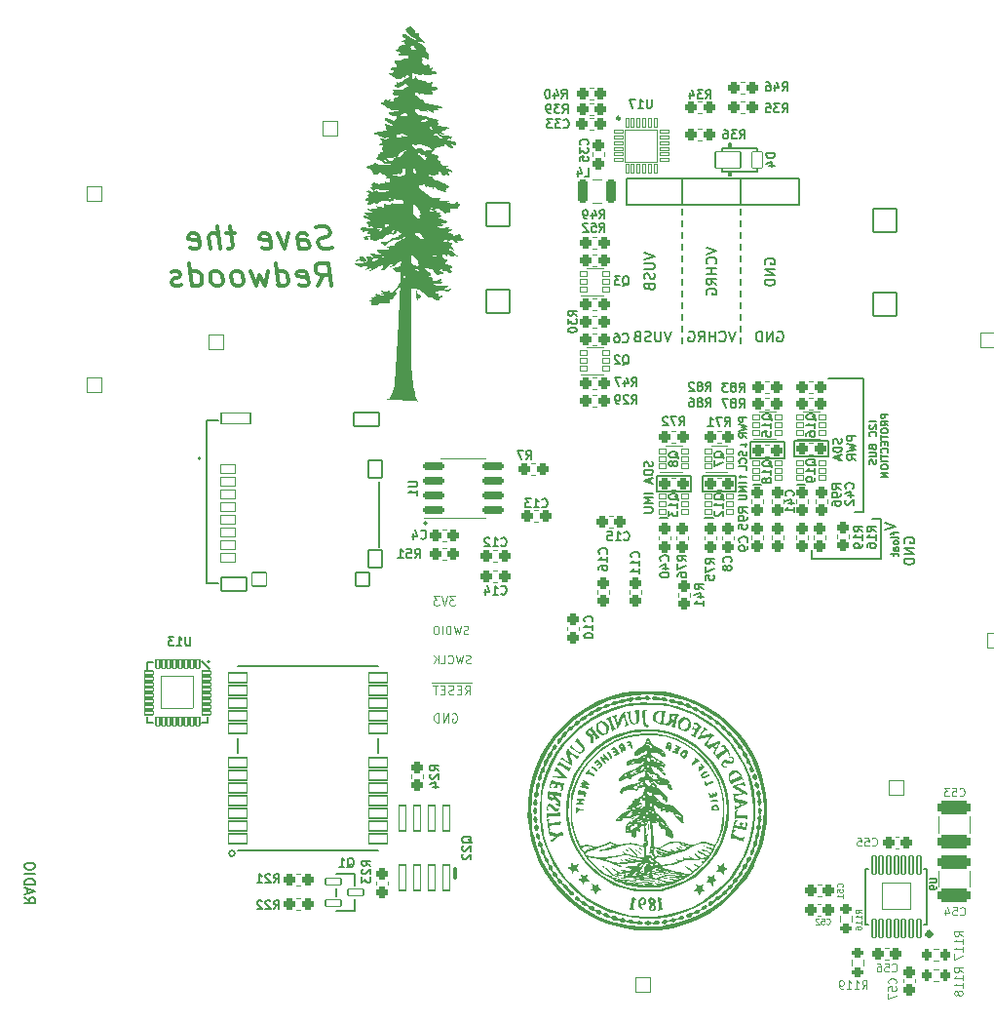
<source format=gbo>
%TF.GenerationSoftware,KiCad,Pcbnew,(6.0.5)*%
%TF.CreationDate,2022-08-04T22:39:57-07:00*%
%TF.ProjectId,mainboard,6d61696e-626f-4617-9264-2e6b69636164,rev?*%
%TF.SameCoordinates,Original*%
%TF.FileFunction,Legend,Bot*%
%TF.FilePolarity,Positive*%
%FSLAX46Y46*%
G04 Gerber Fmt 4.6, Leading zero omitted, Abs format (unit mm)*
G04 Created by KiCad (PCBNEW (6.0.5)) date 2022-08-04 22:39:57*
%MOMM*%
%LPD*%
G01*
G04 APERTURE LIST*
G04 Aperture macros list*
%AMRoundRect*
0 Rectangle with rounded corners*
0 $1 Rounding radius*
0 $2 $3 $4 $5 $6 $7 $8 $9 X,Y pos of 4 corners*
0 Add a 4 corners polygon primitive as box body*
4,1,4,$2,$3,$4,$5,$6,$7,$8,$9,$2,$3,0*
0 Add four circle primitives for the rounded corners*
1,1,$1+$1,$2,$3*
1,1,$1+$1,$4,$5*
1,1,$1+$1,$6,$7*
1,1,$1+$1,$8,$9*
0 Add four rect primitives between the rounded corners*
20,1,$1+$1,$2,$3,$4,$5,0*
20,1,$1+$1,$4,$5,$6,$7,0*
20,1,$1+$1,$6,$7,$8,$9,0*
20,1,$1+$1,$8,$9,$2,$3,0*%
G04 Aperture macros list end*
%ADD10C,0.127000*%
%ADD11C,0.152400*%
%ADD12C,0.200000*%
%ADD13C,0.121920*%
%ADD14C,0.203200*%
%ADD15C,0.300000*%
%ADD16C,0.100000*%
%ADD17C,0.150000*%
%ADD18C,0.120000*%
%ADD19C,0.250000*%
%ADD20C,0.381000*%
%ADD21C,0.190500*%
%ADD22O,1.801600X1.801600*%
%ADD23C,5.701600*%
%ADD24C,2.133600*%
%ADD25C,2.151600*%
%ADD26C,2.351600*%
%ADD27RoundRect,0.063500X-1.016000X1.016000X-1.016000X-1.016000X1.016000X-1.016000X1.016000X1.016000X0*%
%ADD28C,2.159000*%
%ADD29C,0.751600*%
%ADD30O,1.101600X2.201600*%
%ADD31O,1.101600X1.701600*%
%ADD32RoundRect,0.050800X-0.654000X0.654000X-0.654000X-0.654000X0.654000X-0.654000X0.654000X0.654000X0*%
%ADD33C,1.409600*%
%ADD34RoundRect,0.050800X0.654000X0.654000X-0.654000X0.654000X-0.654000X-0.654000X0.654000X-0.654000X0*%
%ADD35RoundRect,0.050800X0.654000X-0.654000X0.654000X0.654000X-0.654000X0.654000X-0.654000X-0.654000X0*%
%ADD36RoundRect,0.050800X-0.654000X-0.654000X0.654000X-0.654000X0.654000X0.654000X-0.654000X0.654000X0*%
%ADD37RoundRect,0.063500X0.812800X-0.406400X0.812800X0.406400X-0.812800X0.406400X-0.812800X-0.406400X0*%
%ADD38RoundRect,0.063500X0.381000X0.152400X-0.381000X0.152400X-0.381000X-0.152400X0.381000X-0.152400X0*%
%ADD39RoundRect,0.063500X0.152400X-0.381000X0.152400X0.381000X-0.152400X0.381000X-0.152400X-0.381000X0*%
%ADD40RoundRect,0.063500X-0.381000X-0.152400X0.381000X-0.152400X0.381000X0.152400X-0.381000X0.152400X0*%
%ADD41RoundRect,0.063500X-0.152400X0.381000X-0.152400X-0.381000X0.152400X-0.381000X0.152400X0.381000X0*%
%ADD42RoundRect,0.063500X1.397000X1.397000X-1.397000X1.397000X-1.397000X-1.397000X1.397000X-1.397000X0*%
%ADD43RoundRect,0.269550X-0.218750X-0.256250X0.218750X-0.256250X0.218750X0.256250X-0.218750X0.256250X0*%
%ADD44RoundRect,0.269550X0.256250X-0.218750X0.256250X0.218750X-0.256250X0.218750X-0.256250X-0.218750X0*%
%ADD45RoundRect,0.269550X-0.256250X0.218750X-0.256250X-0.218750X0.256250X-0.218750X0.256250X0.218750X0*%
%ADD46RoundRect,0.050800X0.304800X1.104900X-0.304800X1.104900X-0.304800X-1.104900X0.304800X-1.104900X0*%
%ADD47RoundRect,0.063500X0.660400X-0.279400X0.660400X0.279400X-0.660400X0.279400X-0.660400X-0.279400X0*%
%ADD48RoundRect,0.063500X-0.620000X0.400000X-0.620000X-0.400000X0.620000X-0.400000X0.620000X0.400000X0*%
%ADD49RoundRect,0.063500X-0.600000X0.580000X-0.600000X-0.580000X0.600000X-0.580000X0.600000X0.580000X0*%
%ADD50RoundRect,0.063500X-1.250000X0.475000X-1.250000X-0.475000X1.250000X-0.475000X1.250000X0.475000X0*%
%ADD51RoundRect,0.063500X-1.100000X0.575000X-1.100000X-0.575000X1.100000X-0.575000X1.100000X0.575000X0*%
%ADD52RoundRect,0.063500X-0.575000X0.750000X-0.575000X-0.750000X0.575000X-0.750000X0.575000X0.750000X0*%
%ADD53RoundRect,0.063500X-0.625000X0.580000X-0.625000X-0.580000X0.625000X-0.580000X0.625000X0.580000X0*%
%ADD54RoundRect,0.269550X0.218750X0.256250X-0.218750X0.256250X-0.218750X-0.256250X0.218750X-0.256250X0*%
%ADD55RoundRect,0.200800X-0.725000X-0.150000X0.725000X-0.150000X0.725000X0.150000X-0.725000X0.150000X0*%
%ADD56C,2.000000*%
%ADD57RoundRect,0.050800X0.150000X0.400000X-0.150000X0.400000X-0.150000X-0.400000X0.150000X-0.400000X0*%
%ADD58RoundRect,0.050800X-0.400000X0.150000X-0.400000X-0.150000X0.400000X-0.150000X0.400000X0.150000X0*%
%ADD59RoundRect,0.050800X-1.400000X1.400000X-1.400000X-1.400000X1.400000X-1.400000X1.400000X1.400000X0*%
%ADD60RoundRect,0.228400X-0.222400X-0.822400X0.222400X-0.822400X0.222400X0.822400X-0.222400X0.822400X0*%
%ADD61RoundRect,0.050800X-0.300000X0.200000X-0.300000X-0.200000X0.300000X-0.200000X0.300000X0.200000X0*%
%ADD62RoundRect,0.050800X-0.325000X-0.200000X0.325000X-0.200000X0.325000X0.200000X-0.325000X0.200000X0*%
%ADD63RoundRect,0.063500X-0.450000X-0.700000X0.450000X-0.700000X0.450000X0.700000X-0.450000X0.700000X0*%
%ADD64RoundRect,0.063500X-1.100000X-0.700000X1.100000X-0.700000X1.100000X0.700000X-1.100000X0.700000X0*%
%ADD65C,1.501600*%
%ADD66RoundRect,0.275800X0.225000X0.250000X-0.225000X0.250000X-0.225000X-0.250000X0.225000X-0.250000X0*%
%ADD67RoundRect,0.300800X1.100000X-0.325000X1.100000X0.325000X-1.100000X0.325000X-1.100000X-0.325000X0*%
%ADD68RoundRect,0.300800X-1.100000X0.325000X-1.100000X-0.325000X1.100000X-0.325000X1.100000X0.325000X0*%
%ADD69RoundRect,0.275800X-0.225000X-0.250000X0.225000X-0.250000X0.225000X0.250000X-0.225000X0.250000X0*%
%ADD70RoundRect,0.275800X-0.250000X0.225000X-0.250000X-0.225000X0.250000X-0.225000X0.250000X0.225000X0*%
%ADD71RoundRect,0.250800X-0.275000X0.200000X-0.275000X-0.200000X0.275000X-0.200000X0.275000X0.200000X0*%
%ADD72RoundRect,0.250800X-0.200000X-0.275000X0.200000X-0.275000X0.200000X0.275000X-0.200000X0.275000X0*%
%ADD73RoundRect,0.250800X0.200000X0.275000X-0.200000X0.275000X-0.200000X-0.275000X0.200000X-0.275000X0*%
%ADD74RoundRect,0.063500X0.152400X-0.800100X0.152400X0.800100X-0.152400X0.800100X-0.152400X-0.800100X0*%
%ADD75RoundRect,0.063500X1.230000X-1.155000X1.230000X1.155000X-1.230000X1.155000X-1.230000X-1.155000X0*%
G04 APERTURE END LIST*
D10*
X151130000Y-69088000D02*
X151130000Y-71374000D01*
X151130000Y-71374000D02*
X166116000Y-71374000D01*
X166116000Y-71374000D02*
X166116000Y-69088000D01*
X166116000Y-69088000D02*
X151130000Y-69088000D01*
X155956000Y-79883000D02*
X155956000Y-80391000D01*
X155956000Y-79375000D02*
X155956000Y-78867000D01*
X155956000Y-77851000D02*
X155956000Y-78359000D01*
X155956000Y-76835000D02*
X155956000Y-77343000D01*
X155956000Y-74803000D02*
X155956000Y-75311000D01*
X155956000Y-76327000D02*
X155956000Y-75819000D01*
X155956000Y-73787000D02*
X155956000Y-74295000D01*
X155956000Y-71755000D02*
X155956000Y-72263000D01*
X155956000Y-73279000D02*
X155956000Y-72771000D01*
X155956000Y-81407000D02*
X155956000Y-80899000D01*
X155956000Y-82423000D02*
X155956000Y-81915000D01*
X155956000Y-83439000D02*
X155956000Y-82931000D01*
X165671500Y-91859100D02*
X165671500Y-93256100D01*
X168592500Y-91859100D02*
X165671500Y-91859100D01*
X168592500Y-91859100D02*
X168592500Y-93256100D01*
X168592500Y-93256100D02*
X165671500Y-93256100D01*
X164782500Y-92011500D02*
X164782500Y-93408500D01*
X164782500Y-93408500D02*
X161861500Y-93408500D01*
X164782500Y-92011500D02*
X161861500Y-92011500D01*
X161861500Y-92011500D02*
X161861500Y-93408500D01*
X160591500Y-96329500D02*
X157670500Y-96329500D01*
X160591500Y-94932500D02*
X157670500Y-94932500D01*
X160591500Y-94932500D02*
X160591500Y-96329500D01*
X157670500Y-94932500D02*
X157670500Y-96329500D01*
X153733500Y-94932500D02*
X153733500Y-96329500D01*
X156654500Y-94932500D02*
X156654500Y-96329500D01*
X156654500Y-94932500D02*
X153733500Y-94932500D01*
X156654500Y-96329500D02*
X153733500Y-96329500D01*
D11*
X161544000Y-92265500D02*
X161417000Y-92138500D01*
X161544000Y-92265500D02*
X160972500Y-92265500D01*
X161544000Y-92265500D02*
X161417000Y-92392500D01*
X160909000Y-94996000D02*
X161036000Y-95123000D01*
X160909000Y-94996000D02*
X161480500Y-94996000D01*
X160909000Y-94996000D02*
X161036000Y-94869000D01*
D10*
X172466000Y-98679000D02*
X173164500Y-98679000D01*
X173164500Y-98679000D02*
X173164500Y-102108000D01*
X170942000Y-98107500D02*
X171640500Y-98107500D01*
X171640500Y-98107500D02*
X171640500Y-86487000D01*
X168656000Y-86487000D02*
X171640500Y-86487000D01*
X161036000Y-71374000D02*
X161036000Y-69088000D01*
X161036000Y-77851000D02*
X161036000Y-78359000D01*
X161036000Y-79375000D02*
X161036000Y-78867000D01*
X161036000Y-79883000D02*
X161036000Y-80391000D01*
X161036000Y-83439000D02*
X161036000Y-82931000D01*
X161036000Y-82423000D02*
X161036000Y-81915000D01*
X161036000Y-71755000D02*
X161036000Y-72263000D01*
X161036000Y-74803000D02*
X161036000Y-75311000D01*
X161036000Y-76835000D02*
X161036000Y-77343000D01*
X161036000Y-73279000D02*
X161036000Y-72771000D01*
X161036000Y-76327000D02*
X161036000Y-75819000D01*
X161036000Y-81407000D02*
X161036000Y-80899000D01*
X161036000Y-73787000D02*
X161036000Y-74295000D01*
X167195500Y-102108000D02*
X167195500Y-101409500D01*
D12*
X133731000Y-99060000D02*
G75*
G03*
X133731000Y-99060000I-127000J0D01*
G01*
D10*
X155956000Y-69088000D02*
X155956000Y-71374000D01*
X173164500Y-102108000D02*
X167195500Y-102108000D01*
X98784833Y-131527550D02*
X99208166Y-131823883D01*
X98784833Y-132035550D02*
X99673833Y-132035550D01*
X99673833Y-131696883D01*
X99631500Y-131612216D01*
X99589166Y-131569883D01*
X99504500Y-131527550D01*
X99377500Y-131527550D01*
X99292833Y-131569883D01*
X99250500Y-131612216D01*
X99208166Y-131696883D01*
X99208166Y-132035550D01*
X99038833Y-131188883D02*
X99038833Y-130765550D01*
X98784833Y-131273550D02*
X99673833Y-130977216D01*
X98784833Y-130680883D01*
X98784833Y-130384550D02*
X99673833Y-130384550D01*
X99673833Y-130172883D01*
X99631500Y-130045883D01*
X99546833Y-129961216D01*
X99462166Y-129918883D01*
X99292833Y-129876550D01*
X99165833Y-129876550D01*
X98996500Y-129918883D01*
X98911833Y-129961216D01*
X98827166Y-130045883D01*
X98784833Y-130172883D01*
X98784833Y-130384550D01*
X98784833Y-129495550D02*
X99673833Y-129495550D01*
X99673833Y-128902883D02*
X99673833Y-128733550D01*
X99631500Y-128648883D01*
X99546833Y-128564216D01*
X99377500Y-128521883D01*
X99081166Y-128521883D01*
X98911833Y-128564216D01*
X98827166Y-128648883D01*
X98784833Y-128733550D01*
X98784833Y-128902883D01*
X98827166Y-128987550D01*
X98911833Y-129072216D01*
X99081166Y-129114550D01*
X99377500Y-129114550D01*
X99546833Y-129072216D01*
X99631500Y-128987550D01*
X99673833Y-128902883D01*
D13*
X137684352Y-112921288D02*
X136912192Y-112921288D01*
X137059270Y-113911491D02*
X137316657Y-113543796D01*
X137500505Y-113911491D02*
X137500505Y-113139331D01*
X137206348Y-113139331D01*
X137132809Y-113176101D01*
X137096040Y-113212870D01*
X137059270Y-113286409D01*
X137059270Y-113396718D01*
X137096040Y-113470257D01*
X137132809Y-113507026D01*
X137206348Y-113543796D01*
X137500505Y-113543796D01*
X136912192Y-112921288D02*
X136213571Y-112921288D01*
X136728345Y-113507026D02*
X136470958Y-113507026D01*
X136360649Y-113911491D02*
X136728345Y-113911491D01*
X136728345Y-113139331D01*
X136360649Y-113139331D01*
X136213571Y-112921288D02*
X135478181Y-112921288D01*
X136066493Y-113874721D02*
X135956185Y-113911491D01*
X135772337Y-113911491D01*
X135698798Y-113874721D01*
X135662028Y-113837952D01*
X135625259Y-113764413D01*
X135625259Y-113690874D01*
X135662028Y-113617335D01*
X135698798Y-113580565D01*
X135772337Y-113543796D01*
X135919415Y-113507026D01*
X135992954Y-113470257D01*
X136029724Y-113433487D01*
X136066493Y-113359948D01*
X136066493Y-113286409D01*
X136029724Y-113212870D01*
X135992954Y-113176101D01*
X135919415Y-113139331D01*
X135735568Y-113139331D01*
X135625259Y-113176101D01*
X135478181Y-112921288D02*
X134779560Y-112921288D01*
X135294333Y-113507026D02*
X135036947Y-113507026D01*
X134926638Y-113911491D02*
X135294333Y-113911491D01*
X135294333Y-113139331D01*
X134926638Y-113139331D01*
X134779560Y-112921288D02*
X134191248Y-112921288D01*
X134706021Y-113139331D02*
X134264787Y-113139331D01*
X134485404Y-113911491D02*
X134485404Y-113139331D01*
X137544048Y-111193410D02*
X137442448Y-111227277D01*
X137273114Y-111227277D01*
X137205381Y-111193410D01*
X137171514Y-111159544D01*
X137137648Y-111091810D01*
X137137648Y-111024077D01*
X137171514Y-110956344D01*
X137205381Y-110922477D01*
X137273114Y-110888610D01*
X137408581Y-110854744D01*
X137476314Y-110820877D01*
X137510181Y-110787010D01*
X137544048Y-110719277D01*
X137544048Y-110651544D01*
X137510181Y-110583810D01*
X137476314Y-110549944D01*
X137408581Y-110516077D01*
X137239248Y-110516077D01*
X137137648Y-110549944D01*
X136900581Y-110516077D02*
X136731248Y-111227277D01*
X136595781Y-110719277D01*
X136460314Y-111227277D01*
X136290981Y-110516077D01*
X135613648Y-111159544D02*
X135647514Y-111193410D01*
X135749114Y-111227277D01*
X135816848Y-111227277D01*
X135918448Y-111193410D01*
X135986181Y-111125677D01*
X136020048Y-111057944D01*
X136053914Y-110922477D01*
X136053914Y-110820877D01*
X136020048Y-110685410D01*
X135986181Y-110617677D01*
X135918448Y-110549944D01*
X135816848Y-110516077D01*
X135749114Y-110516077D01*
X135647514Y-110549944D01*
X135613648Y-110583810D01*
X134970181Y-111227277D02*
X135308848Y-111227277D01*
X135308848Y-110516077D01*
X134733114Y-111227277D02*
X134733114Y-110516077D01*
X134326714Y-111227277D02*
X134631514Y-110820877D01*
X134326714Y-110516077D02*
X134733114Y-110922477D01*
X136213571Y-105400865D02*
X135735568Y-105400865D01*
X135992954Y-105695021D01*
X135882646Y-105695021D01*
X135809107Y-105731791D01*
X135772337Y-105768560D01*
X135735568Y-105842099D01*
X135735568Y-106025947D01*
X135772337Y-106099486D01*
X135809107Y-106136255D01*
X135882646Y-106173025D01*
X136103263Y-106173025D01*
X136176802Y-106136255D01*
X136213571Y-106099486D01*
X135514950Y-105400865D02*
X135257564Y-106173025D01*
X135000177Y-105400865D01*
X134816329Y-105400865D02*
X134338326Y-105400865D01*
X134595712Y-105695021D01*
X134485404Y-105695021D01*
X134411865Y-105731791D01*
X134375095Y-105768560D01*
X134338326Y-105842099D01*
X134338326Y-106025947D01*
X134375095Y-106099486D01*
X134411865Y-106136255D01*
X134485404Y-106173025D01*
X134706021Y-106173025D01*
X134779560Y-106136255D01*
X134816329Y-106099486D01*
X137340848Y-108653410D02*
X137239248Y-108687277D01*
X137069914Y-108687277D01*
X137002181Y-108653410D01*
X136968314Y-108619544D01*
X136934448Y-108551810D01*
X136934448Y-108484077D01*
X136968314Y-108416344D01*
X137002181Y-108382477D01*
X137069914Y-108348610D01*
X137205381Y-108314744D01*
X137273114Y-108280877D01*
X137306981Y-108247010D01*
X137340848Y-108179277D01*
X137340848Y-108111544D01*
X137306981Y-108043810D01*
X137273114Y-108009944D01*
X137205381Y-107976077D01*
X137036048Y-107976077D01*
X136934448Y-108009944D01*
X136697381Y-107976077D02*
X136528048Y-108687277D01*
X136392581Y-108179277D01*
X136257114Y-108687277D01*
X136087781Y-107976077D01*
X135816848Y-108687277D02*
X135816848Y-107976077D01*
X135647514Y-107976077D01*
X135545914Y-108009944D01*
X135478181Y-108077677D01*
X135444314Y-108145410D01*
X135410448Y-108280877D01*
X135410448Y-108382477D01*
X135444314Y-108517944D01*
X135478181Y-108585677D01*
X135545914Y-108653410D01*
X135647514Y-108687277D01*
X135816848Y-108687277D01*
X135105648Y-108687277D02*
X135105648Y-107976077D01*
X134631514Y-107976077D02*
X134496048Y-107976077D01*
X134428314Y-108009944D01*
X134360581Y-108077677D01*
X134326714Y-108213144D01*
X134326714Y-108450210D01*
X134360581Y-108585677D01*
X134428314Y-108653410D01*
X134496048Y-108687277D01*
X134631514Y-108687277D01*
X134699248Y-108653410D01*
X134766981Y-108585677D01*
X134800848Y-108450210D01*
X134800848Y-108213144D01*
X134766981Y-108077677D01*
X134699248Y-108009944D01*
X134631514Y-107976077D01*
D14*
X160565253Y-82380666D02*
X160268920Y-83269666D01*
X159972586Y-82380666D01*
X159168253Y-83185000D02*
X159210586Y-83227333D01*
X159337586Y-83269666D01*
X159422253Y-83269666D01*
X159549253Y-83227333D01*
X159633920Y-83142666D01*
X159676253Y-83058000D01*
X159718586Y-82888666D01*
X159718586Y-82761666D01*
X159676253Y-82592333D01*
X159633920Y-82507666D01*
X159549253Y-82423000D01*
X159422253Y-82380666D01*
X159337586Y-82380666D01*
X159210586Y-82423000D01*
X159168253Y-82465333D01*
X158787253Y-83269666D02*
X158787253Y-82380666D01*
X158787253Y-82804000D02*
X158279253Y-82804000D01*
X158279253Y-83269666D02*
X158279253Y-82380666D01*
X157347920Y-83269666D02*
X157644253Y-82846333D01*
X157855920Y-83269666D02*
X157855920Y-82380666D01*
X157517253Y-82380666D01*
X157432586Y-82423000D01*
X157390253Y-82465333D01*
X157347920Y-82550000D01*
X157347920Y-82677000D01*
X157390253Y-82761666D01*
X157432586Y-82804000D01*
X157517253Y-82846333D01*
X157855920Y-82846333D01*
X156501253Y-82423000D02*
X156585920Y-82380666D01*
X156712920Y-82380666D01*
X156839920Y-82423000D01*
X156924586Y-82507666D01*
X156966920Y-82592333D01*
X157009253Y-82761666D01*
X157009253Y-82888666D01*
X156966920Y-83058000D01*
X156924586Y-83142666D01*
X156839920Y-83227333D01*
X156712920Y-83269666D01*
X156628253Y-83269666D01*
X156501253Y-83227333D01*
X156458920Y-83185000D01*
X156458920Y-82888666D01*
X156628253Y-82888666D01*
X154977253Y-82380666D02*
X154680920Y-83269666D01*
X154384586Y-82380666D01*
X154088253Y-82380666D02*
X154088253Y-83100333D01*
X154045920Y-83185000D01*
X154003586Y-83227333D01*
X153918920Y-83269666D01*
X153749586Y-83269666D01*
X153664920Y-83227333D01*
X153622586Y-83185000D01*
X153580253Y-83100333D01*
X153580253Y-82380666D01*
X153199253Y-83227333D02*
X153072253Y-83269666D01*
X152860586Y-83269666D01*
X152775920Y-83227333D01*
X152733586Y-83185000D01*
X152691253Y-83100333D01*
X152691253Y-83015666D01*
X152733586Y-82931000D01*
X152775920Y-82888666D01*
X152860586Y-82846333D01*
X153029920Y-82804000D01*
X153114586Y-82761666D01*
X153156920Y-82719333D01*
X153199253Y-82634666D01*
X153199253Y-82550000D01*
X153156920Y-82465333D01*
X153114586Y-82423000D01*
X153029920Y-82380666D01*
X152818253Y-82380666D01*
X152691253Y-82423000D01*
X152013920Y-82804000D02*
X151886920Y-82846333D01*
X151844586Y-82888666D01*
X151802253Y-82973333D01*
X151802253Y-83100333D01*
X151844586Y-83185000D01*
X151886920Y-83227333D01*
X151971586Y-83269666D01*
X152310253Y-83269666D01*
X152310253Y-82380666D01*
X152013920Y-82380666D01*
X151929253Y-82423000D01*
X151886920Y-82465333D01*
X151844586Y-82550000D01*
X151844586Y-82634666D01*
X151886920Y-82719333D01*
X151929253Y-82761666D01*
X152013920Y-82804000D01*
X152310253Y-82804000D01*
D10*
X172810411Y-90241059D02*
X172175411Y-90241059D01*
X172235888Y-90513202D02*
X172205650Y-90543440D01*
X172175411Y-90603916D01*
X172175411Y-90755107D01*
X172205650Y-90815583D01*
X172235888Y-90845821D01*
X172296364Y-90876059D01*
X172356840Y-90876059D01*
X172447554Y-90845821D01*
X172810411Y-90482964D01*
X172810411Y-90876059D01*
X172749935Y-91511059D02*
X172780173Y-91480821D01*
X172810411Y-91390107D01*
X172810411Y-91329630D01*
X172780173Y-91238916D01*
X172719697Y-91178440D01*
X172659221Y-91148202D01*
X172538269Y-91117964D01*
X172447554Y-91117964D01*
X172326602Y-91148202D01*
X172266126Y-91178440D01*
X172205650Y-91238916D01*
X172175411Y-91329630D01*
X172175411Y-91390107D01*
X172205650Y-91480821D01*
X172235888Y-91511059D01*
X172477792Y-92478678D02*
X172508030Y-92569392D01*
X172538269Y-92599630D01*
X172598745Y-92629869D01*
X172689459Y-92629869D01*
X172749935Y-92599630D01*
X172780173Y-92569392D01*
X172810411Y-92508916D01*
X172810411Y-92267011D01*
X172175411Y-92267011D01*
X172175411Y-92478678D01*
X172205650Y-92539154D01*
X172235888Y-92569392D01*
X172296364Y-92599630D01*
X172356840Y-92599630D01*
X172417316Y-92569392D01*
X172447554Y-92539154D01*
X172477792Y-92478678D01*
X172477792Y-92267011D01*
X172175411Y-92902011D02*
X172689459Y-92902011D01*
X172749935Y-92932250D01*
X172780173Y-92962488D01*
X172810411Y-93022964D01*
X172810411Y-93143916D01*
X172780173Y-93204392D01*
X172749935Y-93234630D01*
X172689459Y-93264869D01*
X172175411Y-93264869D01*
X172780173Y-93537011D02*
X172810411Y-93627726D01*
X172810411Y-93778916D01*
X172780173Y-93839392D01*
X172749935Y-93869630D01*
X172689459Y-93899869D01*
X172628983Y-93899869D01*
X172568507Y-93869630D01*
X172538269Y-93839392D01*
X172508030Y-93778916D01*
X172477792Y-93657964D01*
X172447554Y-93597488D01*
X172417316Y-93567250D01*
X172356840Y-93537011D01*
X172296364Y-93537011D01*
X172235888Y-93567250D01*
X172205650Y-93597488D01*
X172175411Y-93657964D01*
X172175411Y-93809154D01*
X172205650Y-93899869D01*
X173832761Y-89575821D02*
X173197761Y-89575821D01*
X173197761Y-89817726D01*
X173228000Y-89878202D01*
X173258238Y-89908440D01*
X173318714Y-89938678D01*
X173409428Y-89938678D01*
X173469904Y-89908440D01*
X173500142Y-89878202D01*
X173530380Y-89817726D01*
X173530380Y-89575821D01*
X173832761Y-90573678D02*
X173530380Y-90362011D01*
X173832761Y-90210821D02*
X173197761Y-90210821D01*
X173197761Y-90452726D01*
X173228000Y-90513202D01*
X173258238Y-90543440D01*
X173318714Y-90573678D01*
X173409428Y-90573678D01*
X173469904Y-90543440D01*
X173500142Y-90513202D01*
X173530380Y-90452726D01*
X173530380Y-90210821D01*
X173197761Y-90966773D02*
X173197761Y-91087726D01*
X173228000Y-91148202D01*
X173288476Y-91208678D01*
X173409428Y-91238916D01*
X173621095Y-91238916D01*
X173742047Y-91208678D01*
X173802523Y-91148202D01*
X173832761Y-91087726D01*
X173832761Y-90966773D01*
X173802523Y-90906297D01*
X173742047Y-90845821D01*
X173621095Y-90815583D01*
X173409428Y-90815583D01*
X173288476Y-90845821D01*
X173228000Y-90906297D01*
X173197761Y-90966773D01*
X173197761Y-91420345D02*
X173197761Y-91783202D01*
X173832761Y-91601773D02*
X173197761Y-91601773D01*
X173500142Y-91994869D02*
X173500142Y-92206535D01*
X173832761Y-92297250D02*
X173832761Y-91994869D01*
X173197761Y-91994869D01*
X173197761Y-92297250D01*
X173772285Y-92932250D02*
X173802523Y-92902011D01*
X173832761Y-92811297D01*
X173832761Y-92750821D01*
X173802523Y-92660107D01*
X173742047Y-92599630D01*
X173681571Y-92569392D01*
X173560619Y-92539154D01*
X173469904Y-92539154D01*
X173348952Y-92569392D01*
X173288476Y-92599630D01*
X173228000Y-92660107D01*
X173197761Y-92750821D01*
X173197761Y-92811297D01*
X173228000Y-92902011D01*
X173258238Y-92932250D01*
X173197761Y-93113678D02*
X173197761Y-93476535D01*
X173832761Y-93295107D02*
X173197761Y-93295107D01*
X173832761Y-93688202D02*
X173197761Y-93688202D01*
X173197761Y-94111535D02*
X173197761Y-94232488D01*
X173228000Y-94292964D01*
X173288476Y-94353440D01*
X173409428Y-94383678D01*
X173621095Y-94383678D01*
X173742047Y-94353440D01*
X173802523Y-94292964D01*
X173832761Y-94232488D01*
X173832761Y-94111535D01*
X173802523Y-94051059D01*
X173742047Y-93990583D01*
X173621095Y-93960345D01*
X173409428Y-93960345D01*
X173288476Y-93990583D01*
X173228000Y-94051059D01*
X173197761Y-94111535D01*
X173832761Y-94655821D02*
X173197761Y-94655821D01*
X173832761Y-95018678D01*
X173197761Y-95018678D01*
X153343428Y-93699692D02*
X153379714Y-93808550D01*
X153379714Y-93989978D01*
X153343428Y-94062550D01*
X153307142Y-94098835D01*
X153234571Y-94135121D01*
X153162000Y-94135121D01*
X153089428Y-94098835D01*
X153053142Y-94062550D01*
X153016857Y-93989978D01*
X152980571Y-93844835D01*
X152944285Y-93772264D01*
X152908000Y-93735978D01*
X152835428Y-93699692D01*
X152762857Y-93699692D01*
X152690285Y-93735978D01*
X152654000Y-93772264D01*
X152617714Y-93844835D01*
X152617714Y-94026264D01*
X152654000Y-94135121D01*
X153379714Y-94461692D02*
X152617714Y-94461692D01*
X152617714Y-94643121D01*
X152654000Y-94751978D01*
X152726571Y-94824550D01*
X152799142Y-94860835D01*
X152944285Y-94897121D01*
X153053142Y-94897121D01*
X153198285Y-94860835D01*
X153270857Y-94824550D01*
X153343428Y-94751978D01*
X153379714Y-94643121D01*
X153379714Y-94461692D01*
X153162000Y-95187407D02*
X153162000Y-95550264D01*
X153379714Y-95114835D02*
X152617714Y-95368835D01*
X153379714Y-95622835D01*
X153379714Y-96457407D02*
X152617714Y-96457407D01*
X153379714Y-96820264D02*
X152617714Y-96820264D01*
X153162000Y-97074264D01*
X152617714Y-97328264D01*
X153379714Y-97328264D01*
X152617714Y-97691121D02*
X153234571Y-97691121D01*
X153307142Y-97727407D01*
X153343428Y-97763692D01*
X153379714Y-97836264D01*
X153379714Y-97981407D01*
X153343428Y-98053978D01*
X153307142Y-98090264D01*
X153234571Y-98126550D01*
X152617714Y-98126550D01*
X169769608Y-91711235D02*
X169805894Y-91820092D01*
X169805894Y-92001521D01*
X169769608Y-92074092D01*
X169733322Y-92110378D01*
X169660751Y-92146664D01*
X169588180Y-92146664D01*
X169515608Y-92110378D01*
X169479322Y-92074092D01*
X169443037Y-92001521D01*
X169406751Y-91856378D01*
X169370465Y-91783807D01*
X169334180Y-91747521D01*
X169261608Y-91711235D01*
X169189037Y-91711235D01*
X169116465Y-91747521D01*
X169080180Y-91783807D01*
X169043894Y-91856378D01*
X169043894Y-92037807D01*
X169080180Y-92146664D01*
X169805894Y-92473235D02*
X169043894Y-92473235D01*
X169043894Y-92654664D01*
X169080180Y-92763521D01*
X169152751Y-92836092D01*
X169225322Y-92872378D01*
X169370465Y-92908664D01*
X169479322Y-92908664D01*
X169624465Y-92872378D01*
X169697037Y-92836092D01*
X169769608Y-92763521D01*
X169805894Y-92654664D01*
X169805894Y-92473235D01*
X169588180Y-93198950D02*
X169588180Y-93561807D01*
X169805894Y-93126378D02*
X169043894Y-93380378D01*
X169805894Y-93634378D01*
X171032714Y-91493521D02*
X170270714Y-91493521D01*
X170270714Y-91783807D01*
X170307000Y-91856378D01*
X170343285Y-91892664D01*
X170415857Y-91928950D01*
X170524714Y-91928950D01*
X170597285Y-91892664D01*
X170633571Y-91856378D01*
X170669857Y-91783807D01*
X170669857Y-91493521D01*
X170270714Y-92182950D02*
X171032714Y-92364378D01*
X170488428Y-92509521D01*
X171032714Y-92654664D01*
X170270714Y-92836092D01*
X171032714Y-93561807D02*
X170669857Y-93307807D01*
X171032714Y-93126378D02*
X170270714Y-93126378D01*
X170270714Y-93416664D01*
X170307000Y-93489235D01*
X170343285Y-93525521D01*
X170415857Y-93561807D01*
X170524714Y-93561807D01*
X170597285Y-93525521D01*
X170633571Y-93489235D01*
X170669857Y-93416664D01*
X170669857Y-93126378D01*
X161513761Y-89895740D02*
X160878761Y-89895740D01*
X160878761Y-90137645D01*
X160909000Y-90198121D01*
X160939238Y-90228359D01*
X160999714Y-90258597D01*
X161090428Y-90258597D01*
X161150904Y-90228359D01*
X161181142Y-90198121D01*
X161211380Y-90137645D01*
X161211380Y-89895740D01*
X160878761Y-90470264D02*
X161513761Y-90621454D01*
X161060190Y-90742407D01*
X161513761Y-90863359D01*
X160878761Y-91014550D01*
X161513761Y-91619311D02*
X161211380Y-91407645D01*
X161513761Y-91256454D02*
X160878761Y-91256454D01*
X160878761Y-91498359D01*
X160909000Y-91558835D01*
X160939238Y-91589073D01*
X160999714Y-91619311D01*
X161090428Y-91619311D01*
X161150904Y-91589073D01*
X161181142Y-91558835D01*
X161211380Y-91498359D01*
X161211380Y-91256454D01*
X161483523Y-92828835D02*
X161513761Y-92919550D01*
X161513761Y-93070740D01*
X161483523Y-93131216D01*
X161453285Y-93161454D01*
X161392809Y-93191692D01*
X161332333Y-93191692D01*
X161271857Y-93161454D01*
X161241619Y-93131216D01*
X161211380Y-93070740D01*
X161181142Y-92949788D01*
X161150904Y-92889311D01*
X161120666Y-92859073D01*
X161060190Y-92828835D01*
X160999714Y-92828835D01*
X160939238Y-92859073D01*
X160909000Y-92889311D01*
X160878761Y-92949788D01*
X160878761Y-93100978D01*
X160909000Y-93191692D01*
X161453285Y-93826692D02*
X161483523Y-93796454D01*
X161513761Y-93705740D01*
X161513761Y-93645264D01*
X161483523Y-93554550D01*
X161423047Y-93494073D01*
X161362571Y-93463835D01*
X161241619Y-93433597D01*
X161150904Y-93433597D01*
X161029952Y-93463835D01*
X160969476Y-93494073D01*
X160909000Y-93554550D01*
X160878761Y-93645264D01*
X160878761Y-93705740D01*
X160909000Y-93796454D01*
X160939238Y-93826692D01*
X161513761Y-94401216D02*
X161513761Y-94098835D01*
X160878761Y-94098835D01*
X161513761Y-95580502D02*
X160878761Y-95580502D01*
X161513761Y-95882883D02*
X160878761Y-95882883D01*
X161332333Y-96094550D01*
X160878761Y-96306216D01*
X161513761Y-96306216D01*
X160878761Y-96608597D02*
X161392809Y-96608597D01*
X161453285Y-96638835D01*
X161483523Y-96669073D01*
X161513761Y-96729550D01*
X161513761Y-96850502D01*
X161483523Y-96910978D01*
X161453285Y-96941216D01*
X161392809Y-96971454D01*
X160878761Y-96971454D01*
D14*
X163155630Y-76543747D02*
X163113296Y-76459080D01*
X163113296Y-76332080D01*
X163155630Y-76205080D01*
X163240296Y-76120414D01*
X163324963Y-76078080D01*
X163494296Y-76035747D01*
X163621296Y-76035747D01*
X163790630Y-76078080D01*
X163875296Y-76120414D01*
X163959963Y-76205080D01*
X164002296Y-76332080D01*
X164002296Y-76416747D01*
X163959963Y-76543747D01*
X163917630Y-76586080D01*
X163621296Y-76586080D01*
X163621296Y-76416747D01*
X164002296Y-76967080D02*
X163113296Y-76967080D01*
X164002296Y-77475080D01*
X163113296Y-77475080D01*
X164002296Y-77898414D02*
X163113296Y-77898414D01*
X163113296Y-78110080D01*
X163155630Y-78237080D01*
X163240296Y-78321747D01*
X163324963Y-78364080D01*
X163494296Y-78406414D01*
X163621296Y-78406414D01*
X163790630Y-78364080D01*
X163875296Y-78321747D01*
X163959963Y-78237080D01*
X164002296Y-78110080D01*
X164002296Y-77898414D01*
X158033296Y-75125580D02*
X158922296Y-75421914D01*
X158033296Y-75718247D01*
X158837630Y-76522580D02*
X158879963Y-76480247D01*
X158922296Y-76353247D01*
X158922296Y-76268580D01*
X158879963Y-76141580D01*
X158795296Y-76056914D01*
X158710630Y-76014580D01*
X158541296Y-75972247D01*
X158414296Y-75972247D01*
X158244963Y-76014580D01*
X158160296Y-76056914D01*
X158075630Y-76141580D01*
X158033296Y-76268580D01*
X158033296Y-76353247D01*
X158075630Y-76480247D01*
X158117963Y-76522580D01*
X158922296Y-76903580D02*
X158033296Y-76903580D01*
X158456630Y-76903580D02*
X158456630Y-77411580D01*
X158922296Y-77411580D02*
X158033296Y-77411580D01*
X158922296Y-78342914D02*
X158498963Y-78046580D01*
X158922296Y-77834914D02*
X158033296Y-77834914D01*
X158033296Y-78173580D01*
X158075630Y-78258247D01*
X158117963Y-78300580D01*
X158202630Y-78342914D01*
X158329630Y-78342914D01*
X158414296Y-78300580D01*
X158456630Y-78258247D01*
X158498963Y-78173580D01*
X158498963Y-77834914D01*
X158075630Y-79189580D02*
X158033296Y-79104914D01*
X158033296Y-78977914D01*
X158075630Y-78850914D01*
X158160296Y-78766247D01*
X158244963Y-78723914D01*
X158414296Y-78681580D01*
X158541296Y-78681580D01*
X158710630Y-78723914D01*
X158795296Y-78766247D01*
X158879963Y-78850914D01*
X158922296Y-78977914D01*
X158922296Y-79062580D01*
X158879963Y-79189580D01*
X158837630Y-79231914D01*
X158541296Y-79231914D01*
X158541296Y-79062580D01*
X152653939Y-75591246D02*
X153542939Y-75887580D01*
X152653939Y-76183913D01*
X152653939Y-76480246D02*
X153373606Y-76480246D01*
X153458273Y-76522580D01*
X153500606Y-76564913D01*
X153542939Y-76649580D01*
X153542939Y-76818913D01*
X153500606Y-76903580D01*
X153458273Y-76945913D01*
X153373606Y-76988246D01*
X152653939Y-76988246D01*
X153500606Y-77369246D02*
X153542939Y-77496246D01*
X153542939Y-77707913D01*
X153500606Y-77792580D01*
X153458273Y-77834913D01*
X153373606Y-77877246D01*
X153288939Y-77877246D01*
X153204273Y-77834913D01*
X153161939Y-77792580D01*
X153119606Y-77707913D01*
X153077273Y-77538580D01*
X153034939Y-77453913D01*
X152992606Y-77411580D01*
X152907939Y-77369246D01*
X152823273Y-77369246D01*
X152738606Y-77411580D01*
X152696273Y-77453913D01*
X152653939Y-77538580D01*
X152653939Y-77750246D01*
X152696273Y-77877246D01*
X153077273Y-78554580D02*
X153119606Y-78681580D01*
X153161939Y-78723913D01*
X153246606Y-78766246D01*
X153373606Y-78766246D01*
X153458273Y-78723913D01*
X153500606Y-78681580D01*
X153542939Y-78596913D01*
X153542939Y-78258246D01*
X152653939Y-78258246D01*
X152653939Y-78554580D01*
X152696273Y-78639246D01*
X152738606Y-78681580D01*
X152823273Y-78723913D01*
X152907939Y-78723913D01*
X152992606Y-78681580D01*
X153034939Y-78639246D01*
X153077273Y-78554580D01*
X153077273Y-78258246D01*
X164227086Y-82423000D02*
X164311753Y-82380666D01*
X164438753Y-82380666D01*
X164565753Y-82423000D01*
X164650420Y-82507666D01*
X164692753Y-82592333D01*
X164735086Y-82761666D01*
X164735086Y-82888666D01*
X164692753Y-83058000D01*
X164650420Y-83142666D01*
X164565753Y-83227333D01*
X164438753Y-83269666D01*
X164354086Y-83269666D01*
X164227086Y-83227333D01*
X164184753Y-83185000D01*
X164184753Y-82888666D01*
X164354086Y-82888666D01*
X163803753Y-83269666D02*
X163803753Y-82380666D01*
X163295753Y-83269666D01*
X163295753Y-82380666D01*
X162872420Y-83269666D02*
X162872420Y-82380666D01*
X162660753Y-82380666D01*
X162533753Y-82423000D01*
X162449086Y-82507666D01*
X162406753Y-82592333D01*
X162364420Y-82761666D01*
X162364420Y-82888666D01*
X162406753Y-83058000D01*
X162449086Y-83142666D01*
X162533753Y-83227333D01*
X162660753Y-83269666D01*
X162872420Y-83269666D01*
D11*
X173541266Y-99026133D02*
X174430266Y-99322466D01*
X173541266Y-99618800D01*
D10*
X174298428Y-99794785D02*
X174298428Y-100036690D01*
X174721761Y-99885500D02*
X174177476Y-99885500D01*
X174117000Y-99915738D01*
X174086761Y-99976214D01*
X174086761Y-100036690D01*
X174721761Y-100339071D02*
X174691523Y-100278595D01*
X174631047Y-100248357D01*
X174086761Y-100248357D01*
X174721761Y-100671690D02*
X174691523Y-100611214D01*
X174661285Y-100580976D01*
X174600809Y-100550738D01*
X174419380Y-100550738D01*
X174358904Y-100580976D01*
X174328666Y-100611214D01*
X174298428Y-100671690D01*
X174298428Y-100762404D01*
X174328666Y-100822880D01*
X174358904Y-100853119D01*
X174419380Y-100883357D01*
X174600809Y-100883357D01*
X174661285Y-100853119D01*
X174691523Y-100822880D01*
X174721761Y-100762404D01*
X174721761Y-100671690D01*
X174721761Y-101427642D02*
X174389142Y-101427642D01*
X174328666Y-101397404D01*
X174298428Y-101336928D01*
X174298428Y-101215976D01*
X174328666Y-101155500D01*
X174691523Y-101427642D02*
X174721761Y-101367166D01*
X174721761Y-101215976D01*
X174691523Y-101155500D01*
X174631047Y-101125261D01*
X174570571Y-101125261D01*
X174510095Y-101155500D01*
X174479857Y-101215976D01*
X174479857Y-101367166D01*
X174449619Y-101427642D01*
X174298428Y-101639309D02*
X174298428Y-101881214D01*
X174086761Y-101730023D02*
X174631047Y-101730023D01*
X174691523Y-101760261D01*
X174721761Y-101820738D01*
X174721761Y-101881214D01*
D13*
X135956185Y-115597635D02*
X136029724Y-115560865D01*
X136140032Y-115560865D01*
X136250341Y-115597635D01*
X136323880Y-115671174D01*
X136360649Y-115744713D01*
X136397419Y-115891791D01*
X136397419Y-116002099D01*
X136360649Y-116149177D01*
X136323880Y-116222716D01*
X136250341Y-116296255D01*
X136140032Y-116333025D01*
X136066493Y-116333025D01*
X135956185Y-116296255D01*
X135919415Y-116259486D01*
X135919415Y-116002099D01*
X136066493Y-116002099D01*
X135588489Y-116333025D02*
X135588489Y-115560865D01*
X135147255Y-116333025D01*
X135147255Y-115560865D01*
X134779560Y-116333025D02*
X134779560Y-115560865D01*
X134595712Y-115560865D01*
X134485404Y-115597635D01*
X134411865Y-115671174D01*
X134375095Y-115744713D01*
X134338326Y-115891791D01*
X134338326Y-116002099D01*
X134375095Y-116149177D01*
X134411865Y-116222716D01*
X134485404Y-116296255D01*
X134595712Y-116333025D01*
X134779560Y-116333025D01*
D10*
X175260000Y-100755450D02*
X175217666Y-100670783D01*
X175217666Y-100543783D01*
X175260000Y-100416783D01*
X175344666Y-100332116D01*
X175429333Y-100289783D01*
X175598666Y-100247450D01*
X175725666Y-100247450D01*
X175895000Y-100289783D01*
X175979666Y-100332116D01*
X176064333Y-100416783D01*
X176106666Y-100543783D01*
X176106666Y-100628450D01*
X176064333Y-100755450D01*
X176022000Y-100797783D01*
X175725666Y-100797783D01*
X175725666Y-100628450D01*
X176106666Y-101178783D02*
X175217666Y-101178783D01*
X176106666Y-101686783D01*
X175217666Y-101686783D01*
X176106666Y-102110116D02*
X175217666Y-102110116D01*
X175217666Y-102321783D01*
X175260000Y-102448783D01*
X175344666Y-102533450D01*
X175429333Y-102575783D01*
X175598666Y-102618116D01*
X175725666Y-102618116D01*
X175895000Y-102575783D01*
X175979666Y-102533450D01*
X176064333Y-102448783D01*
X176106666Y-102321783D01*
X176106666Y-102110116D01*
D15*
X125493821Y-75145523D02*
X125220011Y-75240761D01*
X124743821Y-75240761D01*
X124541440Y-75145523D01*
X124434297Y-75050285D01*
X124315250Y-74859809D01*
X124291440Y-74669333D01*
X124362869Y-74478857D01*
X124446202Y-74383619D01*
X124624773Y-74288380D01*
X124993821Y-74193142D01*
X125172392Y-74097904D01*
X125255726Y-74002666D01*
X125327154Y-73812190D01*
X125303345Y-73621714D01*
X125184297Y-73431238D01*
X125077154Y-73336000D01*
X124874773Y-73240761D01*
X124398583Y-73240761D01*
X124124773Y-73336000D01*
X122648583Y-75240761D02*
X122517630Y-74193142D01*
X122589059Y-74002666D01*
X122767630Y-73907428D01*
X123148583Y-73907428D01*
X123350964Y-74002666D01*
X122636678Y-75145523D02*
X122839059Y-75240761D01*
X123315250Y-75240761D01*
X123493821Y-75145523D01*
X123565250Y-74955047D01*
X123541440Y-74764571D01*
X123422392Y-74574095D01*
X123220011Y-74478857D01*
X122743821Y-74478857D01*
X122541440Y-74383619D01*
X121720011Y-73907428D02*
X121410488Y-75240761D01*
X120767630Y-73907428D01*
X119398583Y-75145523D02*
X119600964Y-75240761D01*
X119981916Y-75240761D01*
X120160488Y-75145523D01*
X120231916Y-74955047D01*
X120136678Y-74193142D01*
X120017630Y-74002666D01*
X119815250Y-73907428D01*
X119434297Y-73907428D01*
X119255726Y-74002666D01*
X119184297Y-74193142D01*
X119208107Y-74383619D01*
X120184297Y-74574095D01*
X117053345Y-73907428D02*
X116291440Y-73907428D01*
X116684297Y-73240761D02*
X116898583Y-74955047D01*
X116827154Y-75145523D01*
X116648583Y-75240761D01*
X116458107Y-75240761D01*
X115791440Y-75240761D02*
X115541440Y-73240761D01*
X114934297Y-75240761D02*
X114803345Y-74193142D01*
X114874773Y-74002666D01*
X115053345Y-73907428D01*
X115339059Y-73907428D01*
X115541440Y-74002666D01*
X115648583Y-74097904D01*
X113208107Y-75145523D02*
X113410488Y-75240761D01*
X113791440Y-75240761D01*
X113970011Y-75145523D01*
X114041440Y-74955047D01*
X113946202Y-74193142D01*
X113827154Y-74002666D01*
X113624773Y-73907428D01*
X113243821Y-73907428D01*
X113065250Y-74002666D01*
X112993821Y-74193142D01*
X113017630Y-74383619D01*
X113993821Y-74574095D01*
X124267630Y-78460761D02*
X124815250Y-77508380D01*
X125410488Y-78460761D02*
X125160488Y-76460761D01*
X124398583Y-76460761D01*
X124220011Y-76556000D01*
X124136678Y-76651238D01*
X124065250Y-76841714D01*
X124100964Y-77127428D01*
X124220011Y-77317904D01*
X124327154Y-77413142D01*
X124529535Y-77508380D01*
X125291440Y-77508380D01*
X122636678Y-78365523D02*
X122839059Y-78460761D01*
X123220011Y-78460761D01*
X123398583Y-78365523D01*
X123470011Y-78175047D01*
X123374773Y-77413142D01*
X123255726Y-77222666D01*
X123053345Y-77127428D01*
X122672392Y-77127428D01*
X122493821Y-77222666D01*
X122422392Y-77413142D01*
X122446202Y-77603619D01*
X123422392Y-77794095D01*
X120839059Y-78460761D02*
X120589059Y-76460761D01*
X120827154Y-78365523D02*
X121029535Y-78460761D01*
X121410488Y-78460761D01*
X121589059Y-78365523D01*
X121672392Y-78270285D01*
X121743821Y-78079809D01*
X121672392Y-77508380D01*
X121553345Y-77317904D01*
X121446202Y-77222666D01*
X121243821Y-77127428D01*
X120862869Y-77127428D01*
X120684297Y-77222666D01*
X119910488Y-77127428D02*
X119696202Y-78460761D01*
X119196202Y-77508380D01*
X118934297Y-78460761D01*
X118386678Y-77127428D01*
X117505726Y-78460761D02*
X117684297Y-78365523D01*
X117767630Y-78270285D01*
X117839059Y-78079809D01*
X117767630Y-77508380D01*
X117648583Y-77317904D01*
X117541440Y-77222666D01*
X117339059Y-77127428D01*
X117053345Y-77127428D01*
X116874773Y-77222666D01*
X116791440Y-77317904D01*
X116720011Y-77508380D01*
X116791440Y-78079809D01*
X116910488Y-78270285D01*
X117017630Y-78365523D01*
X117220011Y-78460761D01*
X117505726Y-78460761D01*
X115696202Y-78460761D02*
X115874773Y-78365523D01*
X115958107Y-78270285D01*
X116029535Y-78079809D01*
X115958107Y-77508380D01*
X115839059Y-77317904D01*
X115731916Y-77222666D01*
X115529535Y-77127428D01*
X115243821Y-77127428D01*
X115065250Y-77222666D01*
X114981916Y-77317904D01*
X114910488Y-77508380D01*
X114981916Y-78079809D01*
X115100964Y-78270285D01*
X115208107Y-78365523D01*
X115410488Y-78460761D01*
X115696202Y-78460761D01*
X113315250Y-78460761D02*
X113065250Y-76460761D01*
X113303345Y-78365523D02*
X113505726Y-78460761D01*
X113886678Y-78460761D01*
X114065250Y-78365523D01*
X114148583Y-78270285D01*
X114220011Y-78079809D01*
X114148583Y-77508380D01*
X114029535Y-77317904D01*
X113922392Y-77222666D01*
X113720011Y-77127428D01*
X113339059Y-77127428D01*
X113160488Y-77222666D01*
X112446202Y-78365523D02*
X112267630Y-78460761D01*
X111886678Y-78460761D01*
X111684297Y-78365523D01*
X111565250Y-78175047D01*
X111553345Y-78079809D01*
X111624773Y-77889333D01*
X111803345Y-77794095D01*
X112089059Y-77794095D01*
X112267630Y-77698857D01*
X112339059Y-77508380D01*
X112327154Y-77413142D01*
X112208107Y-77222666D01*
X112005726Y-77127428D01*
X111720011Y-77127428D01*
X111541440Y-77222666D01*
D10*
X113210521Y-108929714D02*
X113210521Y-109546571D01*
X113174235Y-109619142D01*
X113137950Y-109655428D01*
X113065378Y-109691714D01*
X112920235Y-109691714D01*
X112847664Y-109655428D01*
X112811378Y-109619142D01*
X112775092Y-109546571D01*
X112775092Y-108929714D01*
X112013092Y-109691714D02*
X112448521Y-109691714D01*
X112230807Y-109691714D02*
X112230807Y-108929714D01*
X112303378Y-109038571D01*
X112375950Y-109111142D01*
X112448521Y-109147428D01*
X111759092Y-108929714D02*
X111287378Y-108929714D01*
X111541378Y-109220000D01*
X111432521Y-109220000D01*
X111359950Y-109256285D01*
X111323664Y-109292571D01*
X111287378Y-109365142D01*
X111287378Y-109546571D01*
X111323664Y-109619142D01*
X111359950Y-109655428D01*
X111432521Y-109691714D01*
X111650235Y-109691714D01*
X111722807Y-109655428D01*
X111759092Y-109619142D01*
X133223000Y-100348142D02*
X133259285Y-100384428D01*
X133368142Y-100420714D01*
X133440714Y-100420714D01*
X133549571Y-100384428D01*
X133622142Y-100311857D01*
X133658428Y-100239285D01*
X133694714Y-100094142D01*
X133694714Y-99985285D01*
X133658428Y-99840142D01*
X133622142Y-99767571D01*
X133549571Y-99695000D01*
X133440714Y-99658714D01*
X133368142Y-99658714D01*
X133259285Y-99695000D01*
X133223000Y-99731285D01*
X132569857Y-99912714D02*
X132569857Y-100420714D01*
X132751285Y-99622428D02*
X132932714Y-100166714D01*
X132461000Y-100166714D01*
X152164142Y-101999142D02*
X152200428Y-101962857D01*
X152236714Y-101854000D01*
X152236714Y-101781428D01*
X152200428Y-101672571D01*
X152127857Y-101600000D01*
X152055285Y-101563714D01*
X151910142Y-101527428D01*
X151801285Y-101527428D01*
X151656142Y-101563714D01*
X151583571Y-101600000D01*
X151511000Y-101672571D01*
X151474714Y-101781428D01*
X151474714Y-101854000D01*
X151511000Y-101962857D01*
X151547285Y-101999142D01*
X152236714Y-102724857D02*
X152236714Y-102289428D01*
X152236714Y-102507142D02*
X151474714Y-102507142D01*
X151583571Y-102434571D01*
X151656142Y-102362000D01*
X151692428Y-102289428D01*
X152236714Y-103450571D02*
X152236714Y-103015142D01*
X152236714Y-103232857D02*
X151474714Y-103232857D01*
X151583571Y-103160285D01*
X151656142Y-103087714D01*
X151692428Y-103015142D01*
X149370142Y-101681642D02*
X149406428Y-101645357D01*
X149442714Y-101536500D01*
X149442714Y-101463928D01*
X149406428Y-101355071D01*
X149333857Y-101282500D01*
X149261285Y-101246214D01*
X149116142Y-101209928D01*
X149007285Y-101209928D01*
X148862142Y-101246214D01*
X148789571Y-101282500D01*
X148717000Y-101355071D01*
X148680714Y-101463928D01*
X148680714Y-101536500D01*
X148717000Y-101645357D01*
X148753285Y-101681642D01*
X149442714Y-102407357D02*
X149442714Y-101971928D01*
X149442714Y-102189642D02*
X148680714Y-102189642D01*
X148789571Y-102117071D01*
X148862142Y-102044500D01*
X148898428Y-101971928D01*
X148680714Y-103060500D02*
X148680714Y-102915357D01*
X148717000Y-102842785D01*
X148753285Y-102806500D01*
X148862142Y-102733928D01*
X149007285Y-102697642D01*
X149297571Y-102697642D01*
X149370142Y-102733928D01*
X149406428Y-102770214D01*
X149442714Y-102842785D01*
X149442714Y-102987928D01*
X149406428Y-103060500D01*
X149370142Y-103096785D01*
X149297571Y-103133071D01*
X149116142Y-103133071D01*
X149043571Y-103096785D01*
X149007285Y-103060500D01*
X148971000Y-102987928D01*
X148971000Y-102842785D01*
X149007285Y-102770214D01*
X149043571Y-102733928D01*
X149116142Y-102697642D01*
X137640785Y-126818571D02*
X137604500Y-126746000D01*
X137531928Y-126673428D01*
X137423071Y-126564571D01*
X137386785Y-126492000D01*
X137386785Y-126419428D01*
X137568214Y-126455714D02*
X137531928Y-126383142D01*
X137459357Y-126310571D01*
X137314214Y-126274285D01*
X137060214Y-126274285D01*
X136915071Y-126310571D01*
X136842500Y-126383142D01*
X136806214Y-126455714D01*
X136806214Y-126600857D01*
X136842500Y-126673428D01*
X136915071Y-126746000D01*
X137060214Y-126782285D01*
X137314214Y-126782285D01*
X137459357Y-126746000D01*
X137531928Y-126673428D01*
X137568214Y-126600857D01*
X137568214Y-126455714D01*
X136878785Y-127072571D02*
X136842500Y-127108857D01*
X136806214Y-127181428D01*
X136806214Y-127362857D01*
X136842500Y-127435428D01*
X136878785Y-127471714D01*
X136951357Y-127508000D01*
X137023928Y-127508000D01*
X137132785Y-127471714D01*
X137568214Y-127036285D01*
X137568214Y-127508000D01*
X136878785Y-127798285D02*
X136842500Y-127834571D01*
X136806214Y-127907142D01*
X136806214Y-128088571D01*
X136842500Y-128161142D01*
X136878785Y-128197428D01*
X136951357Y-128233714D01*
X137023928Y-128233714D01*
X137132785Y-128197428D01*
X137568214Y-127762000D01*
X137568214Y-128233714D01*
X120441357Y-132551714D02*
X120695357Y-132188857D01*
X120876785Y-132551714D02*
X120876785Y-131789714D01*
X120586500Y-131789714D01*
X120513928Y-131826000D01*
X120477642Y-131862285D01*
X120441357Y-131934857D01*
X120441357Y-132043714D01*
X120477642Y-132116285D01*
X120513928Y-132152571D01*
X120586500Y-132188857D01*
X120876785Y-132188857D01*
X120151071Y-131862285D02*
X120114785Y-131826000D01*
X120042214Y-131789714D01*
X119860785Y-131789714D01*
X119788214Y-131826000D01*
X119751928Y-131862285D01*
X119715642Y-131934857D01*
X119715642Y-132007428D01*
X119751928Y-132116285D01*
X120187357Y-132551714D01*
X119715642Y-132551714D01*
X119425357Y-131862285D02*
X119389071Y-131826000D01*
X119316500Y-131789714D01*
X119135071Y-131789714D01*
X119062500Y-131826000D01*
X119026214Y-131862285D01*
X118989928Y-131934857D01*
X118989928Y-132007428D01*
X119026214Y-132116285D01*
X119461642Y-132551714D01*
X118989928Y-132551714D01*
X120441357Y-130265714D02*
X120695357Y-129902857D01*
X120876785Y-130265714D02*
X120876785Y-129503714D01*
X120586500Y-129503714D01*
X120513928Y-129540000D01*
X120477642Y-129576285D01*
X120441357Y-129648857D01*
X120441357Y-129757714D01*
X120477642Y-129830285D01*
X120513928Y-129866571D01*
X120586500Y-129902857D01*
X120876785Y-129902857D01*
X120151071Y-129576285D02*
X120114785Y-129540000D01*
X120042214Y-129503714D01*
X119860785Y-129503714D01*
X119788214Y-129540000D01*
X119751928Y-129576285D01*
X119715642Y-129648857D01*
X119715642Y-129721428D01*
X119751928Y-129830285D01*
X120187357Y-130265714D01*
X119715642Y-130265714D01*
X118989928Y-130265714D02*
X119425357Y-130265714D01*
X119207642Y-130265714D02*
X119207642Y-129503714D01*
X119280214Y-129612571D01*
X119352785Y-129685142D01*
X119425357Y-129721428D01*
X128868714Y-128796142D02*
X128505857Y-128542142D01*
X128868714Y-128360714D02*
X128106714Y-128360714D01*
X128106714Y-128651000D01*
X128143000Y-128723571D01*
X128179285Y-128759857D01*
X128251857Y-128796142D01*
X128360714Y-128796142D01*
X128433285Y-128759857D01*
X128469571Y-128723571D01*
X128505857Y-128651000D01*
X128505857Y-128360714D01*
X128179285Y-129086428D02*
X128143000Y-129122714D01*
X128106714Y-129195285D01*
X128106714Y-129376714D01*
X128143000Y-129449285D01*
X128179285Y-129485571D01*
X128251857Y-129521857D01*
X128324428Y-129521857D01*
X128433285Y-129485571D01*
X128868714Y-129050142D01*
X128868714Y-129521857D01*
X128106714Y-129775857D02*
X128106714Y-130247571D01*
X128397000Y-129993571D01*
X128397000Y-130102428D01*
X128433285Y-130175000D01*
X128469571Y-130211285D01*
X128542142Y-130247571D01*
X128723571Y-130247571D01*
X128796142Y-130211285D01*
X128832428Y-130175000D01*
X128868714Y-130102428D01*
X128868714Y-129884714D01*
X128832428Y-129812142D01*
X128796142Y-129775857D01*
X126837621Y-128941285D02*
X126910192Y-128905000D01*
X126982764Y-128832428D01*
X127091621Y-128723571D01*
X127164192Y-128687285D01*
X127236764Y-128687285D01*
X127200478Y-128868714D02*
X127273050Y-128832428D01*
X127345621Y-128759857D01*
X127381907Y-128614714D01*
X127381907Y-128360714D01*
X127345621Y-128215571D01*
X127273050Y-128143000D01*
X127200478Y-128106714D01*
X127055335Y-128106714D01*
X126982764Y-128143000D01*
X126910192Y-128215571D01*
X126873907Y-128360714D01*
X126873907Y-128614714D01*
X126910192Y-128759857D01*
X126982764Y-128832428D01*
X127055335Y-128868714D01*
X127200478Y-128868714D01*
X126148192Y-128868714D02*
X126583621Y-128868714D01*
X126365907Y-128868714D02*
X126365907Y-128106714D01*
X126438478Y-128215571D01*
X126511050Y-128288142D01*
X126583621Y-128324428D01*
X142367000Y-93499214D02*
X142621000Y-93136357D01*
X142802428Y-93499214D02*
X142802428Y-92737214D01*
X142512142Y-92737214D01*
X142439571Y-92773500D01*
X142403285Y-92809785D01*
X142367000Y-92882357D01*
X142367000Y-92991214D01*
X142403285Y-93063785D01*
X142439571Y-93100071D01*
X142512142Y-93136357D01*
X142802428Y-93136357D01*
X142113000Y-92737214D02*
X141605000Y-92737214D01*
X141931571Y-93499214D01*
X143745857Y-97617642D02*
X143782142Y-97653928D01*
X143891000Y-97690214D01*
X143963571Y-97690214D01*
X144072428Y-97653928D01*
X144145000Y-97581357D01*
X144181285Y-97508785D01*
X144217571Y-97363642D01*
X144217571Y-97254785D01*
X144181285Y-97109642D01*
X144145000Y-97037071D01*
X144072428Y-96964500D01*
X143963571Y-96928214D01*
X143891000Y-96928214D01*
X143782142Y-96964500D01*
X143745857Y-97000785D01*
X143020142Y-97690214D02*
X143455571Y-97690214D01*
X143237857Y-97690214D02*
X143237857Y-96928214D01*
X143310428Y-97037071D01*
X143383000Y-97109642D01*
X143455571Y-97145928D01*
X142766142Y-96928214D02*
X142294428Y-96928214D01*
X142548428Y-97218500D01*
X142439571Y-97218500D01*
X142367000Y-97254785D01*
X142330714Y-97291071D01*
X142294428Y-97363642D01*
X142294428Y-97545071D01*
X142330714Y-97617642D01*
X142367000Y-97653928D01*
X142439571Y-97690214D01*
X142657285Y-97690214D01*
X142729857Y-97653928D01*
X142766142Y-97617642D01*
X148105222Y-107592222D02*
X148141508Y-107555937D01*
X148177794Y-107447080D01*
X148177794Y-107374508D01*
X148141508Y-107265651D01*
X148068937Y-107193080D01*
X147996365Y-107156794D01*
X147851222Y-107120508D01*
X147742365Y-107120508D01*
X147597222Y-107156794D01*
X147524651Y-107193080D01*
X147452080Y-107265651D01*
X147415794Y-107374508D01*
X147415794Y-107447080D01*
X147452080Y-107555937D01*
X147488365Y-107592222D01*
X148177794Y-108317937D02*
X148177794Y-107882508D01*
X148177794Y-108100222D02*
X147415794Y-108100222D01*
X147524651Y-108027651D01*
X147597222Y-107955080D01*
X147633508Y-107882508D01*
X147415794Y-108789651D02*
X147415794Y-108862222D01*
X147452080Y-108934794D01*
X147488365Y-108971080D01*
X147560937Y-109007365D01*
X147706080Y-109043651D01*
X147887508Y-109043651D01*
X148032651Y-109007365D01*
X148105222Y-108971080D01*
X148141508Y-108934794D01*
X148177794Y-108862222D01*
X148177794Y-108789651D01*
X148141508Y-108717080D01*
X148105222Y-108680794D01*
X148032651Y-108644508D01*
X147887508Y-108608222D01*
X147706080Y-108608222D01*
X147560937Y-108644508D01*
X147488365Y-108680794D01*
X147452080Y-108717080D01*
X147415794Y-108789651D01*
X140189857Y-100983142D02*
X140226142Y-101019428D01*
X140335000Y-101055714D01*
X140407571Y-101055714D01*
X140516428Y-101019428D01*
X140589000Y-100946857D01*
X140625285Y-100874285D01*
X140661571Y-100729142D01*
X140661571Y-100620285D01*
X140625285Y-100475142D01*
X140589000Y-100402571D01*
X140516428Y-100330000D01*
X140407571Y-100293714D01*
X140335000Y-100293714D01*
X140226142Y-100330000D01*
X140189857Y-100366285D01*
X139464142Y-101055714D02*
X139899571Y-101055714D01*
X139681857Y-101055714D02*
X139681857Y-100293714D01*
X139754428Y-100402571D01*
X139827000Y-100475142D01*
X139899571Y-100511428D01*
X139173857Y-100366285D02*
X139137571Y-100330000D01*
X139065000Y-100293714D01*
X138883571Y-100293714D01*
X138811000Y-100330000D01*
X138774714Y-100366285D01*
X138738428Y-100438857D01*
X138738428Y-100511428D01*
X138774714Y-100620285D01*
X139210142Y-101055714D01*
X138738428Y-101055714D01*
X132170714Y-95431428D02*
X132787571Y-95431428D01*
X132860142Y-95467714D01*
X132896428Y-95504000D01*
X132932714Y-95576571D01*
X132932714Y-95721714D01*
X132896428Y-95794285D01*
X132860142Y-95830571D01*
X132787571Y-95866857D01*
X132170714Y-95866857D01*
X132932714Y-96628857D02*
X132932714Y-96193428D01*
X132932714Y-96411142D02*
X132170714Y-96411142D01*
X132279571Y-96338571D01*
X132352142Y-96266000D01*
X132388428Y-96193428D01*
X145473057Y-62142914D02*
X145727057Y-61780057D01*
X145908485Y-62142914D02*
X145908485Y-61380914D01*
X145618200Y-61380914D01*
X145545628Y-61417200D01*
X145509342Y-61453485D01*
X145473057Y-61526057D01*
X145473057Y-61634914D01*
X145509342Y-61707485D01*
X145545628Y-61743771D01*
X145618200Y-61780057D01*
X145908485Y-61780057D01*
X144819914Y-61634914D02*
X144819914Y-62142914D01*
X145001342Y-61344628D02*
X145182771Y-61888914D01*
X144711057Y-61888914D01*
X144275628Y-61380914D02*
X144203057Y-61380914D01*
X144130485Y-61417200D01*
X144094200Y-61453485D01*
X144057914Y-61526057D01*
X144021628Y-61671200D01*
X144021628Y-61852628D01*
X144057914Y-61997771D01*
X144094200Y-62070342D01*
X144130485Y-62106628D01*
X144203057Y-62142914D01*
X144275628Y-62142914D01*
X144348200Y-62106628D01*
X144384485Y-62070342D01*
X144420771Y-61997771D01*
X144457057Y-61852628D01*
X144457057Y-61671200D01*
X144420771Y-61526057D01*
X144384485Y-61453485D01*
X144348200Y-61417200D01*
X144275628Y-61380914D01*
X153279928Y-62257214D02*
X153279928Y-62874071D01*
X153243642Y-62946642D01*
X153207357Y-62982928D01*
X153134785Y-63019214D01*
X152989642Y-63019214D01*
X152917071Y-62982928D01*
X152880785Y-62946642D01*
X152844500Y-62874071D01*
X152844500Y-62257214D01*
X152082500Y-63019214D02*
X152517928Y-63019214D01*
X152300214Y-63019214D02*
X152300214Y-62257214D01*
X152372785Y-62366071D01*
X152445357Y-62438642D01*
X152517928Y-62474928D01*
X151828500Y-62257214D02*
X151320500Y-62257214D01*
X151647071Y-63019214D01*
X160941657Y-65673514D02*
X161195657Y-65310657D01*
X161377085Y-65673514D02*
X161377085Y-64911514D01*
X161086800Y-64911514D01*
X161014228Y-64947800D01*
X160977942Y-64984085D01*
X160941657Y-65056657D01*
X160941657Y-65165514D01*
X160977942Y-65238085D01*
X161014228Y-65274371D01*
X161086800Y-65310657D01*
X161377085Y-65310657D01*
X160687657Y-64911514D02*
X160215942Y-64911514D01*
X160469942Y-65201800D01*
X160361085Y-65201800D01*
X160288514Y-65238085D01*
X160252228Y-65274371D01*
X160215942Y-65346942D01*
X160215942Y-65528371D01*
X160252228Y-65600942D01*
X160288514Y-65637228D01*
X160361085Y-65673514D01*
X160578800Y-65673514D01*
X160651371Y-65637228D01*
X160687657Y-65600942D01*
X159562800Y-64911514D02*
X159707942Y-64911514D01*
X159780514Y-64947800D01*
X159816800Y-64984085D01*
X159889371Y-65092942D01*
X159925657Y-65238085D01*
X159925657Y-65528371D01*
X159889371Y-65600942D01*
X159853085Y-65637228D01*
X159780514Y-65673514D01*
X159635371Y-65673514D01*
X159562800Y-65637228D01*
X159526514Y-65600942D01*
X159490228Y-65528371D01*
X159490228Y-65346942D01*
X159526514Y-65274371D01*
X159562800Y-65238085D01*
X159635371Y-65201800D01*
X159780514Y-65201800D01*
X159853085Y-65238085D01*
X159889371Y-65274371D01*
X159925657Y-65346942D01*
X147719142Y-66185142D02*
X147755428Y-66148857D01*
X147791714Y-66040000D01*
X147791714Y-65967428D01*
X147755428Y-65858571D01*
X147682857Y-65786000D01*
X147610285Y-65749714D01*
X147465142Y-65713428D01*
X147356285Y-65713428D01*
X147211142Y-65749714D01*
X147138571Y-65786000D01*
X147066000Y-65858571D01*
X147029714Y-65967428D01*
X147029714Y-66040000D01*
X147066000Y-66148857D01*
X147102285Y-66185142D01*
X147029714Y-66439142D02*
X147029714Y-66910857D01*
X147320000Y-66656857D01*
X147320000Y-66765714D01*
X147356285Y-66838285D01*
X147392571Y-66874571D01*
X147465142Y-66910857D01*
X147646571Y-66910857D01*
X147719142Y-66874571D01*
X147755428Y-66838285D01*
X147791714Y-66765714D01*
X147791714Y-66548000D01*
X147755428Y-66475428D01*
X147719142Y-66439142D01*
X147029714Y-67600285D02*
X147029714Y-67237428D01*
X147392571Y-67201142D01*
X147356285Y-67237428D01*
X147320000Y-67310000D01*
X147320000Y-67491428D01*
X147356285Y-67564000D01*
X147392571Y-67600285D01*
X147465142Y-67636571D01*
X147646571Y-67636571D01*
X147719142Y-67600285D01*
X147755428Y-67564000D01*
X147791714Y-67491428D01*
X147791714Y-67310000D01*
X147755428Y-67237428D01*
X147719142Y-67201142D01*
X164624657Y-63387514D02*
X164878657Y-63024657D01*
X165060085Y-63387514D02*
X165060085Y-62625514D01*
X164769800Y-62625514D01*
X164697228Y-62661800D01*
X164660942Y-62698085D01*
X164624657Y-62770657D01*
X164624657Y-62879514D01*
X164660942Y-62952085D01*
X164697228Y-62988371D01*
X164769800Y-63024657D01*
X165060085Y-63024657D01*
X164370657Y-62625514D02*
X163898942Y-62625514D01*
X164152942Y-62915800D01*
X164044085Y-62915800D01*
X163971514Y-62952085D01*
X163935228Y-62988371D01*
X163898942Y-63060942D01*
X163898942Y-63242371D01*
X163935228Y-63314942D01*
X163971514Y-63351228D01*
X164044085Y-63387514D01*
X164261800Y-63387514D01*
X164334371Y-63351228D01*
X164370657Y-63314942D01*
X163209514Y-62625514D02*
X163572371Y-62625514D01*
X163608657Y-62988371D01*
X163572371Y-62952085D01*
X163499800Y-62915800D01*
X163318371Y-62915800D01*
X163245800Y-62952085D01*
X163209514Y-62988371D01*
X163173228Y-63060942D01*
X163173228Y-63242371D01*
X163209514Y-63314942D01*
X163245800Y-63351228D01*
X163318371Y-63387514D01*
X163499800Y-63387514D01*
X163572371Y-63351228D01*
X163608657Y-63314942D01*
X145625457Y-64686542D02*
X145661742Y-64722828D01*
X145770600Y-64759114D01*
X145843171Y-64759114D01*
X145952028Y-64722828D01*
X146024600Y-64650257D01*
X146060885Y-64577685D01*
X146097171Y-64432542D01*
X146097171Y-64323685D01*
X146060885Y-64178542D01*
X146024600Y-64105971D01*
X145952028Y-64033400D01*
X145843171Y-63997114D01*
X145770600Y-63997114D01*
X145661742Y-64033400D01*
X145625457Y-64069685D01*
X145371457Y-63997114D02*
X144899742Y-63997114D01*
X145153742Y-64287400D01*
X145044885Y-64287400D01*
X144972314Y-64323685D01*
X144936028Y-64359971D01*
X144899742Y-64432542D01*
X144899742Y-64613971D01*
X144936028Y-64686542D01*
X144972314Y-64722828D01*
X145044885Y-64759114D01*
X145262600Y-64759114D01*
X145335171Y-64722828D01*
X145371457Y-64686542D01*
X144645742Y-63997114D02*
X144174028Y-63997114D01*
X144428028Y-64287400D01*
X144319171Y-64287400D01*
X144246600Y-64323685D01*
X144210314Y-64359971D01*
X144174028Y-64432542D01*
X144174028Y-64613971D01*
X144210314Y-64686542D01*
X144246600Y-64722828D01*
X144319171Y-64759114D01*
X144536885Y-64759114D01*
X144609457Y-64722828D01*
X144645742Y-64686542D01*
X157969857Y-62193714D02*
X158223857Y-61830857D01*
X158405285Y-62193714D02*
X158405285Y-61431714D01*
X158115000Y-61431714D01*
X158042428Y-61468000D01*
X158006142Y-61504285D01*
X157969857Y-61576857D01*
X157969857Y-61685714D01*
X158006142Y-61758285D01*
X158042428Y-61794571D01*
X158115000Y-61830857D01*
X158405285Y-61830857D01*
X157715857Y-61431714D02*
X157244142Y-61431714D01*
X157498142Y-61722000D01*
X157389285Y-61722000D01*
X157316714Y-61758285D01*
X157280428Y-61794571D01*
X157244142Y-61867142D01*
X157244142Y-62048571D01*
X157280428Y-62121142D01*
X157316714Y-62157428D01*
X157389285Y-62193714D01*
X157607000Y-62193714D01*
X157679571Y-62157428D01*
X157715857Y-62121142D01*
X156591000Y-61685714D02*
X156591000Y-62193714D01*
X156772428Y-61395428D02*
X156953857Y-61939714D01*
X156482142Y-61939714D01*
X145549257Y-63438314D02*
X145803257Y-63075457D01*
X145984685Y-63438314D02*
X145984685Y-62676314D01*
X145694400Y-62676314D01*
X145621828Y-62712600D01*
X145585542Y-62748885D01*
X145549257Y-62821457D01*
X145549257Y-62930314D01*
X145585542Y-63002885D01*
X145621828Y-63039171D01*
X145694400Y-63075457D01*
X145984685Y-63075457D01*
X145295257Y-62676314D02*
X144823542Y-62676314D01*
X145077542Y-62966600D01*
X144968685Y-62966600D01*
X144896114Y-63002885D01*
X144859828Y-63039171D01*
X144823542Y-63111742D01*
X144823542Y-63293171D01*
X144859828Y-63365742D01*
X144896114Y-63402028D01*
X144968685Y-63438314D01*
X145186400Y-63438314D01*
X145258971Y-63402028D01*
X145295257Y-63365742D01*
X144460685Y-63438314D02*
X144315542Y-63438314D01*
X144242971Y-63402028D01*
X144206685Y-63365742D01*
X144134114Y-63256885D01*
X144097828Y-63111742D01*
X144097828Y-62821457D01*
X144134114Y-62748885D01*
X144170400Y-62712600D01*
X144242971Y-62676314D01*
X144388114Y-62676314D01*
X144460685Y-62712600D01*
X144496971Y-62748885D01*
X144533257Y-62821457D01*
X144533257Y-63002885D01*
X144496971Y-63075457D01*
X144460685Y-63111742D01*
X144388114Y-63148028D01*
X144242971Y-63148028D01*
X144170400Y-63111742D01*
X144134114Y-63075457D01*
X144097828Y-63002885D01*
X161562142Y-100711000D02*
X161598428Y-100674714D01*
X161634714Y-100565857D01*
X161634714Y-100493285D01*
X161598428Y-100384428D01*
X161525857Y-100311857D01*
X161453285Y-100275571D01*
X161308142Y-100239285D01*
X161199285Y-100239285D01*
X161054142Y-100275571D01*
X160981571Y-100311857D01*
X160909000Y-100384428D01*
X160872714Y-100493285D01*
X160872714Y-100565857D01*
X160909000Y-100674714D01*
X160945285Y-100711000D01*
X161634714Y-101073857D02*
X161634714Y-101219000D01*
X161598428Y-101291571D01*
X161562142Y-101327857D01*
X161453285Y-101400428D01*
X161308142Y-101436714D01*
X161017857Y-101436714D01*
X160945285Y-101400428D01*
X160909000Y-101364142D01*
X160872714Y-101291571D01*
X160872714Y-101146428D01*
X160909000Y-101073857D01*
X160945285Y-101037571D01*
X161017857Y-101001285D01*
X161199285Y-101001285D01*
X161271857Y-101037571D01*
X161308142Y-101073857D01*
X161344428Y-101146428D01*
X161344428Y-101291571D01*
X161308142Y-101364142D01*
X161271857Y-101400428D01*
X161199285Y-101436714D01*
X157765214Y-104793142D02*
X157402357Y-104539142D01*
X157765214Y-104357714D02*
X157003214Y-104357714D01*
X157003214Y-104648000D01*
X157039500Y-104720571D01*
X157075785Y-104756857D01*
X157148357Y-104793142D01*
X157257214Y-104793142D01*
X157329785Y-104756857D01*
X157366071Y-104720571D01*
X157402357Y-104648000D01*
X157402357Y-104357714D01*
X157257214Y-105446285D02*
X157765214Y-105446285D01*
X156966928Y-105264857D02*
X157511214Y-105083428D01*
X157511214Y-105555142D01*
X157765214Y-106244571D02*
X157765214Y-105809142D01*
X157765214Y-106026857D02*
X157003214Y-106026857D01*
X157112071Y-105954285D01*
X157184642Y-105881714D01*
X157220928Y-105809142D01*
X150857857Y-100475142D02*
X150894142Y-100511428D01*
X151003000Y-100547714D01*
X151075571Y-100547714D01*
X151184428Y-100511428D01*
X151257000Y-100438857D01*
X151293285Y-100366285D01*
X151329571Y-100221142D01*
X151329571Y-100112285D01*
X151293285Y-99967142D01*
X151257000Y-99894571D01*
X151184428Y-99822000D01*
X151075571Y-99785714D01*
X151003000Y-99785714D01*
X150894142Y-99822000D01*
X150857857Y-99858285D01*
X150132142Y-100547714D02*
X150567571Y-100547714D01*
X150349857Y-100547714D02*
X150349857Y-99785714D01*
X150422428Y-99894571D01*
X150495000Y-99967142D01*
X150567571Y-100003428D01*
X149442714Y-99785714D02*
X149805571Y-99785714D01*
X149841857Y-100148571D01*
X149805571Y-100112285D01*
X149733000Y-100076000D01*
X149551571Y-100076000D01*
X149479000Y-100112285D01*
X149442714Y-100148571D01*
X149406428Y-100221142D01*
X149406428Y-100402571D01*
X149442714Y-100475142D01*
X149479000Y-100511428D01*
X149551571Y-100547714D01*
X149733000Y-100547714D01*
X149805571Y-100511428D01*
X149841857Y-100475142D01*
X164624657Y-61525714D02*
X164878657Y-61162857D01*
X165060085Y-61525714D02*
X165060085Y-60763714D01*
X164769800Y-60763714D01*
X164697228Y-60800000D01*
X164660942Y-60836285D01*
X164624657Y-60908857D01*
X164624657Y-61017714D01*
X164660942Y-61090285D01*
X164697228Y-61126571D01*
X164769800Y-61162857D01*
X165060085Y-61162857D01*
X163971514Y-61017714D02*
X163971514Y-61525714D01*
X164152942Y-60727428D02*
X164334371Y-61271714D01*
X163862657Y-61271714D01*
X163245800Y-60763714D02*
X163390942Y-60763714D01*
X163463514Y-60800000D01*
X163499800Y-60836285D01*
X163572371Y-60945142D01*
X163608657Y-61090285D01*
X163608657Y-61380571D01*
X163572371Y-61453142D01*
X163536085Y-61489428D01*
X163463514Y-61525714D01*
X163318371Y-61525714D01*
X163245800Y-61489428D01*
X163209514Y-61453142D01*
X163173228Y-61380571D01*
X163173228Y-61199142D01*
X163209514Y-61126571D01*
X163245800Y-61090285D01*
X163318371Y-61054000D01*
X163463514Y-61054000D01*
X163536085Y-61090285D01*
X163572371Y-61126571D01*
X163608657Y-61199142D01*
X147447000Y-68924714D02*
X147809857Y-68924714D01*
X147809857Y-68162714D01*
X146866428Y-68416714D02*
X146866428Y-68924714D01*
X147047857Y-68126428D02*
X147229285Y-68670714D01*
X146757571Y-68670714D01*
X150770167Y-83271722D02*
X150806452Y-83308008D01*
X150915309Y-83344294D01*
X150987881Y-83344294D01*
X151096738Y-83308008D01*
X151169309Y-83235437D01*
X151205595Y-83162865D01*
X151241881Y-83017722D01*
X151241881Y-82908865D01*
X151205595Y-82763722D01*
X151169309Y-82691151D01*
X151096738Y-82618580D01*
X150987881Y-82582294D01*
X150915309Y-82582294D01*
X150806452Y-82618580D01*
X150770167Y-82654865D01*
X150117024Y-82582294D02*
X150262167Y-82582294D01*
X150334738Y-82618580D01*
X150371024Y-82654865D01*
X150443595Y-82763722D01*
X150479881Y-82908865D01*
X150479881Y-83199151D01*
X150443595Y-83271722D01*
X150407309Y-83308008D01*
X150334738Y-83344294D01*
X150189595Y-83344294D01*
X150117024Y-83308008D01*
X150080738Y-83271722D01*
X150044452Y-83199151D01*
X150044452Y-83017722D01*
X150080738Y-82945151D01*
X150117024Y-82908865D01*
X150189595Y-82872580D01*
X150334738Y-82872580D01*
X150407309Y-82908865D01*
X150443595Y-82945151D01*
X150479881Y-83017722D01*
X160165142Y-102425500D02*
X160201428Y-102389214D01*
X160237714Y-102280357D01*
X160237714Y-102207785D01*
X160201428Y-102098928D01*
X160128857Y-102026357D01*
X160056285Y-101990071D01*
X159911142Y-101953785D01*
X159802285Y-101953785D01*
X159657142Y-101990071D01*
X159584571Y-102026357D01*
X159512000Y-102098928D01*
X159475714Y-102207785D01*
X159475714Y-102280357D01*
X159512000Y-102389214D01*
X159548285Y-102425500D01*
X159802285Y-102860928D02*
X159766000Y-102788357D01*
X159729714Y-102752071D01*
X159657142Y-102715785D01*
X159620857Y-102715785D01*
X159548285Y-102752071D01*
X159512000Y-102788357D01*
X159475714Y-102860928D01*
X159475714Y-103006071D01*
X159512000Y-103078642D01*
X159548285Y-103114928D01*
X159620857Y-103151214D01*
X159657142Y-103151214D01*
X159729714Y-103114928D01*
X159766000Y-103078642D01*
X159802285Y-103006071D01*
X159802285Y-102860928D01*
X159838571Y-102788357D01*
X159874857Y-102752071D01*
X159947428Y-102715785D01*
X160092571Y-102715785D01*
X160165142Y-102752071D01*
X160201428Y-102788357D01*
X160237714Y-102860928D01*
X160237714Y-103006071D01*
X160201428Y-103078642D01*
X160165142Y-103114928D01*
X160092571Y-103151214D01*
X159947428Y-103151214D01*
X159874857Y-103114928D01*
X159838571Y-103078642D01*
X159802285Y-103006071D01*
X165575342Y-96665142D02*
X165611628Y-96628857D01*
X165647914Y-96520000D01*
X165647914Y-96447428D01*
X165611628Y-96338571D01*
X165539057Y-96266000D01*
X165466485Y-96229714D01*
X165321342Y-96193428D01*
X165212485Y-96193428D01*
X165067342Y-96229714D01*
X164994771Y-96266000D01*
X164922200Y-96338571D01*
X164885914Y-96447428D01*
X164885914Y-96520000D01*
X164922200Y-96628857D01*
X164958485Y-96665142D01*
X165139914Y-97318285D02*
X165647914Y-97318285D01*
X164849628Y-97136857D02*
X165393914Y-96955428D01*
X165393914Y-97427142D01*
X165647914Y-98116571D02*
X165647914Y-97681142D01*
X165647914Y-97898857D02*
X164885914Y-97898857D01*
X164994771Y-97826285D01*
X165067342Y-97753714D01*
X165103628Y-97681142D01*
X170769642Y-96030142D02*
X170805928Y-95993857D01*
X170842214Y-95885000D01*
X170842214Y-95812428D01*
X170805928Y-95703571D01*
X170733357Y-95631000D01*
X170660785Y-95594714D01*
X170515642Y-95558428D01*
X170406785Y-95558428D01*
X170261642Y-95594714D01*
X170189071Y-95631000D01*
X170116500Y-95703571D01*
X170080214Y-95812428D01*
X170080214Y-95885000D01*
X170116500Y-95993857D01*
X170152785Y-96030142D01*
X170334214Y-96683285D02*
X170842214Y-96683285D01*
X170043928Y-96501857D02*
X170588214Y-96320428D01*
X170588214Y-96792142D01*
X170152785Y-97046142D02*
X170116500Y-97082428D01*
X170080214Y-97155000D01*
X170080214Y-97336428D01*
X170116500Y-97409000D01*
X170152785Y-97445285D01*
X170225357Y-97481571D01*
X170297928Y-97481571D01*
X170406785Y-97445285D01*
X170842214Y-97009857D01*
X170842214Y-97481571D01*
X159548285Y-97024371D02*
X159512000Y-96951800D01*
X159439428Y-96879228D01*
X159330571Y-96770371D01*
X159294285Y-96697800D01*
X159294285Y-96625228D01*
X159475714Y-96661514D02*
X159439428Y-96588942D01*
X159366857Y-96516371D01*
X159221714Y-96480085D01*
X158967714Y-96480085D01*
X158822571Y-96516371D01*
X158750000Y-96588942D01*
X158713714Y-96661514D01*
X158713714Y-96806657D01*
X158750000Y-96879228D01*
X158822571Y-96951800D01*
X158967714Y-96988085D01*
X159221714Y-96988085D01*
X159366857Y-96951800D01*
X159439428Y-96879228D01*
X159475714Y-96806657D01*
X159475714Y-96661514D01*
X159475714Y-97713800D02*
X159475714Y-97278371D01*
X159475714Y-97496085D02*
X158713714Y-97496085D01*
X158822571Y-97423514D01*
X158895142Y-97350942D01*
X158931428Y-97278371D01*
X158786285Y-98004085D02*
X158750000Y-98040371D01*
X158713714Y-98112942D01*
X158713714Y-98294371D01*
X158750000Y-98366942D01*
X158786285Y-98403228D01*
X158858857Y-98439514D01*
X158931428Y-98439514D01*
X159040285Y-98403228D01*
X159475714Y-97967800D01*
X159475714Y-98439514D01*
X167549285Y-90115571D02*
X167513000Y-90043000D01*
X167440428Y-89970428D01*
X167331571Y-89861571D01*
X167295285Y-89789000D01*
X167295285Y-89716428D01*
X167476714Y-89752714D02*
X167440428Y-89680142D01*
X167367857Y-89607571D01*
X167222714Y-89571285D01*
X166968714Y-89571285D01*
X166823571Y-89607571D01*
X166751000Y-89680142D01*
X166714714Y-89752714D01*
X166714714Y-89897857D01*
X166751000Y-89970428D01*
X166823571Y-90043000D01*
X166968714Y-90079285D01*
X167222714Y-90079285D01*
X167367857Y-90043000D01*
X167440428Y-89970428D01*
X167476714Y-89897857D01*
X167476714Y-89752714D01*
X167476714Y-90805000D02*
X167476714Y-90369571D01*
X167476714Y-90587285D02*
X166714714Y-90587285D01*
X166823571Y-90514714D01*
X166896142Y-90442142D01*
X166932428Y-90369571D01*
X166714714Y-91458142D02*
X166714714Y-91313000D01*
X166751000Y-91240428D01*
X166787285Y-91204142D01*
X166896142Y-91131571D01*
X167041285Y-91095285D01*
X167331571Y-91095285D01*
X167404142Y-91131571D01*
X167440428Y-91167857D01*
X167476714Y-91240428D01*
X167476714Y-91385571D01*
X167440428Y-91458142D01*
X167404142Y-91494428D01*
X167331571Y-91530714D01*
X167150142Y-91530714D01*
X167077571Y-91494428D01*
X167041285Y-91458142D01*
X167005000Y-91385571D01*
X167005000Y-91240428D01*
X167041285Y-91167857D01*
X167077571Y-91131571D01*
X167150142Y-91095285D01*
X167549285Y-94052571D02*
X167513000Y-93980000D01*
X167440428Y-93907428D01*
X167331571Y-93798571D01*
X167295285Y-93726000D01*
X167295285Y-93653428D01*
X167476714Y-93689714D02*
X167440428Y-93617142D01*
X167367857Y-93544571D01*
X167222714Y-93508285D01*
X166968714Y-93508285D01*
X166823571Y-93544571D01*
X166751000Y-93617142D01*
X166714714Y-93689714D01*
X166714714Y-93834857D01*
X166751000Y-93907428D01*
X166823571Y-93980000D01*
X166968714Y-94016285D01*
X167222714Y-94016285D01*
X167367857Y-93980000D01*
X167440428Y-93907428D01*
X167476714Y-93834857D01*
X167476714Y-93689714D01*
X167476714Y-94742000D02*
X167476714Y-94306571D01*
X167476714Y-94524285D02*
X166714714Y-94524285D01*
X166823571Y-94451714D01*
X166896142Y-94379142D01*
X166932428Y-94306571D01*
X167476714Y-95104857D02*
X167476714Y-95250000D01*
X167440428Y-95322571D01*
X167404142Y-95358857D01*
X167295285Y-95431428D01*
X167150142Y-95467714D01*
X166859857Y-95467714D01*
X166787285Y-95431428D01*
X166751000Y-95395142D01*
X166714714Y-95322571D01*
X166714714Y-95177428D01*
X166751000Y-95104857D01*
X166787285Y-95068571D01*
X166859857Y-95032285D01*
X167041285Y-95032285D01*
X167113857Y-95068571D01*
X167150142Y-95104857D01*
X167186428Y-95177428D01*
X167186428Y-95322571D01*
X167150142Y-95395142D01*
X167113857Y-95431428D01*
X167041285Y-95467714D01*
X151556357Y-88678294D02*
X151810357Y-88315437D01*
X151991785Y-88678294D02*
X151991785Y-87916294D01*
X151701500Y-87916294D01*
X151628928Y-87952580D01*
X151592642Y-87988865D01*
X151556357Y-88061437D01*
X151556357Y-88170294D01*
X151592642Y-88242865D01*
X151628928Y-88279151D01*
X151701500Y-88315437D01*
X151991785Y-88315437D01*
X151266071Y-87988865D02*
X151229785Y-87952580D01*
X151157214Y-87916294D01*
X150975785Y-87916294D01*
X150903214Y-87952580D01*
X150866928Y-87988865D01*
X150830642Y-88061437D01*
X150830642Y-88134008D01*
X150866928Y-88242865D01*
X151302357Y-88678294D01*
X150830642Y-88678294D01*
X150467785Y-88678294D02*
X150322642Y-88678294D01*
X150250071Y-88642008D01*
X150213785Y-88605722D01*
X150141214Y-88496865D01*
X150104928Y-88351722D01*
X150104928Y-88061437D01*
X150141214Y-87988865D01*
X150177500Y-87952580D01*
X150250071Y-87916294D01*
X150395214Y-87916294D01*
X150467785Y-87952580D01*
X150504071Y-87988865D01*
X150540357Y-88061437D01*
X150540357Y-88242865D01*
X150504071Y-88315437D01*
X150467785Y-88351722D01*
X150395214Y-88388008D01*
X150250071Y-88388008D01*
X150177500Y-88351722D01*
X150141214Y-88315437D01*
X150104928Y-88242865D01*
X146775714Y-81044142D02*
X146412857Y-80790142D01*
X146775714Y-80608714D02*
X146013714Y-80608714D01*
X146013714Y-80899000D01*
X146050000Y-80971571D01*
X146086285Y-81007857D01*
X146158857Y-81044142D01*
X146267714Y-81044142D01*
X146340285Y-81007857D01*
X146376571Y-80971571D01*
X146412857Y-80899000D01*
X146412857Y-80608714D01*
X146013714Y-81298142D02*
X146013714Y-81769857D01*
X146304000Y-81515857D01*
X146304000Y-81624714D01*
X146340285Y-81697285D01*
X146376571Y-81733571D01*
X146449142Y-81769857D01*
X146630571Y-81769857D01*
X146703142Y-81733571D01*
X146739428Y-81697285D01*
X146775714Y-81624714D01*
X146775714Y-81407000D01*
X146739428Y-81334428D01*
X146703142Y-81298142D01*
X146013714Y-82241571D02*
X146013714Y-82314142D01*
X146050000Y-82386714D01*
X146086285Y-82423000D01*
X146158857Y-82459285D01*
X146304000Y-82495571D01*
X146485428Y-82495571D01*
X146630571Y-82459285D01*
X146703142Y-82423000D01*
X146739428Y-82386714D01*
X146775714Y-82314142D01*
X146775714Y-82241571D01*
X146739428Y-82169000D01*
X146703142Y-82132714D01*
X146630571Y-82096428D01*
X146485428Y-82060142D01*
X146304000Y-82060142D01*
X146158857Y-82096428D01*
X146086285Y-82132714D01*
X146050000Y-82169000D01*
X146013714Y-82241571D01*
X148762357Y-72607714D02*
X149016357Y-72244857D01*
X149197785Y-72607714D02*
X149197785Y-71845714D01*
X148907500Y-71845714D01*
X148834928Y-71882000D01*
X148798642Y-71918285D01*
X148762357Y-71990857D01*
X148762357Y-72099714D01*
X148798642Y-72172285D01*
X148834928Y-72208571D01*
X148907500Y-72244857D01*
X149197785Y-72244857D01*
X148109214Y-72099714D02*
X148109214Y-72607714D01*
X148290642Y-71809428D02*
X148472071Y-72353714D01*
X148000357Y-72353714D01*
X147673785Y-72607714D02*
X147528642Y-72607714D01*
X147456071Y-72571428D01*
X147419785Y-72535142D01*
X147347214Y-72426285D01*
X147310928Y-72281142D01*
X147310928Y-71990857D01*
X147347214Y-71918285D01*
X147383500Y-71882000D01*
X147456071Y-71845714D01*
X147601214Y-71845714D01*
X147673785Y-71882000D01*
X147710071Y-71918285D01*
X147746357Y-71990857D01*
X147746357Y-72172285D01*
X147710071Y-72244857D01*
X147673785Y-72281142D01*
X147601214Y-72317428D01*
X147456071Y-72317428D01*
X147383500Y-72281142D01*
X147347214Y-72244857D01*
X147310928Y-72172285D01*
X148762357Y-73750714D02*
X149016357Y-73387857D01*
X149197785Y-73750714D02*
X149197785Y-72988714D01*
X148907500Y-72988714D01*
X148834928Y-73025000D01*
X148798642Y-73061285D01*
X148762357Y-73133857D01*
X148762357Y-73242714D01*
X148798642Y-73315285D01*
X148834928Y-73351571D01*
X148907500Y-73387857D01*
X149197785Y-73387857D01*
X148072928Y-72988714D02*
X148435785Y-72988714D01*
X148472071Y-73351571D01*
X148435785Y-73315285D01*
X148363214Y-73279000D01*
X148181785Y-73279000D01*
X148109214Y-73315285D01*
X148072928Y-73351571D01*
X148036642Y-73424142D01*
X148036642Y-73605571D01*
X148072928Y-73678142D01*
X148109214Y-73714428D01*
X148181785Y-73750714D01*
X148363214Y-73750714D01*
X148435785Y-73714428D01*
X148472071Y-73678142D01*
X147746357Y-73061285D02*
X147710071Y-73025000D01*
X147637500Y-72988714D01*
X147456071Y-72988714D01*
X147383500Y-73025000D01*
X147347214Y-73061285D01*
X147310928Y-73133857D01*
X147310928Y-73206428D01*
X147347214Y-73315285D01*
X147782642Y-73750714D01*
X147310928Y-73750714D01*
X155683857Y-90578214D02*
X155937857Y-90215357D01*
X156119285Y-90578214D02*
X156119285Y-89816214D01*
X155829000Y-89816214D01*
X155756428Y-89852500D01*
X155720142Y-89888785D01*
X155683857Y-89961357D01*
X155683857Y-90070214D01*
X155720142Y-90142785D01*
X155756428Y-90179071D01*
X155829000Y-90215357D01*
X156119285Y-90215357D01*
X155429857Y-89816214D02*
X154921857Y-89816214D01*
X155248428Y-90578214D01*
X154667857Y-89888785D02*
X154631571Y-89852500D01*
X154559000Y-89816214D01*
X154377571Y-89816214D01*
X154305000Y-89852500D01*
X154268714Y-89888785D01*
X154232428Y-89961357D01*
X154232428Y-90033928D01*
X154268714Y-90142785D01*
X154704142Y-90578214D01*
X154232428Y-90578214D01*
X158713714Y-102570642D02*
X158350857Y-102316642D01*
X158713714Y-102135214D02*
X157951714Y-102135214D01*
X157951714Y-102425500D01*
X157988000Y-102498071D01*
X158024285Y-102534357D01*
X158096857Y-102570642D01*
X158205714Y-102570642D01*
X158278285Y-102534357D01*
X158314571Y-102498071D01*
X158350857Y-102425500D01*
X158350857Y-102135214D01*
X157951714Y-102824642D02*
X157951714Y-103332642D01*
X158713714Y-103006071D01*
X157951714Y-103985785D02*
X157951714Y-103622928D01*
X158314571Y-103586642D01*
X158278285Y-103622928D01*
X158242000Y-103695500D01*
X158242000Y-103876928D01*
X158278285Y-103949500D01*
X158314571Y-103985785D01*
X158387142Y-104022071D01*
X158568571Y-104022071D01*
X158641142Y-103985785D01*
X158677428Y-103949500D01*
X158713714Y-103876928D01*
X158713714Y-103695500D01*
X158677428Y-103622928D01*
X158641142Y-103586642D01*
X157969857Y-87563214D02*
X158223857Y-87200357D01*
X158405285Y-87563214D02*
X158405285Y-86801214D01*
X158115000Y-86801214D01*
X158042428Y-86837500D01*
X158006142Y-86873785D01*
X157969857Y-86946357D01*
X157969857Y-87055214D01*
X158006142Y-87127785D01*
X158042428Y-87164071D01*
X158115000Y-87200357D01*
X158405285Y-87200357D01*
X157534428Y-87127785D02*
X157607000Y-87091500D01*
X157643285Y-87055214D01*
X157679571Y-86982642D01*
X157679571Y-86946357D01*
X157643285Y-86873785D01*
X157607000Y-86837500D01*
X157534428Y-86801214D01*
X157389285Y-86801214D01*
X157316714Y-86837500D01*
X157280428Y-86873785D01*
X157244142Y-86946357D01*
X157244142Y-86982642D01*
X157280428Y-87055214D01*
X157316714Y-87091500D01*
X157389285Y-87127785D01*
X157534428Y-87127785D01*
X157607000Y-87164071D01*
X157643285Y-87200357D01*
X157679571Y-87272928D01*
X157679571Y-87418071D01*
X157643285Y-87490642D01*
X157607000Y-87526928D01*
X157534428Y-87563214D01*
X157389285Y-87563214D01*
X157316714Y-87526928D01*
X157280428Y-87490642D01*
X157244142Y-87418071D01*
X157244142Y-87272928D01*
X157280428Y-87200357D01*
X157316714Y-87164071D01*
X157389285Y-87127785D01*
X156953857Y-86873785D02*
X156917571Y-86837500D01*
X156845000Y-86801214D01*
X156663571Y-86801214D01*
X156591000Y-86837500D01*
X156554714Y-86873785D01*
X156518428Y-86946357D01*
X156518428Y-87018928D01*
X156554714Y-87127785D01*
X156990142Y-87563214D01*
X156518428Y-87563214D01*
X160890857Y-87626714D02*
X161144857Y-87263857D01*
X161326285Y-87626714D02*
X161326285Y-86864714D01*
X161036000Y-86864714D01*
X160963428Y-86901000D01*
X160927142Y-86937285D01*
X160890857Y-87009857D01*
X160890857Y-87118714D01*
X160927142Y-87191285D01*
X160963428Y-87227571D01*
X161036000Y-87263857D01*
X161326285Y-87263857D01*
X160455428Y-87191285D02*
X160528000Y-87155000D01*
X160564285Y-87118714D01*
X160600571Y-87046142D01*
X160600571Y-87009857D01*
X160564285Y-86937285D01*
X160528000Y-86901000D01*
X160455428Y-86864714D01*
X160310285Y-86864714D01*
X160237714Y-86901000D01*
X160201428Y-86937285D01*
X160165142Y-87009857D01*
X160165142Y-87046142D01*
X160201428Y-87118714D01*
X160237714Y-87155000D01*
X160310285Y-87191285D01*
X160455428Y-87191285D01*
X160528000Y-87227571D01*
X160564285Y-87263857D01*
X160600571Y-87336428D01*
X160600571Y-87481571D01*
X160564285Y-87554142D01*
X160528000Y-87590428D01*
X160455428Y-87626714D01*
X160310285Y-87626714D01*
X160237714Y-87590428D01*
X160201428Y-87554142D01*
X160165142Y-87481571D01*
X160165142Y-87336428D01*
X160201428Y-87263857D01*
X160237714Y-87227571D01*
X160310285Y-87191285D01*
X159911142Y-86864714D02*
X159439428Y-86864714D01*
X159693428Y-87155000D01*
X159584571Y-87155000D01*
X159512000Y-87191285D01*
X159475714Y-87227571D01*
X159439428Y-87300142D01*
X159439428Y-87481571D01*
X159475714Y-87554142D01*
X159512000Y-87590428D01*
X159584571Y-87626714D01*
X159802285Y-87626714D01*
X159874857Y-87590428D01*
X159911142Y-87554142D01*
X157969857Y-88960214D02*
X158223857Y-88597357D01*
X158405285Y-88960214D02*
X158405285Y-88198214D01*
X158115000Y-88198214D01*
X158042428Y-88234500D01*
X158006142Y-88270785D01*
X157969857Y-88343357D01*
X157969857Y-88452214D01*
X158006142Y-88524785D01*
X158042428Y-88561071D01*
X158115000Y-88597357D01*
X158405285Y-88597357D01*
X157534428Y-88524785D02*
X157607000Y-88488500D01*
X157643285Y-88452214D01*
X157679571Y-88379642D01*
X157679571Y-88343357D01*
X157643285Y-88270785D01*
X157607000Y-88234500D01*
X157534428Y-88198214D01*
X157389285Y-88198214D01*
X157316714Y-88234500D01*
X157280428Y-88270785D01*
X157244142Y-88343357D01*
X157244142Y-88379642D01*
X157280428Y-88452214D01*
X157316714Y-88488500D01*
X157389285Y-88524785D01*
X157534428Y-88524785D01*
X157607000Y-88561071D01*
X157643285Y-88597357D01*
X157679571Y-88669928D01*
X157679571Y-88815071D01*
X157643285Y-88887642D01*
X157607000Y-88923928D01*
X157534428Y-88960214D01*
X157389285Y-88960214D01*
X157316714Y-88923928D01*
X157280428Y-88887642D01*
X157244142Y-88815071D01*
X157244142Y-88669928D01*
X157280428Y-88597357D01*
X157316714Y-88561071D01*
X157389285Y-88524785D01*
X156591000Y-88198214D02*
X156736142Y-88198214D01*
X156808714Y-88234500D01*
X156845000Y-88270785D01*
X156917571Y-88379642D01*
X156953857Y-88524785D01*
X156953857Y-88815071D01*
X156917571Y-88887642D01*
X156881285Y-88923928D01*
X156808714Y-88960214D01*
X156663571Y-88960214D01*
X156591000Y-88923928D01*
X156554714Y-88887642D01*
X156518428Y-88815071D01*
X156518428Y-88633642D01*
X156554714Y-88561071D01*
X156591000Y-88524785D01*
X156663571Y-88488500D01*
X156808714Y-88488500D01*
X156881285Y-88524785D01*
X156917571Y-88561071D01*
X156953857Y-88633642D01*
X160890857Y-89023714D02*
X161144857Y-88660857D01*
X161326285Y-89023714D02*
X161326285Y-88261714D01*
X161036000Y-88261714D01*
X160963428Y-88298000D01*
X160927142Y-88334285D01*
X160890857Y-88406857D01*
X160890857Y-88515714D01*
X160927142Y-88588285D01*
X160963428Y-88624571D01*
X161036000Y-88660857D01*
X161326285Y-88660857D01*
X160455428Y-88588285D02*
X160528000Y-88552000D01*
X160564285Y-88515714D01*
X160600571Y-88443142D01*
X160600571Y-88406857D01*
X160564285Y-88334285D01*
X160528000Y-88298000D01*
X160455428Y-88261714D01*
X160310285Y-88261714D01*
X160237714Y-88298000D01*
X160201428Y-88334285D01*
X160165142Y-88406857D01*
X160165142Y-88443142D01*
X160201428Y-88515714D01*
X160237714Y-88552000D01*
X160310285Y-88588285D01*
X160455428Y-88588285D01*
X160528000Y-88624571D01*
X160564285Y-88660857D01*
X160600571Y-88733428D01*
X160600571Y-88878571D01*
X160564285Y-88951142D01*
X160528000Y-88987428D01*
X160455428Y-89023714D01*
X160310285Y-89023714D01*
X160237714Y-88987428D01*
X160201428Y-88951142D01*
X160165142Y-88878571D01*
X160165142Y-88733428D01*
X160201428Y-88660857D01*
X160237714Y-88624571D01*
X160310285Y-88588285D01*
X159911142Y-88261714D02*
X159403142Y-88261714D01*
X159729714Y-89023714D01*
X169699214Y-96093642D02*
X169336357Y-95839642D01*
X169699214Y-95658214D02*
X168937214Y-95658214D01*
X168937214Y-95948500D01*
X168973500Y-96021071D01*
X169009785Y-96057357D01*
X169082357Y-96093642D01*
X169191214Y-96093642D01*
X169263785Y-96057357D01*
X169300071Y-96021071D01*
X169336357Y-95948500D01*
X169336357Y-95658214D01*
X169699214Y-96456500D02*
X169699214Y-96601642D01*
X169662928Y-96674214D01*
X169626642Y-96710500D01*
X169517785Y-96783071D01*
X169372642Y-96819357D01*
X169082357Y-96819357D01*
X169009785Y-96783071D01*
X168973500Y-96746785D01*
X168937214Y-96674214D01*
X168937214Y-96529071D01*
X168973500Y-96456500D01*
X169009785Y-96420214D01*
X169082357Y-96383928D01*
X169263785Y-96383928D01*
X169336357Y-96420214D01*
X169372642Y-96456500D01*
X169408928Y-96529071D01*
X169408928Y-96674214D01*
X169372642Y-96746785D01*
X169336357Y-96783071D01*
X169263785Y-96819357D01*
X168937214Y-97472500D02*
X168937214Y-97327357D01*
X168973500Y-97254785D01*
X169009785Y-97218500D01*
X169118642Y-97145928D01*
X169263785Y-97109642D01*
X169554071Y-97109642D01*
X169626642Y-97145928D01*
X169662928Y-97182214D01*
X169699214Y-97254785D01*
X169699214Y-97399928D01*
X169662928Y-97472500D01*
X169626642Y-97508785D01*
X169554071Y-97545071D01*
X169372642Y-97545071D01*
X169300071Y-97508785D01*
X169263785Y-97472500D01*
X169227500Y-97399928D01*
X169227500Y-97254785D01*
X169263785Y-97182214D01*
X169300071Y-97145928D01*
X169372642Y-97109642D01*
X163739285Y-90115571D02*
X163703000Y-90043000D01*
X163630428Y-89970428D01*
X163521571Y-89861571D01*
X163485285Y-89789000D01*
X163485285Y-89716428D01*
X163666714Y-89752714D02*
X163630428Y-89680142D01*
X163557857Y-89607571D01*
X163412714Y-89571285D01*
X163158714Y-89571285D01*
X163013571Y-89607571D01*
X162941000Y-89680142D01*
X162904714Y-89752714D01*
X162904714Y-89897857D01*
X162941000Y-89970428D01*
X163013571Y-90043000D01*
X163158714Y-90079285D01*
X163412714Y-90079285D01*
X163557857Y-90043000D01*
X163630428Y-89970428D01*
X163666714Y-89897857D01*
X163666714Y-89752714D01*
X163666714Y-90805000D02*
X163666714Y-90369571D01*
X163666714Y-90587285D02*
X162904714Y-90587285D01*
X163013571Y-90514714D01*
X163086142Y-90442142D01*
X163122428Y-90369571D01*
X162904714Y-91494428D02*
X162904714Y-91131571D01*
X163267571Y-91095285D01*
X163231285Y-91131571D01*
X163195000Y-91204142D01*
X163195000Y-91385571D01*
X163231285Y-91458142D01*
X163267571Y-91494428D01*
X163340142Y-91530714D01*
X163521571Y-91530714D01*
X163594142Y-91494428D01*
X163630428Y-91458142D01*
X163666714Y-91385571D01*
X163666714Y-91204142D01*
X163630428Y-91131571D01*
X163594142Y-91095285D01*
X163747285Y-94164571D02*
X163711000Y-94092000D01*
X163638428Y-94019428D01*
X163529571Y-93910571D01*
X163493285Y-93838000D01*
X163493285Y-93765428D01*
X163674714Y-93801714D02*
X163638428Y-93729142D01*
X163565857Y-93656571D01*
X163420714Y-93620285D01*
X163166714Y-93620285D01*
X163021571Y-93656571D01*
X162949000Y-93729142D01*
X162912714Y-93801714D01*
X162912714Y-93946857D01*
X162949000Y-94019428D01*
X163021571Y-94092000D01*
X163166714Y-94128285D01*
X163420714Y-94128285D01*
X163565857Y-94092000D01*
X163638428Y-94019428D01*
X163674714Y-93946857D01*
X163674714Y-93801714D01*
X163674714Y-94854000D02*
X163674714Y-94418571D01*
X163674714Y-94636285D02*
X162912714Y-94636285D01*
X163021571Y-94563714D01*
X163094142Y-94491142D01*
X163130428Y-94418571D01*
X163239285Y-95289428D02*
X163203000Y-95216857D01*
X163166714Y-95180571D01*
X163094142Y-95144285D01*
X163057857Y-95144285D01*
X162985285Y-95180571D01*
X162949000Y-95216857D01*
X162912714Y-95289428D01*
X162912714Y-95434571D01*
X162949000Y-95507142D01*
X162985285Y-95543428D01*
X163057857Y-95579714D01*
X163094142Y-95579714D01*
X163166714Y-95543428D01*
X163203000Y-95507142D01*
X163239285Y-95434571D01*
X163239285Y-95289428D01*
X163275571Y-95216857D01*
X163311857Y-95180571D01*
X163384428Y-95144285D01*
X163529571Y-95144285D01*
X163602142Y-95180571D01*
X163638428Y-95216857D01*
X163674714Y-95289428D01*
X163674714Y-95434571D01*
X163638428Y-95507142D01*
X163602142Y-95543428D01*
X163529571Y-95579714D01*
X163384428Y-95579714D01*
X163311857Y-95543428D01*
X163275571Y-95507142D01*
X163239285Y-95434571D01*
X159548285Y-93399428D02*
X159512000Y-93326857D01*
X159439428Y-93254285D01*
X159330571Y-93145428D01*
X159294285Y-93072857D01*
X159294285Y-93000285D01*
X159475714Y-93036571D02*
X159439428Y-92964000D01*
X159366857Y-92891428D01*
X159221714Y-92855142D01*
X158967714Y-92855142D01*
X158822571Y-92891428D01*
X158750000Y-92964000D01*
X158713714Y-93036571D01*
X158713714Y-93181714D01*
X158750000Y-93254285D01*
X158822571Y-93326857D01*
X158967714Y-93363142D01*
X159221714Y-93363142D01*
X159366857Y-93326857D01*
X159439428Y-93254285D01*
X159475714Y-93181714D01*
X159475714Y-93036571D01*
X158713714Y-93617142D02*
X158713714Y-94125142D01*
X159475714Y-93798571D01*
X156300714Y-102316642D02*
X155937857Y-102062642D01*
X156300714Y-101881214D02*
X155538714Y-101881214D01*
X155538714Y-102171500D01*
X155575000Y-102244071D01*
X155611285Y-102280357D01*
X155683857Y-102316642D01*
X155792714Y-102316642D01*
X155865285Y-102280357D01*
X155901571Y-102244071D01*
X155937857Y-102171500D01*
X155937857Y-101881214D01*
X155538714Y-102570642D02*
X155538714Y-103078642D01*
X156300714Y-102752071D01*
X155538714Y-103695500D02*
X155538714Y-103550357D01*
X155575000Y-103477785D01*
X155611285Y-103441500D01*
X155720142Y-103368928D01*
X155865285Y-103332642D01*
X156155571Y-103332642D01*
X156228142Y-103368928D01*
X156264428Y-103405214D01*
X156300714Y-103477785D01*
X156300714Y-103622928D01*
X156264428Y-103695500D01*
X156228142Y-103731785D01*
X156155571Y-103768071D01*
X155974142Y-103768071D01*
X155901571Y-103731785D01*
X155865285Y-103695500D01*
X155829000Y-103622928D01*
X155829000Y-103477785D01*
X155865285Y-103405214D01*
X155901571Y-103368928D01*
X155974142Y-103332642D01*
X155611285Y-97024371D02*
X155575000Y-96951800D01*
X155502428Y-96879228D01*
X155393571Y-96770371D01*
X155357285Y-96697800D01*
X155357285Y-96625228D01*
X155538714Y-96661514D02*
X155502428Y-96588942D01*
X155429857Y-96516371D01*
X155284714Y-96480085D01*
X155030714Y-96480085D01*
X154885571Y-96516371D01*
X154813000Y-96588942D01*
X154776714Y-96661514D01*
X154776714Y-96806657D01*
X154813000Y-96879228D01*
X154885571Y-96951800D01*
X155030714Y-96988085D01*
X155284714Y-96988085D01*
X155429857Y-96951800D01*
X155502428Y-96879228D01*
X155538714Y-96806657D01*
X155538714Y-96661514D01*
X155538714Y-97713800D02*
X155538714Y-97278371D01*
X155538714Y-97496085D02*
X154776714Y-97496085D01*
X154885571Y-97423514D01*
X154958142Y-97350942D01*
X154994428Y-97278371D01*
X154776714Y-97967800D02*
X154776714Y-98439514D01*
X155067000Y-98185514D01*
X155067000Y-98294371D01*
X155103285Y-98366942D01*
X155139571Y-98403228D01*
X155212142Y-98439514D01*
X155393571Y-98439514D01*
X155466142Y-98403228D01*
X155502428Y-98366942D01*
X155538714Y-98294371D01*
X155538714Y-98076657D01*
X155502428Y-98004085D01*
X155466142Y-97967800D01*
X154704142Y-102316642D02*
X154740428Y-102280357D01*
X154776714Y-102171500D01*
X154776714Y-102098928D01*
X154740428Y-101990071D01*
X154667857Y-101917500D01*
X154595285Y-101881214D01*
X154450142Y-101844928D01*
X154341285Y-101844928D01*
X154196142Y-101881214D01*
X154123571Y-101917500D01*
X154051000Y-101990071D01*
X154014714Y-102098928D01*
X154014714Y-102171500D01*
X154051000Y-102280357D01*
X154087285Y-102316642D01*
X154268714Y-102969785D02*
X154776714Y-102969785D01*
X153978428Y-102788357D02*
X154522714Y-102606928D01*
X154522714Y-103078642D01*
X154014714Y-103514071D02*
X154014714Y-103586642D01*
X154051000Y-103659214D01*
X154087285Y-103695500D01*
X154159857Y-103731785D01*
X154305000Y-103768071D01*
X154486428Y-103768071D01*
X154631571Y-103731785D01*
X154704142Y-103695500D01*
X154740428Y-103659214D01*
X154776714Y-103586642D01*
X154776714Y-103514071D01*
X154740428Y-103441500D01*
X154704142Y-103405214D01*
X154631571Y-103368928D01*
X154486428Y-103332642D01*
X154305000Y-103332642D01*
X154159857Y-103368928D01*
X154087285Y-103405214D01*
X154051000Y-103441500D01*
X154014714Y-103514071D01*
X159620857Y-90590914D02*
X159874857Y-90228057D01*
X160056285Y-90590914D02*
X160056285Y-89828914D01*
X159766000Y-89828914D01*
X159693428Y-89865200D01*
X159657142Y-89901485D01*
X159620857Y-89974057D01*
X159620857Y-90082914D01*
X159657142Y-90155485D01*
X159693428Y-90191771D01*
X159766000Y-90228057D01*
X160056285Y-90228057D01*
X159366857Y-89828914D02*
X158858857Y-89828914D01*
X159185428Y-90590914D01*
X158169428Y-90590914D02*
X158604857Y-90590914D01*
X158387142Y-90590914D02*
X158387142Y-89828914D01*
X158459714Y-89937771D01*
X158532285Y-90010342D01*
X158604857Y-90046628D01*
X161571214Y-98125642D02*
X161208357Y-97871642D01*
X161571214Y-97690214D02*
X160809214Y-97690214D01*
X160809214Y-97980500D01*
X160845500Y-98053071D01*
X160881785Y-98089357D01*
X160954357Y-98125642D01*
X161063214Y-98125642D01*
X161135785Y-98089357D01*
X161172071Y-98053071D01*
X161208357Y-97980500D01*
X161208357Y-97690214D01*
X161571214Y-98488500D02*
X161571214Y-98633642D01*
X161534928Y-98706214D01*
X161498642Y-98742500D01*
X161389785Y-98815071D01*
X161244642Y-98851357D01*
X160954357Y-98851357D01*
X160881785Y-98815071D01*
X160845500Y-98778785D01*
X160809214Y-98706214D01*
X160809214Y-98561071D01*
X160845500Y-98488500D01*
X160881785Y-98452214D01*
X160954357Y-98415928D01*
X161135785Y-98415928D01*
X161208357Y-98452214D01*
X161244642Y-98488500D01*
X161280928Y-98561071D01*
X161280928Y-98706214D01*
X161244642Y-98778785D01*
X161208357Y-98815071D01*
X161135785Y-98851357D01*
X160809214Y-99540785D02*
X160809214Y-99177928D01*
X161172071Y-99141642D01*
X161135785Y-99177928D01*
X161099500Y-99250500D01*
X161099500Y-99431928D01*
X161135785Y-99504500D01*
X161172071Y-99540785D01*
X161244642Y-99577071D01*
X161426071Y-99577071D01*
X161498642Y-99540785D01*
X161534928Y-99504500D01*
X161571214Y-99431928D01*
X161571214Y-99250500D01*
X161534928Y-99177928D01*
X161498642Y-99141642D01*
X171604214Y-99776643D02*
X171241357Y-99522643D01*
X171604214Y-99341215D02*
X170842214Y-99341215D01*
X170842214Y-99631501D01*
X170878500Y-99704072D01*
X170914785Y-99740358D01*
X170987357Y-99776643D01*
X171096214Y-99776643D01*
X171168785Y-99740358D01*
X171205071Y-99704072D01*
X171241357Y-99631501D01*
X171241357Y-99341215D01*
X171604214Y-100502358D02*
X171604214Y-100066929D01*
X171604214Y-100284643D02*
X170842214Y-100284643D01*
X170951071Y-100212072D01*
X171023642Y-100139501D01*
X171059928Y-100066929D01*
X171604214Y-100865215D02*
X171604214Y-101010358D01*
X171567928Y-101082929D01*
X171531642Y-101119215D01*
X171422785Y-101191786D01*
X171277642Y-101228072D01*
X170987357Y-101228072D01*
X170914785Y-101191786D01*
X170878500Y-101155501D01*
X170842214Y-101082929D01*
X170842214Y-100937786D01*
X170878500Y-100865215D01*
X170914785Y-100828929D01*
X170987357Y-100792643D01*
X171168785Y-100792643D01*
X171241357Y-100828929D01*
X171277642Y-100865215D01*
X171313928Y-100937786D01*
X171313928Y-101082929D01*
X171277642Y-101155501D01*
X171241357Y-101191786D01*
X171168785Y-101228072D01*
X172747214Y-99776643D02*
X172384357Y-99522643D01*
X172747214Y-99341215D02*
X171985214Y-99341215D01*
X171985214Y-99631501D01*
X172021500Y-99704072D01*
X172057785Y-99740358D01*
X172130357Y-99776643D01*
X172239214Y-99776643D01*
X172311785Y-99740358D01*
X172348071Y-99704072D01*
X172384357Y-99631501D01*
X172384357Y-99341215D01*
X172747214Y-100502358D02*
X172747214Y-100066929D01*
X172747214Y-100284643D02*
X171985214Y-100284643D01*
X172094071Y-100212072D01*
X172166642Y-100139501D01*
X172202928Y-100066929D01*
X171985214Y-101155501D02*
X171985214Y-101010358D01*
X172021500Y-100937786D01*
X172057785Y-100901501D01*
X172166642Y-100828929D01*
X172311785Y-100792643D01*
X172602071Y-100792643D01*
X172674642Y-100828929D01*
X172710928Y-100865215D01*
X172747214Y-100937786D01*
X172747214Y-101082929D01*
X172710928Y-101155501D01*
X172674642Y-101191786D01*
X172602071Y-101228072D01*
X172420642Y-101228072D01*
X172348071Y-101191786D01*
X172311785Y-101155501D01*
X172275500Y-101082929D01*
X172275500Y-100937786D01*
X172311785Y-100865215D01*
X172348071Y-100828929D01*
X172420642Y-100792643D01*
X163983714Y-66921164D02*
X163221714Y-66921164D01*
X163221714Y-67102592D01*
X163258000Y-67211450D01*
X163330571Y-67284021D01*
X163403142Y-67320307D01*
X163548285Y-67356592D01*
X163657142Y-67356592D01*
X163802285Y-67320307D01*
X163874857Y-67284021D01*
X163947428Y-67211450D01*
X163983714Y-67102592D01*
X163983714Y-66921164D01*
X163475714Y-68009735D02*
X163983714Y-68009735D01*
X163185428Y-67828307D02*
X163729714Y-67646878D01*
X163729714Y-68118592D01*
X150736905Y-78463865D02*
X150809476Y-78427580D01*
X150882048Y-78355008D01*
X150990905Y-78246151D01*
X151063476Y-78209865D01*
X151136048Y-78209865D01*
X151099762Y-78391294D02*
X151172334Y-78355008D01*
X151244905Y-78282437D01*
X151281191Y-78137294D01*
X151281191Y-77883294D01*
X151244905Y-77738151D01*
X151172334Y-77665580D01*
X151099762Y-77629294D01*
X150954619Y-77629294D01*
X150882048Y-77665580D01*
X150809476Y-77738151D01*
X150773191Y-77883294D01*
X150773191Y-78137294D01*
X150809476Y-78282437D01*
X150882048Y-78355008D01*
X150954619Y-78391294D01*
X151099762Y-78391294D01*
X150519191Y-77629294D02*
X150047476Y-77629294D01*
X150301476Y-77919580D01*
X150192619Y-77919580D01*
X150120048Y-77955865D01*
X150083762Y-77992151D01*
X150047476Y-78064722D01*
X150047476Y-78246151D01*
X150083762Y-78318722D01*
X150120048Y-78355008D01*
X150192619Y-78391294D01*
X150410334Y-78391294D01*
X150482905Y-78355008D01*
X150519191Y-78318722D01*
X150736905Y-85321865D02*
X150809476Y-85285580D01*
X150882048Y-85213008D01*
X150990905Y-85104151D01*
X151063476Y-85067865D01*
X151136048Y-85067865D01*
X151099762Y-85249294D02*
X151172334Y-85213008D01*
X151244905Y-85140437D01*
X151281191Y-84995294D01*
X151281191Y-84741294D01*
X151244905Y-84596151D01*
X151172334Y-84523580D01*
X151099762Y-84487294D01*
X150954619Y-84487294D01*
X150882048Y-84523580D01*
X150809476Y-84596151D01*
X150773191Y-84741294D01*
X150773191Y-84995294D01*
X150809476Y-85140437D01*
X150882048Y-85213008D01*
X150954619Y-85249294D01*
X151099762Y-85249294D01*
X150482905Y-84559865D02*
X150446619Y-84523580D01*
X150374048Y-84487294D01*
X150192619Y-84487294D01*
X150120048Y-84523580D01*
X150083762Y-84559865D01*
X150047476Y-84632437D01*
X150047476Y-84705008D01*
X150083762Y-84813865D01*
X150519191Y-85249294D01*
X150047476Y-85249294D01*
X151556357Y-87154294D02*
X151810357Y-86791437D01*
X151991785Y-87154294D02*
X151991785Y-86392294D01*
X151701500Y-86392294D01*
X151628928Y-86428580D01*
X151592642Y-86464865D01*
X151556357Y-86537437D01*
X151556357Y-86646294D01*
X151592642Y-86718865D01*
X151628928Y-86755151D01*
X151701500Y-86791437D01*
X151991785Y-86791437D01*
X150903214Y-86646294D02*
X150903214Y-87154294D01*
X151084642Y-86356008D02*
X151266071Y-86900294D01*
X150794357Y-86900294D01*
X150576642Y-86392294D02*
X150068642Y-86392294D01*
X150395214Y-87154294D01*
X155611285Y-93399428D02*
X155575000Y-93326857D01*
X155502428Y-93254285D01*
X155393571Y-93145428D01*
X155357285Y-93072857D01*
X155357285Y-93000285D01*
X155538714Y-93036571D02*
X155502428Y-92964000D01*
X155429857Y-92891428D01*
X155284714Y-92855142D01*
X155030714Y-92855142D01*
X154885571Y-92891428D01*
X154813000Y-92964000D01*
X154776714Y-93036571D01*
X154776714Y-93181714D01*
X154813000Y-93254285D01*
X154885571Y-93326857D01*
X155030714Y-93363142D01*
X155284714Y-93363142D01*
X155429857Y-93326857D01*
X155502428Y-93254285D01*
X155538714Y-93181714D01*
X155538714Y-93036571D01*
X155103285Y-93798571D02*
X155067000Y-93726000D01*
X155030714Y-93689714D01*
X154958142Y-93653428D01*
X154921857Y-93653428D01*
X154849285Y-93689714D01*
X154813000Y-93726000D01*
X154776714Y-93798571D01*
X154776714Y-93943714D01*
X154813000Y-94016285D01*
X154849285Y-94052571D01*
X154921857Y-94088857D01*
X154958142Y-94088857D01*
X155030714Y-94052571D01*
X155067000Y-94016285D01*
X155103285Y-93943714D01*
X155103285Y-93798571D01*
X155139571Y-93726000D01*
X155175857Y-93689714D01*
X155248428Y-93653428D01*
X155393571Y-93653428D01*
X155466142Y-93689714D01*
X155502428Y-93726000D01*
X155538714Y-93798571D01*
X155538714Y-93943714D01*
X155502428Y-94016285D01*
X155466142Y-94052571D01*
X155393571Y-94088857D01*
X155248428Y-94088857D01*
X155175857Y-94052571D01*
X155139571Y-94016285D01*
X155103285Y-93943714D01*
X140189857Y-105174142D02*
X140226142Y-105210428D01*
X140335000Y-105246714D01*
X140407571Y-105246714D01*
X140516428Y-105210428D01*
X140589000Y-105137857D01*
X140625285Y-105065285D01*
X140661571Y-104920142D01*
X140661571Y-104811285D01*
X140625285Y-104666142D01*
X140589000Y-104593571D01*
X140516428Y-104521000D01*
X140407571Y-104484714D01*
X140335000Y-104484714D01*
X140226142Y-104521000D01*
X140189857Y-104557285D01*
X139464142Y-105246714D02*
X139899571Y-105246714D01*
X139681857Y-105246714D02*
X139681857Y-104484714D01*
X139754428Y-104593571D01*
X139827000Y-104666142D01*
X139899571Y-104702428D01*
X138811000Y-104738714D02*
X138811000Y-105246714D01*
X138992428Y-104448428D02*
X139173857Y-104992714D01*
X138702142Y-104992714D01*
X132696857Y-102071714D02*
X132950857Y-101708857D01*
X133132285Y-102071714D02*
X133132285Y-101309714D01*
X132842000Y-101309714D01*
X132769428Y-101346000D01*
X132733142Y-101382285D01*
X132696857Y-101454857D01*
X132696857Y-101563714D01*
X132733142Y-101636285D01*
X132769428Y-101672571D01*
X132842000Y-101708857D01*
X133132285Y-101708857D01*
X132007428Y-101309714D02*
X132370285Y-101309714D01*
X132406571Y-101672571D01*
X132370285Y-101636285D01*
X132297714Y-101600000D01*
X132116285Y-101600000D01*
X132043714Y-101636285D01*
X132007428Y-101672571D01*
X131971142Y-101745142D01*
X131971142Y-101926571D01*
X132007428Y-101999142D01*
X132043714Y-102035428D01*
X132116285Y-102071714D01*
X132297714Y-102071714D01*
X132370285Y-102035428D01*
X132406571Y-101999142D01*
X131245428Y-102071714D02*
X131680857Y-102071714D01*
X131463142Y-102071714D02*
X131463142Y-101309714D01*
X131535714Y-101418571D01*
X131608285Y-101491142D01*
X131680857Y-101527428D01*
X134774214Y-120541142D02*
X134411357Y-120287142D01*
X134774214Y-120105714D02*
X134012214Y-120105714D01*
X134012214Y-120396000D01*
X134048500Y-120468571D01*
X134084785Y-120504857D01*
X134157357Y-120541142D01*
X134266214Y-120541142D01*
X134338785Y-120504857D01*
X134375071Y-120468571D01*
X134411357Y-120396000D01*
X134411357Y-120105714D01*
X134084785Y-120831428D02*
X134048500Y-120867714D01*
X134012214Y-120940285D01*
X134012214Y-121121714D01*
X134048500Y-121194285D01*
X134084785Y-121230571D01*
X134157357Y-121266857D01*
X134229928Y-121266857D01*
X134338785Y-121230571D01*
X134774214Y-120795142D01*
X134774214Y-121266857D01*
X134266214Y-121920000D02*
X134774214Y-121920000D01*
X133975928Y-121738571D02*
X134520214Y-121557142D01*
X134520214Y-122028857D01*
D16*
X169838571Y-130628571D02*
X169862380Y-130604761D01*
X169886190Y-130533333D01*
X169886190Y-130485714D01*
X169862380Y-130414285D01*
X169814761Y-130366666D01*
X169767142Y-130342857D01*
X169671904Y-130319047D01*
X169600476Y-130319047D01*
X169505238Y-130342857D01*
X169457619Y-130366666D01*
X169410000Y-130414285D01*
X169386190Y-130485714D01*
X169386190Y-130533333D01*
X169410000Y-130604761D01*
X169433809Y-130628571D01*
X169386190Y-131080952D02*
X169386190Y-130842857D01*
X169624285Y-130819047D01*
X169600476Y-130842857D01*
X169576666Y-130890476D01*
X169576666Y-131009523D01*
X169600476Y-131057142D01*
X169624285Y-131080952D01*
X169671904Y-131104761D01*
X169790952Y-131104761D01*
X169838571Y-131080952D01*
X169862380Y-131057142D01*
X169886190Y-131009523D01*
X169886190Y-130890476D01*
X169862380Y-130842857D01*
X169838571Y-130819047D01*
X169886190Y-131580952D02*
X169886190Y-131295238D01*
X169886190Y-131438095D02*
X169386190Y-131438095D01*
X169457619Y-131390476D01*
X169505238Y-131342857D01*
X169529047Y-131295238D01*
X168471428Y-133828571D02*
X168495238Y-133852380D01*
X168566666Y-133876190D01*
X168614285Y-133876190D01*
X168685714Y-133852380D01*
X168733333Y-133804761D01*
X168757142Y-133757142D01*
X168780952Y-133661904D01*
X168780952Y-133590476D01*
X168757142Y-133495238D01*
X168733333Y-133447619D01*
X168685714Y-133400000D01*
X168614285Y-133376190D01*
X168566666Y-133376190D01*
X168495238Y-133400000D01*
X168471428Y-133423809D01*
X168019047Y-133376190D02*
X168257142Y-133376190D01*
X168280952Y-133614285D01*
X168257142Y-133590476D01*
X168209523Y-133566666D01*
X168090476Y-133566666D01*
X168042857Y-133590476D01*
X168019047Y-133614285D01*
X167995238Y-133661904D01*
X167995238Y-133780952D01*
X168019047Y-133828571D01*
X168042857Y-133852380D01*
X168090476Y-133876190D01*
X168209523Y-133876190D01*
X168257142Y-133852380D01*
X168280952Y-133828571D01*
X167804761Y-133423809D02*
X167780952Y-133400000D01*
X167733333Y-133376190D01*
X167614285Y-133376190D01*
X167566666Y-133400000D01*
X167542857Y-133423809D01*
X167519047Y-133471428D01*
X167519047Y-133519047D01*
X167542857Y-133590476D01*
X167828571Y-133876190D01*
X167519047Y-133876190D01*
X180028000Y-122678000D02*
X180061333Y-122711333D01*
X180161333Y-122744666D01*
X180228000Y-122744666D01*
X180328000Y-122711333D01*
X180394666Y-122644666D01*
X180428000Y-122578000D01*
X180461333Y-122444666D01*
X180461333Y-122344666D01*
X180428000Y-122211333D01*
X180394666Y-122144666D01*
X180328000Y-122078000D01*
X180228000Y-122044666D01*
X180161333Y-122044666D01*
X180061333Y-122078000D01*
X180028000Y-122111333D01*
X179394666Y-122044666D02*
X179728000Y-122044666D01*
X179761333Y-122378000D01*
X179728000Y-122344666D01*
X179661333Y-122311333D01*
X179494666Y-122311333D01*
X179428000Y-122344666D01*
X179394666Y-122378000D01*
X179361333Y-122444666D01*
X179361333Y-122611333D01*
X179394666Y-122678000D01*
X179428000Y-122711333D01*
X179494666Y-122744666D01*
X179661333Y-122744666D01*
X179728000Y-122711333D01*
X179761333Y-122678000D01*
X179128000Y-122044666D02*
X178694666Y-122044666D01*
X178928000Y-122311333D01*
X178828000Y-122311333D01*
X178761333Y-122344666D01*
X178728000Y-122378000D01*
X178694666Y-122444666D01*
X178694666Y-122611333D01*
X178728000Y-122678000D01*
X178761333Y-122711333D01*
X178828000Y-122744666D01*
X179028000Y-122744666D01*
X179094666Y-122711333D01*
X179128000Y-122678000D01*
X180078800Y-133015800D02*
X180112133Y-133049133D01*
X180212133Y-133082466D01*
X180278800Y-133082466D01*
X180378800Y-133049133D01*
X180445466Y-132982466D01*
X180478800Y-132915800D01*
X180512133Y-132782466D01*
X180512133Y-132682466D01*
X180478800Y-132549133D01*
X180445466Y-132482466D01*
X180378800Y-132415800D01*
X180278800Y-132382466D01*
X180212133Y-132382466D01*
X180112133Y-132415800D01*
X180078800Y-132449133D01*
X179445466Y-132382466D02*
X179778800Y-132382466D01*
X179812133Y-132715800D01*
X179778800Y-132682466D01*
X179712133Y-132649133D01*
X179545466Y-132649133D01*
X179478800Y-132682466D01*
X179445466Y-132715800D01*
X179412133Y-132782466D01*
X179412133Y-132949133D01*
X179445466Y-133015800D01*
X179478800Y-133049133D01*
X179545466Y-133082466D01*
X179712133Y-133082466D01*
X179778800Y-133049133D01*
X179812133Y-133015800D01*
X178812133Y-132615800D02*
X178812133Y-133082466D01*
X178978800Y-132349133D02*
X179145466Y-132849133D01*
X178712133Y-132849133D01*
X172433400Y-126996000D02*
X172466733Y-127029333D01*
X172566733Y-127062666D01*
X172633400Y-127062666D01*
X172733400Y-127029333D01*
X172800066Y-126962666D01*
X172833400Y-126896000D01*
X172866733Y-126762666D01*
X172866733Y-126662666D01*
X172833400Y-126529333D01*
X172800066Y-126462666D01*
X172733400Y-126396000D01*
X172633400Y-126362666D01*
X172566733Y-126362666D01*
X172466733Y-126396000D01*
X172433400Y-126429333D01*
X171800066Y-126362666D02*
X172133400Y-126362666D01*
X172166733Y-126696000D01*
X172133400Y-126662666D01*
X172066733Y-126629333D01*
X171900066Y-126629333D01*
X171833400Y-126662666D01*
X171800066Y-126696000D01*
X171766733Y-126762666D01*
X171766733Y-126929333D01*
X171800066Y-126996000D01*
X171833400Y-127029333D01*
X171900066Y-127062666D01*
X172066733Y-127062666D01*
X172133400Y-127029333D01*
X172166733Y-126996000D01*
X171133400Y-126362666D02*
X171466733Y-126362666D01*
X171500066Y-126696000D01*
X171466733Y-126662666D01*
X171400066Y-126629333D01*
X171233400Y-126629333D01*
X171166733Y-126662666D01*
X171133400Y-126696000D01*
X171100066Y-126762666D01*
X171100066Y-126929333D01*
X171133400Y-126996000D01*
X171166733Y-127029333D01*
X171233400Y-127062666D01*
X171400066Y-127062666D01*
X171466733Y-127029333D01*
X171500066Y-126996000D01*
X174160600Y-137918000D02*
X174193933Y-137951333D01*
X174293933Y-137984666D01*
X174360600Y-137984666D01*
X174460600Y-137951333D01*
X174527266Y-137884666D01*
X174560600Y-137818000D01*
X174593933Y-137684666D01*
X174593933Y-137584666D01*
X174560600Y-137451333D01*
X174527266Y-137384666D01*
X174460600Y-137318000D01*
X174360600Y-137284666D01*
X174293933Y-137284666D01*
X174193933Y-137318000D01*
X174160600Y-137351333D01*
X173527266Y-137284666D02*
X173860600Y-137284666D01*
X173893933Y-137618000D01*
X173860600Y-137584666D01*
X173793933Y-137551333D01*
X173627266Y-137551333D01*
X173560600Y-137584666D01*
X173527266Y-137618000D01*
X173493933Y-137684666D01*
X173493933Y-137851333D01*
X173527266Y-137918000D01*
X173560600Y-137951333D01*
X173627266Y-137984666D01*
X173793933Y-137984666D01*
X173860600Y-137951333D01*
X173893933Y-137918000D01*
X172893933Y-137284666D02*
X173027266Y-137284666D01*
X173093933Y-137318000D01*
X173127266Y-137351333D01*
X173193933Y-137451333D01*
X173227266Y-137584666D01*
X173227266Y-137851333D01*
X173193933Y-137918000D01*
X173160600Y-137951333D01*
X173093933Y-137984666D01*
X172960600Y-137984666D01*
X172893933Y-137951333D01*
X172860600Y-137918000D01*
X172827266Y-137851333D01*
X172827266Y-137684666D01*
X172860600Y-137618000D01*
X172893933Y-137584666D01*
X172960600Y-137551333D01*
X173093933Y-137551333D01*
X173160600Y-137584666D01*
X173193933Y-137618000D01*
X173227266Y-137684666D01*
X174468600Y-138996000D02*
X174501933Y-138962666D01*
X174535266Y-138862666D01*
X174535266Y-138796000D01*
X174501933Y-138696000D01*
X174435266Y-138629333D01*
X174368600Y-138596000D01*
X174235266Y-138562666D01*
X174135266Y-138562666D01*
X174001933Y-138596000D01*
X173935266Y-138629333D01*
X173868600Y-138696000D01*
X173835266Y-138796000D01*
X173835266Y-138862666D01*
X173868600Y-138962666D01*
X173901933Y-138996000D01*
X173835266Y-139629333D02*
X173835266Y-139296000D01*
X174168600Y-139262666D01*
X174135266Y-139296000D01*
X174101933Y-139362666D01*
X174101933Y-139529333D01*
X174135266Y-139596000D01*
X174168600Y-139629333D01*
X174235266Y-139662666D01*
X174401933Y-139662666D01*
X174468600Y-139629333D01*
X174501933Y-139596000D01*
X174535266Y-139529333D01*
X174535266Y-139362666D01*
X174501933Y-139296000D01*
X174468600Y-139262666D01*
X173835266Y-139896000D02*
X173835266Y-140362666D01*
X174535266Y-140062666D01*
X171486190Y-132900476D02*
X171248095Y-132733809D01*
X171486190Y-132614761D02*
X170986190Y-132614761D01*
X170986190Y-132805238D01*
X171010000Y-132852857D01*
X171033809Y-132876666D01*
X171081428Y-132900476D01*
X171152857Y-132900476D01*
X171200476Y-132876666D01*
X171224285Y-132852857D01*
X171248095Y-132805238D01*
X171248095Y-132614761D01*
X171486190Y-133376666D02*
X171486190Y-133090952D01*
X171486190Y-133233809D02*
X170986190Y-133233809D01*
X171057619Y-133186190D01*
X171105238Y-133138571D01*
X171129047Y-133090952D01*
X171486190Y-133852857D02*
X171486190Y-133567142D01*
X171486190Y-133710000D02*
X170986190Y-133710000D01*
X171057619Y-133662380D01*
X171105238Y-133614761D01*
X171129047Y-133567142D01*
X170986190Y-134281428D02*
X170986190Y-134186190D01*
X171010000Y-134138571D01*
X171033809Y-134114761D01*
X171105238Y-134067142D01*
X171200476Y-134043333D01*
X171390952Y-134043333D01*
X171438571Y-134067142D01*
X171462380Y-134090952D01*
X171486190Y-134138571D01*
X171486190Y-134233809D01*
X171462380Y-134281428D01*
X171438571Y-134305238D01*
X171390952Y-134329047D01*
X171271904Y-134329047D01*
X171224285Y-134305238D01*
X171200476Y-134281428D01*
X171176666Y-134233809D01*
X171176666Y-134138571D01*
X171200476Y-134090952D01*
X171224285Y-134067142D01*
X171271904Y-134043333D01*
X180275666Y-134903466D02*
X179942333Y-134670133D01*
X180275666Y-134503466D02*
X179575666Y-134503466D01*
X179575666Y-134770133D01*
X179609000Y-134836800D01*
X179642333Y-134870133D01*
X179709000Y-134903466D01*
X179809000Y-134903466D01*
X179875666Y-134870133D01*
X179909000Y-134836800D01*
X179942333Y-134770133D01*
X179942333Y-134503466D01*
X180275666Y-135570133D02*
X180275666Y-135170133D01*
X180275666Y-135370133D02*
X179575666Y-135370133D01*
X179675666Y-135303466D01*
X179742333Y-135236800D01*
X179775666Y-135170133D01*
X180275666Y-136236800D02*
X180275666Y-135836800D01*
X180275666Y-136036800D02*
X179575666Y-136036800D01*
X179675666Y-135970133D01*
X179742333Y-135903466D01*
X179775666Y-135836800D01*
X179575666Y-136470133D02*
X179575666Y-136936800D01*
X180275666Y-136636800D01*
X180275666Y-138053066D02*
X179942333Y-137819733D01*
X180275666Y-137653066D02*
X179575666Y-137653066D01*
X179575666Y-137919733D01*
X179609000Y-137986400D01*
X179642333Y-138019733D01*
X179709000Y-138053066D01*
X179809000Y-138053066D01*
X179875666Y-138019733D01*
X179909000Y-137986400D01*
X179942333Y-137919733D01*
X179942333Y-137653066D01*
X180275666Y-138719733D02*
X180275666Y-138319733D01*
X180275666Y-138519733D02*
X179575666Y-138519733D01*
X179675666Y-138453066D01*
X179742333Y-138386400D01*
X179775666Y-138319733D01*
X180275666Y-139386400D02*
X180275666Y-138986400D01*
X180275666Y-139186400D02*
X179575666Y-139186400D01*
X179675666Y-139119733D01*
X179742333Y-139053066D01*
X179775666Y-138986400D01*
X179875666Y-139786400D02*
X179842333Y-139719733D01*
X179809000Y-139686400D01*
X179742333Y-139653066D01*
X179709000Y-139653066D01*
X179642333Y-139686400D01*
X179609000Y-139719733D01*
X179575666Y-139786400D01*
X179575666Y-139919733D01*
X179609000Y-139986400D01*
X179642333Y-140019733D01*
X179709000Y-140053066D01*
X179742333Y-140053066D01*
X179809000Y-140019733D01*
X179842333Y-139986400D01*
X179875666Y-139919733D01*
X179875666Y-139786400D01*
X179909000Y-139719733D01*
X179942333Y-139686400D01*
X180009000Y-139653066D01*
X180142333Y-139653066D01*
X180209000Y-139686400D01*
X180242333Y-139719733D01*
X180275666Y-139786400D01*
X180275666Y-139919733D01*
X180242333Y-139986400D01*
X180209000Y-140019733D01*
X180142333Y-140053066D01*
X180009000Y-140053066D01*
X179942333Y-140019733D01*
X179909000Y-139986400D01*
X179875666Y-139919733D01*
X171553333Y-139456666D02*
X171786666Y-139123333D01*
X171953333Y-139456666D02*
X171953333Y-138756666D01*
X171686666Y-138756666D01*
X171620000Y-138790000D01*
X171586666Y-138823333D01*
X171553333Y-138890000D01*
X171553333Y-138990000D01*
X171586666Y-139056666D01*
X171620000Y-139090000D01*
X171686666Y-139123333D01*
X171953333Y-139123333D01*
X170886666Y-139456666D02*
X171286666Y-139456666D01*
X171086666Y-139456666D02*
X171086666Y-138756666D01*
X171153333Y-138856666D01*
X171220000Y-138923333D01*
X171286666Y-138956666D01*
X170220000Y-139456666D02*
X170620000Y-139456666D01*
X170420000Y-139456666D02*
X170420000Y-138756666D01*
X170486666Y-138856666D01*
X170553333Y-138923333D01*
X170620000Y-138956666D01*
X169886666Y-139456666D02*
X169753333Y-139456666D01*
X169686666Y-139423333D01*
X169653333Y-139390000D01*
X169586666Y-139290000D01*
X169553333Y-139156666D01*
X169553333Y-138890000D01*
X169586666Y-138823333D01*
X169620000Y-138790000D01*
X169686666Y-138756666D01*
X169820000Y-138756666D01*
X169886666Y-138790000D01*
X169920000Y-138823333D01*
X169953333Y-138890000D01*
X169953333Y-139056666D01*
X169920000Y-139123333D01*
X169886666Y-139156666D01*
X169820000Y-139190000D01*
X169686666Y-139190000D01*
X169620000Y-139156666D01*
X169586666Y-139123333D01*
X169553333Y-139056666D01*
D17*
X177425428Y-129909357D02*
X177911142Y-129909357D01*
X177968285Y-129937928D01*
X177996857Y-129966500D01*
X178025428Y-130023642D01*
X178025428Y-130137928D01*
X177996857Y-130195071D01*
X177968285Y-130223642D01*
X177911142Y-130252214D01*
X177425428Y-130252214D01*
X178025428Y-130566500D02*
X178025428Y-130680785D01*
X177996857Y-130737928D01*
X177968285Y-130766500D01*
X177882571Y-130823642D01*
X177768285Y-130852214D01*
X177539714Y-130852214D01*
X177482571Y-130823642D01*
X177454000Y-130795071D01*
X177425428Y-130737928D01*
X177425428Y-130623642D01*
X177454000Y-130566500D01*
X177482571Y-130537928D01*
X177539714Y-130509357D01*
X177682571Y-130509357D01*
X177739714Y-130537928D01*
X177768285Y-130566500D01*
X177796857Y-130623642D01*
X177796857Y-130737928D01*
X177768285Y-130795071D01*
X177739714Y-130823642D01*
X177682571Y-130852214D01*
G36*
X163283971Y-125000485D02*
G01*
X163158719Y-125943709D01*
X162946590Y-126842685D01*
X162637770Y-127735307D01*
X162222442Y-128659467D01*
X162160075Y-128783263D01*
X161570549Y-129788931D01*
X160877914Y-130713472D01*
X160091446Y-131550497D01*
X159220421Y-132293616D01*
X158274116Y-132936441D01*
X157261806Y-133472583D01*
X156192767Y-133895651D01*
X155076275Y-134199257D01*
X153921607Y-134377012D01*
X153892351Y-134379818D01*
X153460605Y-134417145D01*
X153108054Y-134435829D01*
X152782814Y-134435982D01*
X152433000Y-134417717D01*
X152006727Y-134381145D01*
X151419114Y-134311530D01*
X150350133Y-134103411D01*
X149337476Y-133791009D01*
X148353039Y-133366520D01*
X148081832Y-133228111D01*
X147078473Y-132627313D01*
X146170593Y-131940026D01*
X145359564Y-131175165D01*
X144646758Y-130341646D01*
X144033550Y-129448385D01*
X143521310Y-128504297D01*
X143111412Y-127518298D01*
X142805227Y-126499303D01*
X142604130Y-125456228D01*
X142509492Y-124397988D01*
X142516049Y-123868936D01*
X142841983Y-123868936D01*
X142851250Y-124475915D01*
X142881833Y-125061971D01*
X142933439Y-125591932D01*
X143005777Y-126030628D01*
X143023163Y-126109556D01*
X143342523Y-127246736D01*
X143776447Y-128312885D01*
X144327668Y-129313009D01*
X144998919Y-130252115D01*
X145792934Y-131135209D01*
X145837536Y-131179588D01*
X146722847Y-131965361D01*
X147669878Y-132630893D01*
X148681488Y-133177737D01*
X149760531Y-133607450D01*
X150909867Y-133921587D01*
X150957884Y-133931339D01*
X151255463Y-133975873D01*
X151641234Y-134015654D01*
X152083370Y-134049166D01*
X152550045Y-134074897D01*
X153009432Y-134091333D01*
X153429705Y-134096962D01*
X153779036Y-134090269D01*
X154025600Y-134069741D01*
X154353229Y-134016489D01*
X155515592Y-133761278D01*
X156587412Y-133413266D01*
X157580130Y-132966723D01*
X158505188Y-132415919D01*
X159374028Y-131755124D01*
X160198090Y-130978609D01*
X160942041Y-130116464D01*
X161589152Y-129171816D01*
X162118428Y-128174515D01*
X162528418Y-127134173D01*
X162817674Y-126060399D01*
X162984745Y-124962805D01*
X163028181Y-123851001D01*
X162946534Y-122734598D01*
X162738352Y-121623207D01*
X162402186Y-120526439D01*
X161936586Y-119453904D01*
X161443584Y-118585063D01*
X160777544Y-117659488D01*
X160013647Y-116817140D01*
X159161975Y-116065851D01*
X158232611Y-115413450D01*
X157235637Y-114867770D01*
X156181134Y-114436640D01*
X155079187Y-114127891D01*
X154069759Y-113959875D01*
X152923115Y-113893402D01*
X151787406Y-113956914D01*
X150672115Y-114147590D01*
X149586729Y-114462605D01*
X148540733Y-114899136D01*
X147543612Y-115454359D01*
X146604852Y-116125452D01*
X145733938Y-116909590D01*
X145665399Y-116979298D01*
X144911096Y-117850547D01*
X144262547Y-118804855D01*
X143721940Y-119838092D01*
X143291461Y-120946124D01*
X142973297Y-122124822D01*
X142945004Y-122274156D01*
X142888568Y-122732886D01*
X142854325Y-123276202D01*
X142841983Y-123868936D01*
X142516049Y-123868936D01*
X142522685Y-123333499D01*
X142645083Y-122271677D01*
X142878058Y-121221438D01*
X143222982Y-120191695D01*
X143681229Y-119191367D01*
X144254170Y-118229367D01*
X144943179Y-117314611D01*
X145749627Y-116456016D01*
X146546279Y-115767821D01*
X147512660Y-115100980D01*
X148554234Y-114546488D01*
X149669884Y-114104934D01*
X150858490Y-113776903D01*
X151051732Y-113739965D01*
X151526252Y-113679786D01*
X152081886Y-113639581D01*
X152683183Y-113619613D01*
X153294688Y-113620146D01*
X153880952Y-113641442D01*
X154406521Y-113683764D01*
X154835942Y-113747377D01*
X154858571Y-113751954D01*
X156013957Y-114052231D01*
X157106855Y-114466377D01*
X158131375Y-114986986D01*
X159081632Y-115606654D01*
X159951737Y-116317974D01*
X160735804Y-117113541D01*
X161427943Y-117985951D01*
X162022269Y-118927798D01*
X162512894Y-119931676D01*
X162893929Y-120990181D01*
X163159489Y-122095908D01*
X163303684Y-123241450D01*
X163312452Y-123851001D01*
X163320628Y-124419402D01*
X163283971Y-125000485D01*
G37*
G36*
X153813617Y-133578456D02*
G01*
X153829266Y-133585688D01*
X153964043Y-133671767D01*
X153968775Y-133757732D01*
X153846168Y-133867610D01*
X153764732Y-133917535D01*
X153656677Y-133931778D01*
X153507653Y-133869790D01*
X153398074Y-133819482D01*
X153279571Y-133810999D01*
X153142147Y-133883075D01*
X153070442Y-133926526D01*
X152944198Y-133959541D01*
X152803329Y-133907157D01*
X152667039Y-133811798D01*
X152656489Y-133726379D01*
X152774765Y-133636673D01*
X152780006Y-133633917D01*
X152936759Y-133598483D01*
X153144843Y-133647009D01*
X153279513Y-133688826D01*
X153399048Y-133687057D01*
X153506362Y-133614170D01*
X153550766Y-133576912D01*
X153664634Y-133533099D01*
X153813617Y-133578456D01*
G37*
G36*
X146824783Y-131449618D02*
G01*
X146959979Y-131507932D01*
X147075260Y-131680703D01*
X147097328Y-131737420D01*
X147187621Y-131848642D01*
X147348604Y-131876800D01*
X147396711Y-131878436D01*
X147547626Y-131929849D01*
X147658666Y-132080000D01*
X147696695Y-132146928D01*
X147810919Y-132255568D01*
X147988200Y-132283200D01*
X148038562Y-132284475D01*
X148195577Y-132327266D01*
X148289809Y-132452534D01*
X148313745Y-132499165D01*
X148417666Y-132596020D01*
X148597691Y-132621867D01*
X148605081Y-132621895D01*
X148803837Y-132660315D01*
X148938209Y-132789427D01*
X148974978Y-132841191D01*
X149086472Y-132923458D01*
X149251253Y-132916336D01*
X149317045Y-132905845D01*
X149462904Y-132927559D01*
X149590497Y-133048568D01*
X149655174Y-133123321D01*
X149768236Y-133186960D01*
X149922908Y-133165117D01*
X149990463Y-133148584D01*
X150132953Y-133158211D01*
X150266999Y-133265971D01*
X150341044Y-133337564D01*
X150457429Y-133387824D01*
X150615489Y-133353151D01*
X150714601Y-133324429D01*
X150844345Y-133335037D01*
X150980952Y-133437816D01*
X151071308Y-133514730D01*
X151183342Y-133554855D01*
X151320790Y-133512663D01*
X151397700Y-133482284D01*
X151527706Y-133478332D01*
X151678093Y-133562510D01*
X151778197Y-133626987D01*
X151895699Y-133654131D01*
X152033266Y-133601502D01*
X152128316Y-133558858D01*
X152247508Y-133555869D01*
X152396333Y-133635462D01*
X152586333Y-133760100D01*
X152391571Y-133862146D01*
X152278432Y-133914707D01*
X152157474Y-133924188D01*
X152012160Y-133855117D01*
X152006106Y-133851567D01*
X151824365Y-133783298D01*
X151639622Y-133814143D01*
X151585147Y-133831841D01*
X151432043Y-133838282D01*
X151271084Y-133751471D01*
X151206445Y-133707887D01*
X151059371Y-133656556D01*
X150887174Y-133691555D01*
X150797134Y-133718891D01*
X150671105Y-133716367D01*
X150560609Y-133626164D01*
X150418970Y-133528461D01*
X150223160Y-133524667D01*
X150200543Y-133528058D01*
X150014963Y-133515894D01*
X149860000Y-133400800D01*
X149826775Y-133367183D01*
X149678987Y-133277273D01*
X149487353Y-133278473D01*
X149386467Y-133289887D01*
X149254083Y-133259242D01*
X149146732Y-133136217D01*
X149093702Y-133063216D01*
X148982648Y-132989049D01*
X148815472Y-132997867D01*
X148716421Y-133011514D01*
X148596567Y-132983590D01*
X148507955Y-132863833D01*
X148487397Y-132828164D01*
X148371726Y-132719176D01*
X148185937Y-132689600D01*
X148111745Y-132686690D01*
X147957614Y-132634274D01*
X147841783Y-132486828D01*
X147814117Y-132441091D01*
X147690152Y-132317279D01*
X147514484Y-132283628D01*
X147449734Y-132281032D01*
X147310608Y-132230146D01*
X147219972Y-132083796D01*
X147211150Y-132063275D01*
X147103083Y-131918110D01*
X146925111Y-131863663D01*
X146901537Y-131861028D01*
X146738289Y-131802613D01*
X146648212Y-131657988D01*
X146637841Y-131627665D01*
X146607674Y-131484006D01*
X146663067Y-131432825D01*
X146824783Y-131449618D01*
G37*
G36*
X156005057Y-133154349D02*
G01*
X156130288Y-133199303D01*
X156141143Y-133261036D01*
X156052327Y-133372760D01*
X156047726Y-133377793D01*
X155902309Y-133477114D01*
X155708580Y-133479974D01*
X155514562Y-133482755D01*
X155370045Y-133581428D01*
X155325138Y-133625682D01*
X155193686Y-133687384D01*
X154998810Y-133678163D01*
X154978937Y-133675142D01*
X154763668Y-133677102D01*
X154592270Y-133767052D01*
X154495441Y-133836829D01*
X154388442Y-133857001D01*
X154242334Y-133796686D01*
X154051112Y-133697801D01*
X154229417Y-133557546D01*
X154316213Y-133495111D01*
X154440186Y-133454694D01*
X154581765Y-133496591D01*
X154665022Y-133529175D01*
X154782527Y-133526360D01*
X154911615Y-133429517D01*
X154979153Y-133371165D01*
X155105230Y-133318706D01*
X155268244Y-133353151D01*
X155373089Y-133383256D01*
X155495452Y-133369125D01*
X155621468Y-133260932D01*
X155636168Y-133245606D01*
X155785582Y-133140801D01*
X155949602Y-133140749D01*
X156005057Y-133154349D01*
G37*
G36*
X162204371Y-125506575D02*
G01*
X161971219Y-126562961D01*
X161612924Y-127596650D01*
X161128110Y-128596782D01*
X161012159Y-128797885D01*
X160392201Y-129712890D01*
X159673037Y-130542871D01*
X158864797Y-131281199D01*
X157977607Y-131921244D01*
X157021596Y-132456377D01*
X156006891Y-132879968D01*
X154943622Y-133185388D01*
X153841916Y-133366008D01*
X153593521Y-133387372D01*
X152688657Y-133400563D01*
X151746405Y-133323499D01*
X150811264Y-133161261D01*
X149927733Y-132918933D01*
X149697504Y-132838829D01*
X148689570Y-132402861D01*
X147747328Y-131854731D01*
X146878664Y-131203583D01*
X146091465Y-130458560D01*
X145393619Y-129628805D01*
X144793012Y-128723462D01*
X144297532Y-127751673D01*
X143915065Y-126722583D01*
X143653498Y-125645333D01*
X143631739Y-125517960D01*
X143540593Y-124635789D01*
X143538294Y-124131791D01*
X143731063Y-124131791D01*
X143754927Y-124753110D01*
X143807501Y-125332991D01*
X143888399Y-125830494D01*
X143947345Y-126088250D01*
X144281572Y-127177869D01*
X144743594Y-128222973D01*
X145332804Y-129222140D01*
X145497033Y-129448197D01*
X145804999Y-129819761D01*
X146173728Y-130222850D01*
X146575084Y-130629281D01*
X146980933Y-131010873D01*
X147363138Y-131339445D01*
X147693566Y-131586813D01*
X148342011Y-131984405D01*
X149284496Y-132451671D01*
X150257008Y-132815076D01*
X151227123Y-133061092D01*
X151484582Y-133102531D01*
X151973763Y-133154769D01*
X152516862Y-133188200D01*
X153067134Y-133201173D01*
X153577835Y-133192037D01*
X154002218Y-133159140D01*
X154561131Y-133072505D01*
X155629997Y-132806653D01*
X156650341Y-132419837D01*
X157613003Y-131918673D01*
X158508826Y-131309777D01*
X159328653Y-130599768D01*
X160063325Y-129795261D01*
X160703685Y-128902873D01*
X161240576Y-127929221D01*
X161449302Y-127462393D01*
X161769646Y-126562602D01*
X161980237Y-125652231D01*
X162087050Y-124701610D01*
X162096062Y-123681067D01*
X162052205Y-123021932D01*
X161879893Y-121920803D01*
X161585210Y-120877632D01*
X161167604Y-119891209D01*
X160626524Y-118960325D01*
X159961420Y-118083770D01*
X159171740Y-117260334D01*
X158769316Y-116905360D01*
X157878813Y-116252739D01*
X156912878Y-115711518D01*
X155875500Y-115283770D01*
X154770666Y-114971569D01*
X154590618Y-114936723D01*
X154128312Y-114877365D01*
X153590344Y-114838641D01*
X153016426Y-114821341D01*
X152446270Y-114826258D01*
X151919587Y-114854182D01*
X151476089Y-114905906D01*
X151138126Y-114968013D01*
X150068904Y-115253324D01*
X149042382Y-115663512D01*
X148069807Y-116192724D01*
X147162423Y-116835102D01*
X146331475Y-117584792D01*
X145707744Y-118290053D01*
X145082045Y-119185954D01*
X144562580Y-120161454D01*
X144152595Y-121210340D01*
X143855334Y-122326400D01*
X143835591Y-122428579D01*
X143771008Y-122928587D01*
X143736294Y-123509970D01*
X143731063Y-124131791D01*
X143538294Y-124131791D01*
X143536323Y-123699533D01*
X143615807Y-122749741D01*
X143775922Y-121826959D01*
X144013542Y-120971734D01*
X144014312Y-120969476D01*
X144433239Y-119946752D01*
X144966003Y-118989088D01*
X145603698Y-118104255D01*
X146337415Y-117300023D01*
X147158248Y-116584161D01*
X148057289Y-115964441D01*
X149025631Y-115448632D01*
X150054368Y-115044503D01*
X151134591Y-114759826D01*
X151408001Y-114714120D01*
X151949330Y-114659688D01*
X152558179Y-114633057D01*
X153194448Y-114633834D01*
X153818035Y-114661621D01*
X154388841Y-114716024D01*
X154866765Y-114796647D01*
X154909379Y-114806245D01*
X155536501Y-114965063D01*
X156097656Y-115147562D01*
X156649726Y-115374512D01*
X157249591Y-115666681D01*
X157289612Y-115687453D01*
X158158242Y-116203192D01*
X158962049Y-116813898D01*
X159727476Y-117539557D01*
X159729532Y-117541708D01*
X160447996Y-118388677D01*
X161052324Y-119299836D01*
X161541138Y-120264324D01*
X161913065Y-121271281D01*
X162166727Y-122309845D01*
X162300749Y-123369156D01*
X162304543Y-123681067D01*
X162313756Y-124438353D01*
X162204371Y-125506575D01*
G37*
G36*
X158063264Y-132238171D02*
G01*
X158121312Y-132300134D01*
X158077098Y-132439800D01*
X157934412Y-132570440D01*
X157734323Y-132621867D01*
X157572016Y-132652036D01*
X157418495Y-132791200D01*
X157417472Y-132792757D01*
X157280828Y-132923090D01*
X157079828Y-132960534D01*
X157067977Y-132960607D01*
X156873144Y-133001004D01*
X156737250Y-133135836D01*
X156698304Y-133190963D01*
X156589788Y-133275086D01*
X156441733Y-133265797D01*
X156390352Y-133252729D01*
X156265198Y-133208953D01*
X156244481Y-133148794D01*
X156306266Y-133034863D01*
X156307988Y-133032133D01*
X156432906Y-132924955D01*
X156641836Y-132892800D01*
X156692512Y-132891684D01*
X156874618Y-132849039D01*
X156998476Y-132725240D01*
X157027897Y-132683115D01*
X157141557Y-132592749D01*
X157305522Y-132597131D01*
X157416796Y-132610228D01*
X157520055Y-132567384D01*
X157611662Y-132426025D01*
X157643428Y-132369041D01*
X157758323Y-132247970D01*
X157922006Y-132215467D01*
X158063264Y-132238171D01*
G37*
G36*
X161875248Y-127961146D02*
G01*
X161921629Y-128049084D01*
X161910762Y-128189304D01*
X161850125Y-128337668D01*
X161747200Y-128450038D01*
X161616991Y-128584459D01*
X161577867Y-128785623D01*
X161576817Y-128831417D01*
X161535172Y-128991248D01*
X161412187Y-129085744D01*
X161297327Y-129173193D01*
X161204360Y-129385901D01*
X161143690Y-129552456D01*
X160963639Y-129724535D01*
X160816209Y-129847133D01*
X160765066Y-130016867D01*
X160764145Y-130047542D01*
X160713840Y-130182552D01*
X160562171Y-130271818D01*
X160397096Y-130377553D01*
X160319081Y-130562664D01*
X160310268Y-130603986D01*
X160233002Y-130755477D01*
X160068717Y-130837201D01*
X160057910Y-130840382D01*
X159889609Y-130934292D01*
X159803018Y-131111782D01*
X159788482Y-131162049D01*
X159707793Y-131296818D01*
X159562009Y-131347444D01*
X159398074Y-131412988D01*
X159274933Y-131587468D01*
X159247916Y-131641593D01*
X159139776Y-131770924D01*
X158988806Y-131807601D01*
X158988002Y-131807608D01*
X158822590Y-131853750D01*
X158701860Y-132007123D01*
X158699794Y-132011078D01*
X158592975Y-132157656D01*
X158479987Y-132236333D01*
X158431700Y-132248525D01*
X158270309Y-132273851D01*
X158206337Y-132237749D01*
X158216242Y-132130800D01*
X158241292Y-132027480D01*
X158258008Y-131927600D01*
X158285863Y-131897540D01*
X158398853Y-131876800D01*
X158516113Y-131864725D01*
X158717345Y-131763356D01*
X158828166Y-131573787D01*
X158849549Y-131507508D01*
X158929385Y-131423701D01*
X159092883Y-131402667D01*
X159211302Y-131394919D01*
X159314885Y-131335631D01*
X159379459Y-131182675D01*
X159455135Y-131025011D01*
X159579733Y-130938319D01*
X159651697Y-130920933D01*
X159823944Y-130815196D01*
X159884533Y-130645850D01*
X159939625Y-130528661D01*
X160121600Y-130416168D01*
X160232224Y-130363213D01*
X160333123Y-130266617D01*
X160358666Y-130121451D01*
X160360696Y-130068006D01*
X160410948Y-129936943D01*
X160557875Y-129856341D01*
X160599983Y-129840139D01*
X160734647Y-129737785D01*
X160800954Y-129553048D01*
X160858352Y-129385637D01*
X161008146Y-129244785D01*
X161009747Y-129244052D01*
X161135501Y-129140129D01*
X161171466Y-128962569D01*
X161172252Y-128928817D01*
X161220933Y-128763988D01*
X161369888Y-128640888D01*
X161458292Y-128584236D01*
X161535878Y-128482795D01*
X161530183Y-128336381D01*
X161543233Y-128164413D01*
X161653545Y-128013811D01*
X161831867Y-127950421D01*
X161875248Y-127961146D01*
G37*
G36*
X143555269Y-126635615D02*
G01*
X143662612Y-126701568D01*
X143750216Y-126768309D01*
X143805675Y-126875577D01*
X143790885Y-127047259D01*
X143775846Y-127152149D01*
X143796589Y-127285622D01*
X143897489Y-127385546D01*
X143938468Y-127417144D01*
X144017553Y-127537598D01*
X144020644Y-127723482D01*
X144013377Y-127835355D01*
X144051040Y-127964658D01*
X144177493Y-128064831D01*
X144244786Y-128108545D01*
X144330005Y-128217349D01*
X144329247Y-128382631D01*
X144319844Y-128482034D01*
X144358151Y-128602341D01*
X144494236Y-128701152D01*
X144576578Y-128752056D01*
X144660631Y-128856354D01*
X144661897Y-129012137D01*
X144653822Y-129118709D01*
X144698430Y-129221783D01*
X144841623Y-129300403D01*
X144926182Y-129340288D01*
X145026388Y-129439498D01*
X145050933Y-129606153D01*
X145058631Y-129722491D01*
X145117951Y-129824880D01*
X145271066Y-129887938D01*
X145363507Y-129919355D01*
X145472107Y-130006349D01*
X145512362Y-130167829D01*
X145525888Y-130258019D01*
X145592742Y-130375870D01*
X145749429Y-130440918D01*
X145796861Y-130454572D01*
X145938385Y-130538690D01*
X145999607Y-130694271D01*
X146069939Y-130860253D01*
X146236674Y-130960032D01*
X146383119Y-131020550D01*
X146504838Y-131129054D01*
X146540029Y-131288633D01*
X146539266Y-131310985D01*
X146493743Y-131384676D01*
X146354800Y-131390233D01*
X146318945Y-131384926D01*
X146184873Y-131317701D01*
X146105496Y-131154955D01*
X146014706Y-130981317D01*
X145838504Y-130882618D01*
X145668586Y-130790432D01*
X145579567Y-130611937D01*
X145499802Y-130444110D01*
X145321625Y-130328999D01*
X145286118Y-130315780D01*
X145154827Y-130226505D01*
X145118666Y-130083106D01*
X145116647Y-130045201D01*
X145053136Y-129900755D01*
X144881600Y-129768092D01*
X144790389Y-129709154D01*
X144675616Y-129586245D01*
X144644533Y-129430258D01*
X144608836Y-129263282D01*
X144475200Y-129155142D01*
X144437375Y-129136192D01*
X144333832Y-129032205D01*
X144305866Y-128853356D01*
X144268851Y-128656370D01*
X144136533Y-128517772D01*
X144006476Y-128383640D01*
X143967200Y-128182460D01*
X143936033Y-127999141D01*
X143798088Y-127825076D01*
X143760494Y-127793940D01*
X143665987Y-127664280D01*
X143667761Y-127498128D01*
X143674721Y-127456736D01*
X143656490Y-127295948D01*
X143536965Y-127144892D01*
X143521623Y-127130070D01*
X143419465Y-127002499D01*
X143389861Y-126908123D01*
X143446531Y-126720451D01*
X143492763Y-126634699D01*
X143555269Y-126635615D01*
G37*
G36*
X162712102Y-123709453D02*
G01*
X162818848Y-123841462D01*
X162868354Y-123924072D01*
X162885973Y-124029786D01*
X162816356Y-124155457D01*
X162770782Y-124229640D01*
X162744261Y-124358508D01*
X162790165Y-124534153D01*
X162822439Y-124634790D01*
X162831550Y-124781473D01*
X162764781Y-124922215D01*
X162752295Y-124941795D01*
X162693908Y-125099309D01*
X162730752Y-125276533D01*
X162751977Y-125338554D01*
X162760335Y-125487320D01*
X162675774Y-125641275D01*
X162654219Y-125671607D01*
X162585318Y-125830956D01*
X162612080Y-126005775D01*
X162631520Y-126072325D01*
X162628490Y-126213798D01*
X162528868Y-126353623D01*
X162484498Y-126404666D01*
X162414682Y-126552227D01*
X162426035Y-126747119D01*
X162441715Y-126856751D01*
X162421355Y-126989169D01*
X162323172Y-127087036D01*
X162217494Y-127205563D01*
X162197296Y-127394241D01*
X162191539Y-127533342D01*
X162090985Y-127739411D01*
X162053914Y-127779166D01*
X161940753Y-127867511D01*
X161873846Y-127833937D01*
X161833784Y-127673468D01*
X161831019Y-127652974D01*
X161846741Y-127476491D01*
X161965413Y-127338959D01*
X162036851Y-127275380D01*
X162097123Y-127156316D01*
X162083690Y-126978352D01*
X162068994Y-126877380D01*
X162087996Y-126741945D01*
X162185904Y-126642958D01*
X162245154Y-126594992D01*
X162302017Y-126484819D01*
X162288353Y-126308820D01*
X162286052Y-126296211D01*
X162279763Y-126105623D01*
X162351624Y-125988296D01*
X162422016Y-125893344D01*
X162453753Y-125703255D01*
X162392747Y-125510914D01*
X162376055Y-125402486D01*
X162470833Y-125259565D01*
X162545408Y-125170063D01*
X162575805Y-125059348D01*
X162527397Y-124903318D01*
X162493245Y-124810815D01*
X162483426Y-124670885D01*
X162556624Y-124523380D01*
X162617567Y-124420170D01*
X162631887Y-124314560D01*
X162564892Y-124187027D01*
X162549133Y-124162212D01*
X162494765Y-124013332D01*
X162537221Y-123853113D01*
X162549528Y-123826735D01*
X162630703Y-123704198D01*
X162712102Y-123709453D01*
G37*
G36*
X143397385Y-125926488D02*
G01*
X143510090Y-126024406D01*
X143584486Y-126182924D01*
X143590613Y-126348568D01*
X143586524Y-126364464D01*
X143530517Y-126497376D01*
X143451229Y-126505669D01*
X143326203Y-126393129D01*
X143325854Y-126392742D01*
X143261578Y-126262553D01*
X143245528Y-126104958D01*
X143275275Y-125972136D01*
X143348392Y-125916267D01*
X143397385Y-125926488D01*
G37*
G36*
X143365589Y-125284901D02*
G01*
X143449756Y-125380789D01*
X143476383Y-125487035D01*
X143426413Y-125642727D01*
X143423466Y-125649833D01*
X143359658Y-125782466D01*
X143302498Y-125806233D01*
X143212993Y-125738662D01*
X143142745Y-125651892D01*
X143090529Y-125447441D01*
X143153207Y-125238933D01*
X143189574Y-125193380D01*
X143255574Y-125190830D01*
X143365589Y-125284901D01*
G37*
G36*
X143207620Y-124457221D02*
G01*
X143315727Y-124592754D01*
X143336996Y-124626569D01*
X143388820Y-124773667D01*
X143346512Y-124931421D01*
X143330188Y-124966123D01*
X143250314Y-125082298D01*
X143168913Y-125072379D01*
X143060806Y-124936846D01*
X143039537Y-124903031D01*
X142987713Y-124755934D01*
X143030021Y-124598180D01*
X143046345Y-124563477D01*
X143126219Y-124447303D01*
X143207620Y-124457221D01*
G37*
G36*
X143198459Y-123715205D02*
G01*
X143278743Y-123823892D01*
X143295742Y-123852730D01*
X143333452Y-123990947D01*
X143286819Y-124162559D01*
X143284470Y-124168178D01*
X143213204Y-124302717D01*
X143154400Y-124358400D01*
X143152895Y-124358320D01*
X143093083Y-124299002D01*
X143021981Y-124162559D01*
X143006598Y-124123640D01*
X142975987Y-123964157D01*
X143030057Y-123823892D01*
X143096165Y-123731487D01*
X143154400Y-123681067D01*
X143198459Y-123715205D01*
G37*
G36*
X162583334Y-122218155D02*
G01*
X162696244Y-122351947D01*
X162713608Y-122379382D01*
X162766022Y-122526574D01*
X162722064Y-122687839D01*
X162698024Y-122746084D01*
X162683562Y-122886123D01*
X162759231Y-123041049D01*
X162799856Y-123107857D01*
X162840206Y-123249652D01*
X162794489Y-123416357D01*
X162791087Y-123424519D01*
X162728347Y-123558148D01*
X162688811Y-123613334D01*
X162639249Y-123563625D01*
X162553509Y-123443600D01*
X162506614Y-123364035D01*
X162478373Y-123232920D01*
X162528300Y-123066234D01*
X162571553Y-122944410D01*
X162565519Y-122832280D01*
X162475122Y-122719419D01*
X162428730Y-122669400D01*
X162371520Y-122546756D01*
X162403796Y-122385585D01*
X162418370Y-122345894D01*
X162495535Y-122215583D01*
X162583334Y-122218155D01*
G37*
G36*
X143194288Y-122936024D02*
G01*
X143239647Y-122990851D01*
X143313906Y-123119413D01*
X143354804Y-123205092D01*
X143372427Y-123327308D01*
X143308280Y-123458079D01*
X143296376Y-123476003D01*
X143194173Y-123592803D01*
X143113734Y-123581734D01*
X143030021Y-123441287D01*
X143014995Y-123406422D01*
X142990115Y-123257106D01*
X143060806Y-123102621D01*
X143144135Y-122985948D01*
X143193893Y-122936000D01*
X143194288Y-122936024D01*
G37*
G36*
X143560936Y-121683291D02*
G01*
X143587273Y-121763135D01*
X143584774Y-121894065D01*
X143487246Y-122027795D01*
X143412162Y-122118144D01*
X143376848Y-122235818D01*
X143417681Y-122401296D01*
X143447233Y-122497024D01*
X143452654Y-122631128D01*
X143381344Y-122743985D01*
X143264961Y-122848893D01*
X143181675Y-122838742D01*
X143101094Y-122703549D01*
X143074914Y-122636722D01*
X143073685Y-122509672D01*
X143164056Y-122363376D01*
X143210582Y-122299900D01*
X143265853Y-122157859D01*
X143233989Y-121992628D01*
X143206235Y-121896213D01*
X143219421Y-121772489D01*
X143327416Y-121645607D01*
X143488922Y-121493880D01*
X143560936Y-121683291D01*
G37*
G36*
X162494604Y-121583529D02*
G01*
X162563791Y-121654939D01*
X162614777Y-121771665D01*
X162580020Y-121930606D01*
X162509949Y-122131610D01*
X162354463Y-121985538D01*
X162285276Y-121914128D01*
X162234289Y-121797402D01*
X162269046Y-121638461D01*
X162339117Y-121437457D01*
X162494604Y-121583529D01*
G37*
G36*
X145026237Y-118307599D02*
G01*
X145050933Y-118457383D01*
X145049070Y-118506701D01*
X144997548Y-118643789D01*
X144847733Y-118736533D01*
X144758875Y-118779315D01*
X144666779Y-118878754D01*
X144644533Y-119051003D01*
X144642610Y-119114498D01*
X144598798Y-119266798D01*
X144475200Y-119358458D01*
X144437375Y-119377408D01*
X144333832Y-119481395D01*
X144305866Y-119660244D01*
X144268284Y-119858324D01*
X144135101Y-119996767D01*
X144059143Y-120053193D01*
X143994444Y-120161804D01*
X144006087Y-120331206D01*
X144020383Y-120434647D01*
X143993648Y-120563024D01*
X143877044Y-120665664D01*
X143794527Y-120728274D01*
X143734472Y-120838060D01*
X143744421Y-121012789D01*
X143752619Y-121072097D01*
X143741993Y-121236100D01*
X143654762Y-121344782D01*
X143646749Y-121350826D01*
X143516406Y-121430961D01*
X143447236Y-121404466D01*
X143404789Y-121259600D01*
X143405675Y-121098641D01*
X143514260Y-120916718D01*
X143600140Y-120792957D01*
X143638889Y-120558190D01*
X143638415Y-120553528D01*
X143660969Y-120369196D01*
X143790142Y-120220642D01*
X143833685Y-120184349D01*
X143925980Y-120055513D01*
X143923811Y-119891189D01*
X143914076Y-119829976D01*
X143937207Y-119693570D01*
X144061590Y-119581696D01*
X144071829Y-119574868D01*
X144201594Y-119437261D01*
X144238133Y-119238483D01*
X144241441Y-119158876D01*
X144294105Y-119012153D01*
X144441333Y-118905867D01*
X144480619Y-118884393D01*
X144609325Y-118768012D01*
X144644533Y-118601711D01*
X144666944Y-118463547D01*
X144775547Y-118332517D01*
X144940294Y-118268705D01*
X145026237Y-118307599D01*
G37*
G36*
X162348100Y-120894387D02*
G01*
X162415185Y-121000386D01*
X162420480Y-121200835D01*
X162414249Y-121225028D01*
X162363868Y-121348509D01*
X162284771Y-121362464D01*
X162140603Y-121276754D01*
X162122623Y-121263725D01*
X162033350Y-121151605D01*
X162044558Y-120993301D01*
X162044740Y-120992622D01*
X162118114Y-120828215D01*
X162217598Y-120796003D01*
X162348100Y-120894387D01*
G37*
G36*
X155207797Y-114300811D02*
G01*
X155314855Y-114404166D01*
X155453790Y-114502450D01*
X155635696Y-114499167D01*
X155648037Y-114496563D01*
X155828706Y-114499424D01*
X155992478Y-114607254D01*
X156003497Y-114617452D01*
X156168089Y-114718718D01*
X156359069Y-114717226D01*
X156429422Y-114705862D01*
X156567147Y-114726247D01*
X156674590Y-114843640D01*
X156810488Y-114973481D01*
X157012095Y-115011200D01*
X157014190Y-115011202D01*
X157214428Y-115049310D01*
X157350762Y-115180534D01*
X157355860Y-115188198D01*
X157491572Y-115313987D01*
X157692442Y-115349867D01*
X157756880Y-115351841D01*
X157908845Y-115395721D01*
X158000324Y-115519200D01*
X158075190Y-115626446D01*
X158235939Y-115688533D01*
X158288562Y-115692257D01*
X158405953Y-115737330D01*
X158539674Y-115851267D01*
X158718804Y-116056212D01*
X158803026Y-116119879D01*
X158966178Y-116162667D01*
X159100872Y-116203807D01*
X159192864Y-116353857D01*
X159284203Y-116502509D01*
X159484723Y-116609637D01*
X159658703Y-116692986D01*
X159748298Y-116841780D01*
X159821641Y-116976029D01*
X160001954Y-117104944D01*
X160158795Y-117207724D01*
X160260754Y-117398658D01*
X160326222Y-117548321D01*
X160498845Y-117664592D01*
X160521522Y-117672957D01*
X160666047Y-117774632D01*
X160735981Y-117959267D01*
X160741941Y-117988475D01*
X160818701Y-118159682D01*
X160975002Y-118254599D01*
X161037958Y-118279399D01*
X161144784Y-118369917D01*
X161171466Y-118532960D01*
X161172948Y-118579619D01*
X161224124Y-118737863D01*
X161374238Y-118858217D01*
X161427587Y-118890816D01*
X161545875Y-119013874D01*
X161577438Y-119192172D01*
X161614750Y-119382485D01*
X161753308Y-119525698D01*
X161793677Y-119553698D01*
X161891511Y-119669020D01*
X161892188Y-119823459D01*
X161889834Y-119835951D01*
X161902095Y-120005245D01*
X162021547Y-120162140D01*
X162037694Y-120177998D01*
X162150450Y-120347306D01*
X162189394Y-120523158D01*
X162142311Y-120655645D01*
X162091165Y-120688073D01*
X161979690Y-120670360D01*
X161878462Y-120568830D01*
X161813574Y-120415912D01*
X161811118Y-120244035D01*
X161823461Y-120175070D01*
X161802885Y-120049312D01*
X161682033Y-119957107D01*
X161621156Y-119919612D01*
X161533268Y-119805736D01*
X161510133Y-119616493D01*
X161505834Y-119514529D01*
X161459643Y-119375414D01*
X161340800Y-119290725D01*
X161304445Y-119272582D01*
X161199789Y-119168573D01*
X161171466Y-118989902D01*
X161166700Y-118894171D01*
X161113175Y-118769461D01*
X160968266Y-118689533D01*
X160895679Y-118658498D01*
X160791008Y-118564083D01*
X160765066Y-118400227D01*
X160761657Y-118322591D01*
X160709934Y-118195248D01*
X160563820Y-118117465D01*
X160531403Y-118105312D01*
X160388470Y-118003178D01*
X160319945Y-117820075D01*
X160302915Y-117745255D01*
X160228697Y-117612509D01*
X160081499Y-117549831D01*
X160059243Y-117544534D01*
X159910162Y-117463090D01*
X159830016Y-117291945D01*
X159817405Y-117247860D01*
X159733401Y-117104762D01*
X159577908Y-117042962D01*
X159536468Y-117034343D01*
X159398447Y-116957605D01*
X159318402Y-116788962D01*
X159285125Y-116691611D01*
X159204521Y-116593110D01*
X159060483Y-116569067D01*
X159047356Y-116568942D01*
X158886183Y-116526170D01*
X158783793Y-116382800D01*
X158703285Y-116230251D01*
X158584059Y-116124843D01*
X158409881Y-116095971D01*
X158300204Y-116066568D01*
X158178875Y-115925600D01*
X158171292Y-115909592D01*
X158066765Y-115789624D01*
X157890131Y-115756267D01*
X157835511Y-115754211D01*
X157679412Y-115700863D01*
X157556133Y-115549048D01*
X157484508Y-115441874D01*
X157384599Y-115373687D01*
X157241177Y-115384119D01*
X157172137Y-115396045D01*
X157041708Y-115372610D01*
X156931988Y-115248395D01*
X156893304Y-115194162D01*
X156770851Y-115100838D01*
X156588982Y-115089882D01*
X156551921Y-115092409D01*
X156376082Y-115066836D01*
X156252847Y-114952667D01*
X156210847Y-114898554D01*
X156097456Y-114827562D01*
X155925420Y-114836781D01*
X155891468Y-114842584D01*
X155715952Y-114836058D01*
X155581036Y-114737581D01*
X155533427Y-114690504D01*
X155402624Y-114628315D01*
X155210933Y-114638667D01*
X155129391Y-114649831D01*
X154966764Y-114635356D01*
X154843240Y-114542415D01*
X154767458Y-114449611D01*
X154777541Y-114391355D01*
X154901603Y-114335589D01*
X154962461Y-114312876D01*
X155109692Y-114273594D01*
X155207797Y-114300811D01*
G37*
G36*
X151591302Y-114199960D02*
G01*
X151776253Y-114270278D01*
X151626291Y-114429906D01*
X151545372Y-114507744D01*
X151432880Y-114553598D01*
X151281158Y-114515865D01*
X151213067Y-114492622D01*
X151074808Y-114484420D01*
X150948965Y-114566199D01*
X150799340Y-114651440D01*
X150595057Y-114646825D01*
X150568078Y-114641801D01*
X150381898Y-114645757D01*
X150223617Y-114748644D01*
X150061844Y-114852156D01*
X149866028Y-114853232D01*
X149800427Y-114842774D01*
X149654591Y-114864518D01*
X149526947Y-114985581D01*
X149476658Y-115044740D01*
X149353732Y-115124023D01*
X149189631Y-115114330D01*
X149115542Y-115101224D01*
X148982726Y-115122376D01*
X148874524Y-115243862D01*
X148865623Y-115257124D01*
X148729439Y-115382334D01*
X148529958Y-115417600D01*
X148465519Y-115419574D01*
X148313555Y-115463455D01*
X148222075Y-115586933D01*
X148208814Y-115614150D01*
X148104614Y-115725706D01*
X147926945Y-115756267D01*
X147847432Y-115759773D01*
X147713565Y-115812316D01*
X147624800Y-115959467D01*
X147588248Y-116037192D01*
X147488614Y-116137926D01*
X147318408Y-116162667D01*
X147229412Y-116166725D01*
X147103861Y-116216988D01*
X147029536Y-116353857D01*
X146938196Y-116502509D01*
X146737677Y-116609637D01*
X146563935Y-116692803D01*
X146473865Y-116841780D01*
X146406036Y-116970318D01*
X146219689Y-117073449D01*
X146209406Y-117076576D01*
X146039892Y-117169551D01*
X145961124Y-117333296D01*
X145895260Y-117481845D01*
X145721192Y-117597682D01*
X145588056Y-117671519D01*
X145482668Y-117845835D01*
X145431039Y-117980846D01*
X145334663Y-118110000D01*
X145186594Y-118189700D01*
X145086388Y-118155164D01*
X145050933Y-118003690D01*
X145054190Y-117943311D01*
X145111607Y-117813455D01*
X145268139Y-117715824D01*
X145430064Y-117608431D01*
X145538801Y-117407321D01*
X145546955Y-117377312D01*
X145630814Y-117225258D01*
X145789710Y-117156218D01*
X145813295Y-117151090D01*
X145960483Y-117075374D01*
X146031958Y-116912779D01*
X146052032Y-116839521D01*
X146134678Y-116723607D01*
X146303190Y-116666350D01*
X146344594Y-116657660D01*
X146500790Y-116585313D01*
X146574583Y-116444747D01*
X146610210Y-116338153D01*
X146726668Y-116204120D01*
X146926837Y-116163704D01*
X147040775Y-116128168D01*
X147164375Y-115976400D01*
X147269893Y-115836383D01*
X147460246Y-115769850D01*
X147631659Y-115716371D01*
X147785338Y-115549717D01*
X147816254Y-115500709D01*
X147942777Y-115381474D01*
X148125184Y-115349867D01*
X148157523Y-115349310D01*
X148329212Y-115306731D01*
X148441049Y-115174088D01*
X148487990Y-115097481D01*
X148587848Y-115027312D01*
X148752776Y-115033630D01*
X148834063Y-115043506D01*
X148973671Y-115017772D01*
X149081244Y-114899823D01*
X149127432Y-114837220D01*
X149246437Y-114758171D01*
X149431310Y-114751310D01*
X149480016Y-114754460D01*
X149662239Y-114728002D01*
X149797687Y-114614926D01*
X149839435Y-114567166D01*
X149962780Y-114491848D01*
X150135018Y-114504097D01*
X150158716Y-114509000D01*
X150341632Y-114508085D01*
X150498792Y-114405991D01*
X150558932Y-114353574D01*
X150683827Y-114298125D01*
X150837673Y-114332171D01*
X150910782Y-114355920D01*
X151053749Y-114355489D01*
X151214667Y-114266134D01*
X151289547Y-114216676D01*
X151434257Y-114166474D01*
X151591302Y-114199960D01*
G37*
G36*
X153825849Y-114160565D02*
G01*
X153902218Y-114206405D01*
X154039567Y-114241428D01*
X154205990Y-114193820D01*
X154320215Y-114153376D01*
X154435340Y-114160695D01*
X154555366Y-114258144D01*
X154625012Y-114333093D01*
X154658764Y-114411251D01*
X154601333Y-114470526D01*
X154550164Y-114498843D01*
X154353783Y-114527401D01*
X154138344Y-114428876D01*
X154092742Y-114399003D01*
X153956954Y-114356078D01*
X153791965Y-114400179D01*
X153764723Y-114411085D01*
X153600705Y-114444650D01*
X153457225Y-114390477D01*
X153336218Y-114290398D01*
X153342501Y-114205835D01*
X153480959Y-114119607D01*
X153524588Y-114101367D01*
X153667604Y-114084748D01*
X153825849Y-114160565D01*
G37*
G36*
X153085460Y-114108354D02*
G01*
X153262921Y-114224631D01*
X153111823Y-114346982D01*
X153089115Y-114365272D01*
X152961249Y-114451088D01*
X152859997Y-114449688D01*
X152719880Y-114363899D01*
X152623072Y-114305696D01*
X152521051Y-114300257D01*
X152377303Y-114371910D01*
X152263885Y-114431614D01*
X152142817Y-114446775D01*
X151993330Y-114384796D01*
X151801405Y-114284236D01*
X151982569Y-114165533D01*
X152062328Y-114117698D01*
X152199799Y-114082914D01*
X152366133Y-114130667D01*
X152448818Y-114161542D01*
X152591543Y-114174413D01*
X152738267Y-114103291D01*
X152847546Y-114040009D01*
X152950108Y-114033567D01*
X153085460Y-114108354D01*
G37*
G36*
X153534533Y-132684175D02*
G01*
X153454326Y-132726584D01*
X153326748Y-132748593D01*
X153174480Y-132687217D01*
X153126481Y-132648620D01*
X153078270Y-132547301D01*
X153208577Y-132547301D01*
X153243096Y-132590616D01*
X153348095Y-132628511D01*
X153445592Y-132574727D01*
X153503153Y-132457397D01*
X153488342Y-132304653D01*
X153459306Y-132245694D01*
X153406377Y-132240679D01*
X153303542Y-132331688D01*
X153218095Y-132451785D01*
X153208577Y-132547301D01*
X153078270Y-132547301D01*
X153054754Y-132497880D01*
X153048033Y-132316955D01*
X153114070Y-132171956D01*
X153144191Y-132112362D01*
X153080204Y-132014649D01*
X153020864Y-131953063D01*
X152994614Y-131846931D01*
X153178933Y-131846931D01*
X153181048Y-131882326D01*
X153235362Y-131992451D01*
X153327588Y-132002841D01*
X153409922Y-131902082D01*
X153419111Y-131863952D01*
X153397111Y-131741866D01*
X153325756Y-131651655D01*
X153238992Y-131644477D01*
X153200963Y-131705592D01*
X153178933Y-131846931D01*
X152994614Y-131846931D01*
X152984159Y-131804659D01*
X153082171Y-131644572D01*
X153234489Y-131551493D01*
X153408432Y-131569502D01*
X153562049Y-131714111D01*
X153602618Y-131780441D01*
X153627594Y-131863952D01*
X153639995Y-131905415D01*
X153591916Y-132026897D01*
X153544788Y-132134638D01*
X153579772Y-132236999D01*
X153584628Y-132242035D01*
X153648239Y-132391076D01*
X153640833Y-132457397D01*
X153629211Y-132561479D01*
X153534533Y-132684175D01*
G37*
G36*
X152791686Y-132077343D02*
G01*
X152665524Y-132184070D01*
X152477383Y-132200734D01*
X152456855Y-132197402D01*
X152355930Y-132217583D01*
X152349473Y-132303557D01*
X152431140Y-132434317D01*
X152594585Y-132588850D01*
X152703841Y-132681859D01*
X152749939Y-132746489D01*
X152683708Y-132739790D01*
X152508295Y-132659195D01*
X152334723Y-132536623D01*
X152158945Y-132292349D01*
X152095200Y-132003050D01*
X152106341Y-131884228D01*
X152109692Y-131876519D01*
X152312873Y-131876519D01*
X152331892Y-132011661D01*
X152340281Y-132024381D01*
X152433028Y-132075764D01*
X152555787Y-131998720D01*
X152576815Y-131975415D01*
X152635657Y-131840370D01*
X152609616Y-131723450D01*
X152506164Y-131673600D01*
X152490806Y-131674528D01*
X152376620Y-131743238D01*
X152312873Y-131876519D01*
X152109692Y-131876519D01*
X152193683Y-131683317D01*
X152343773Y-131566386D01*
X152527662Y-131549877D01*
X152716400Y-131650231D01*
X152793020Y-131743519D01*
X152818877Y-131840370D01*
X152839605Y-131918007D01*
X152791686Y-132077343D01*
G37*
G36*
X153937908Y-131521014D02*
G01*
X154084987Y-131588228D01*
X154191181Y-131649244D01*
X154234107Y-131698860D01*
X154171715Y-131727170D01*
X154087126Y-131775301D01*
X154086124Y-131899910D01*
X154110410Y-132028208D01*
X154126275Y-132227562D01*
X154150471Y-132367053D01*
X154228912Y-132510703D01*
X154266249Y-132550327D01*
X154282321Y-132608925D01*
X154178112Y-132641784D01*
X154072071Y-132659249D01*
X153890133Y-132679339D01*
X153877203Y-132680053D01*
X153802270Y-132672060D01*
X153851108Y-132626488D01*
X153891857Y-132584755D01*
X153915741Y-132490574D01*
X153911957Y-132321772D01*
X153882076Y-132049046D01*
X153875431Y-131995270D01*
X153850357Y-131755409D01*
X153839433Y-131580133D01*
X153845022Y-131504222D01*
X153850502Y-131501482D01*
X153937908Y-131521014D01*
G37*
G36*
X151828535Y-131575863D02*
G01*
X151849081Y-131595020D01*
X151941814Y-131708527D01*
X151948148Y-131774257D01*
X151863648Y-131767944D01*
X151863061Y-131767723D01*
X151798197Y-131802798D01*
X151745870Y-131931611D01*
X151711220Y-132112981D01*
X151699385Y-132305728D01*
X151715506Y-132468670D01*
X151764721Y-132560627D01*
X151783423Y-132574866D01*
X151764935Y-132609062D01*
X151615422Y-132620830D01*
X151571805Y-132620588D01*
X151383761Y-132599744D01*
X151321607Y-132542959D01*
X151380337Y-132446520D01*
X151424707Y-132366237D01*
X151479312Y-132180533D01*
X151519243Y-131946462D01*
X151523710Y-131909117D01*
X151567808Y-131652840D01*
X151627037Y-131519392D01*
X151710808Y-131497492D01*
X151828535Y-131575863D01*
G37*
G36*
X157335554Y-130486771D02*
G01*
X157390183Y-130524163D01*
X157491297Y-130544290D01*
X157623420Y-130476827D01*
X157646451Y-130462036D01*
X157750029Y-130414885D01*
X157773079Y-130464440D01*
X157723143Y-130621652D01*
X157712662Y-130742191D01*
X157812570Y-130873398D01*
X157901789Y-130952814D01*
X157894868Y-130987490D01*
X157764343Y-130994013D01*
X157692474Y-130999391D01*
X157576920Y-131059331D01*
X157497763Y-131216400D01*
X157420974Y-131436534D01*
X157363884Y-131216400D01*
X157326564Y-131101635D01*
X157245561Y-131015092D01*
X157088597Y-130994121D01*
X156870400Y-130991975D01*
X157053672Y-130855187D01*
X157139459Y-130784543D01*
X157199693Y-130682229D01*
X157173881Y-130552532D01*
X157169991Y-130542146D01*
X157143450Y-130418419D01*
X157197262Y-130400520D01*
X157335554Y-130486771D01*
G37*
G36*
X148682444Y-130481395D02*
G01*
X148671464Y-130531010D01*
X148680466Y-130672722D01*
X148789849Y-130783446D01*
X148945600Y-130892873D01*
X148742400Y-130928072D01*
X148583866Y-130988189D01*
X148517556Y-131115236D01*
X148512187Y-131147005D01*
X148463920Y-131254048D01*
X148400110Y-131234357D01*
X148340237Y-131090635D01*
X148316056Y-131013723D01*
X148243757Y-130940985D01*
X148094916Y-130943571D01*
X147893909Y-130973073D01*
X148041465Y-130816006D01*
X148104956Y-130742397D01*
X148151607Y-130627132D01*
X148111563Y-130488937D01*
X148103631Y-130471146D01*
X148069933Y-130349796D01*
X148121255Y-130332693D01*
X148259287Y-130419037D01*
X148322523Y-130460987D01*
X148422091Y-130473777D01*
X148558282Y-130401802D01*
X148730789Y-130288771D01*
X148682444Y-130481395D01*
G37*
G36*
X159975050Y-124311613D02*
G01*
X159959607Y-124736258D01*
X159932677Y-125089946D01*
X159896107Y-125340533D01*
X159741735Y-125941606D01*
X159396546Y-126875085D01*
X158943492Y-127734140D01*
X158389060Y-128512230D01*
X157739738Y-129202814D01*
X157002015Y-129799351D01*
X156182378Y-130295298D01*
X155287315Y-130684115D01*
X154323314Y-130959261D01*
X154237522Y-130975967D01*
X153860307Y-131022623D01*
X153401032Y-131049438D01*
X152900233Y-131056423D01*
X152398449Y-131043589D01*
X151936216Y-131010948D01*
X151554070Y-130958511D01*
X150905344Y-130802552D01*
X150022687Y-130477756D01*
X149200289Y-130041778D01*
X148446945Y-129504317D01*
X147771454Y-128875070D01*
X147182610Y-128163738D01*
X146689212Y-127380016D01*
X146300055Y-126533605D01*
X146023937Y-125634201D01*
X145869654Y-124691504D01*
X145865522Y-124646177D01*
X145858814Y-124347139D01*
X146058026Y-124347139D01*
X146164767Y-125250614D01*
X146385591Y-126121879D01*
X146714324Y-126950937D01*
X147144797Y-127727794D01*
X147670839Y-128442456D01*
X148286278Y-129084928D01*
X148984943Y-129645215D01*
X149760664Y-130113322D01*
X150607269Y-130479255D01*
X151518587Y-130733019D01*
X151714528Y-130768168D01*
X152218215Y-130825146D01*
X152774318Y-130851913D01*
X153336777Y-130848215D01*
X153859535Y-130813798D01*
X154296533Y-130748405D01*
X154351120Y-130736516D01*
X155279570Y-130462824D01*
X156149365Y-130068159D01*
X156953750Y-129556143D01*
X157685972Y-128930400D01*
X158147683Y-128447160D01*
X158524723Y-127977937D01*
X158846004Y-127481294D01*
X159143963Y-126912335D01*
X159322268Y-126506854D01*
X159605170Y-125632340D01*
X159762490Y-124747232D01*
X159799212Y-123862106D01*
X159720322Y-122987538D01*
X159530806Y-122134106D01*
X159235649Y-121312384D01*
X158839836Y-120532950D01*
X158348353Y-119806381D01*
X157766184Y-119143252D01*
X157098316Y-118554141D01*
X156349733Y-118049623D01*
X155525421Y-117640276D01*
X154630365Y-117336675D01*
X154451508Y-117290490D01*
X154191361Y-117232425D01*
X153943978Y-117193981D01*
X153672317Y-117171314D01*
X153339338Y-117160580D01*
X152908000Y-117157936D01*
X152605371Y-117160369D01*
X152103756Y-117181302D01*
X151671079Y-117230235D01*
X151264207Y-117315039D01*
X150840008Y-117443584D01*
X150355351Y-117623740D01*
X150054186Y-117753036D01*
X149317507Y-118155896D01*
X148610667Y-118660832D01*
X147964052Y-119244545D01*
X147408047Y-119883736D01*
X147191817Y-120197506D01*
X146908278Y-120686606D01*
X146644494Y-121221508D01*
X146424099Y-121753389D01*
X146270723Y-122233426D01*
X146211471Y-122483533D01*
X146071536Y-123421447D01*
X146058026Y-124347139D01*
X145858814Y-124347139D01*
X145843484Y-123663677D01*
X145953845Y-122709150D01*
X146197245Y-121779125D01*
X146574322Y-120870134D01*
X146733222Y-120565517D01*
X147262595Y-119739233D01*
X147886876Y-119008352D01*
X148602064Y-118376093D01*
X149404161Y-117845679D01*
X150289164Y-117420329D01*
X151253074Y-117103264D01*
X151389887Y-117068695D01*
X151636207Y-117015817D01*
X151880121Y-116980627D01*
X152156074Y-116959998D01*
X152498508Y-116950802D01*
X152941866Y-116949911D01*
X153249183Y-116952372D01*
X153617873Y-116961451D01*
X153911172Y-116980353D01*
X154165019Y-117012835D01*
X154415348Y-117062654D01*
X154698098Y-117133570D01*
X155498238Y-117397006D01*
X156369395Y-117810913D01*
X157169359Y-118332432D01*
X157889485Y-118952890D01*
X158521125Y-119663612D01*
X159055633Y-120455923D01*
X159484362Y-121321148D01*
X159798667Y-122250614D01*
X159813335Y-122306491D01*
X159881197Y-122591766D01*
X159927387Y-122856618D01*
X159956090Y-123139996D01*
X159971487Y-123480852D01*
X159976959Y-123862106D01*
X159977763Y-123918134D01*
X159975050Y-124311613D01*
G37*
G36*
X158760926Y-129547889D02*
G01*
X158727394Y-129690387D01*
X158707968Y-129745872D01*
X158697825Y-129871385D01*
X158775883Y-129961320D01*
X158856724Y-130012382D01*
X158966146Y-130056014D01*
X158971447Y-130056837D01*
X158953290Y-130075774D01*
X158834667Y-130107110D01*
X158749932Y-130130043D01*
X158648621Y-130208270D01*
X158610242Y-130370030D01*
X158598454Y-130467531D01*
X158565912Y-130573116D01*
X158518434Y-130544802D01*
X158450712Y-130383020D01*
X158399494Y-130261936D01*
X158318457Y-130204298D01*
X158166369Y-130221587D01*
X157954133Y-130267001D01*
X158102041Y-130106700D01*
X158137655Y-130066268D01*
X158207898Y-129939301D01*
X158180499Y-129822787D01*
X158137788Y-129710387D01*
X158178947Y-129657876D01*
X158312340Y-129701666D01*
X158329850Y-129710617D01*
X158449176Y-129729314D01*
X158565706Y-129639421D01*
X158611555Y-129591500D01*
X158719101Y-129513914D01*
X158760926Y-129547889D01*
G37*
G36*
X147249748Y-129571500D02*
G01*
X147253476Y-129575001D01*
X147373392Y-129674233D01*
X147463828Y-129685008D01*
X147588414Y-129615613D01*
X147617471Y-129596885D01*
X147730541Y-129539931D01*
X147751252Y-129578502D01*
X147686730Y-129720177D01*
X147660143Y-129781843D01*
X147668548Y-129892497D01*
X147771397Y-130030281D01*
X147929600Y-130202980D01*
X147716408Y-130162439D01*
X147581569Y-130147643D01*
X147488217Y-130194024D01*
X147411608Y-130338948D01*
X147320000Y-130556000D01*
X147299351Y-130343590D01*
X147285049Y-130250465D01*
X147218461Y-130141358D01*
X147062284Y-130085886D01*
X146845866Y-130040592D01*
X147030049Y-129941625D01*
X147120612Y-129886850D01*
X147178522Y-129801200D01*
X147148583Y-129669986D01*
X147116970Y-129583802D01*
X147089397Y-129471180D01*
X147130890Y-129469773D01*
X147249748Y-129571500D01*
G37*
G36*
X159543613Y-128711943D02*
G01*
X159543710Y-128717775D01*
X159587405Y-128876665D01*
X159732133Y-128974017D01*
X159918400Y-129048147D01*
X159732133Y-129113452D01*
X159675830Y-129135906D01*
X159571760Y-129226948D01*
X159543721Y-129393245D01*
X159541575Y-129607734D01*
X159404786Y-129424462D01*
X159330619Y-129334810D01*
X159229314Y-129278027D01*
X159097723Y-129305928D01*
X159023310Y-129333573D01*
X158910188Y-129363303D01*
X158905202Y-129321465D01*
X158996670Y-129195267D01*
X159079662Y-129077039D01*
X159093408Y-128979519D01*
X159027663Y-128856600D01*
X159014511Y-128836198D01*
X158960027Y-128723341D01*
X159002285Y-128701024D01*
X159146812Y-128764998D01*
X159191965Y-128786007D01*
X159297597Y-128784980D01*
X159411039Y-128680331D01*
X159541360Y-128524000D01*
X159543613Y-128711943D01*
G37*
G36*
X146386212Y-128510341D02*
G01*
X146476145Y-128630854D01*
X146542552Y-128711260D01*
X146647861Y-128732454D01*
X146700430Y-128711060D01*
X146871522Y-128643146D01*
X146940955Y-128629584D01*
X146929344Y-128675742D01*
X146857302Y-128786987D01*
X146779005Y-128921004D01*
X146776890Y-129007711D01*
X146851426Y-129105876D01*
X146871965Y-129129578D01*
X146933516Y-129243666D01*
X146886595Y-129284292D01*
X146744516Y-129235334D01*
X146714485Y-129219999D01*
X146598622Y-129197327D01*
X146503803Y-129280646D01*
X146445246Y-129367949D01*
X146396914Y-129472267D01*
X146395265Y-129478566D01*
X146378281Y-129450872D01*
X146356938Y-129324380D01*
X146341494Y-129237036D01*
X146271789Y-129120277D01*
X146113778Y-129059921D01*
X145897600Y-129011082D01*
X146125024Y-128916772D01*
X146236937Y-128863551D01*
X146319758Y-128779267D01*
X146320683Y-128656298D01*
X146315301Y-128623466D01*
X146325237Y-128509083D01*
X146386212Y-128510341D01*
G37*
G36*
X144402187Y-124714493D02*
G01*
X144390533Y-124741925D01*
X144335965Y-124804136D01*
X144305866Y-124945732D01*
X144306951Y-124998067D01*
X144330711Y-125074037D01*
X144414023Y-125093273D01*
X144593733Y-125071928D01*
X144688497Y-125057447D01*
X144968652Y-125010582D01*
X145141782Y-124971762D01*
X145229677Y-124935143D01*
X145254133Y-124894885D01*
X145256062Y-124880128D01*
X145321866Y-124832533D01*
X145331577Y-124835022D01*
X145372850Y-124915323D01*
X145389600Y-125073598D01*
X145389368Y-125098252D01*
X145368624Y-125245906D01*
X145316497Y-125269482D01*
X145229769Y-125253682D01*
X145044738Y-125253316D01*
X144808497Y-125270876D01*
X144632893Y-125292161D01*
X144469513Y-125326445D01*
X144392746Y-125374969D01*
X144373600Y-125449650D01*
X144392256Y-125529180D01*
X144487181Y-125625437D01*
X144521885Y-125639455D01*
X144558190Y-125675010D01*
X144470248Y-125717975D01*
X144456228Y-125723442D01*
X144405329Y-125761236D01*
X144451822Y-125809493D01*
X144610666Y-125886127D01*
X144782376Y-125948809D01*
X145058624Y-125996739D01*
X145288101Y-125972254D01*
X145436680Y-125875784D01*
X145492185Y-125806646D01*
X145525066Y-125785235D01*
X145525080Y-125785936D01*
X145542697Y-125868342D01*
X145583657Y-126019853D01*
X145602979Y-126089606D01*
X145609960Y-126183861D01*
X145542597Y-126218952D01*
X145370329Y-126224146D01*
X145312215Y-126225157D01*
X145151836Y-126251864D01*
X145016152Y-126335502D01*
X144854539Y-126503486D01*
X144803540Y-126561098D01*
X144679029Y-126685994D01*
X144606683Y-126718502D01*
X144564627Y-126671280D01*
X144527926Y-126571800D01*
X144525462Y-126490898D01*
X144598007Y-126496515D01*
X144689589Y-126484066D01*
X144810146Y-126394511D01*
X144886005Y-126300143D01*
X144871394Y-126243062D01*
X144743759Y-126186297D01*
X144727737Y-126180323D01*
X144580512Y-126148461D01*
X144503497Y-126196212D01*
X144477627Y-126212113D01*
X144425617Y-126139197D01*
X144366664Y-125950358D01*
X144304163Y-125657568D01*
X144241513Y-125272800D01*
X144239537Y-125259094D01*
X144205787Y-125019190D01*
X144181473Y-124835875D01*
X144171742Y-124747867D01*
X144204480Y-124717327D01*
X144322800Y-124702414D01*
X144402187Y-124714493D01*
G37*
G36*
X160690484Y-124834309D02*
G01*
X160744070Y-124855799D01*
X160685877Y-124917200D01*
X160666949Y-124933556D01*
X160571473Y-125056826D01*
X160524833Y-125183405D01*
X160547891Y-125261266D01*
X160629306Y-125291009D01*
X160782000Y-125332459D01*
X160852582Y-125346900D01*
X160945685Y-125335347D01*
X160968266Y-125245868D01*
X160954386Y-125168554D01*
X160883600Y-125080592D01*
X160874151Y-125075911D01*
X160895059Y-125053140D01*
X161019066Y-125041081D01*
X161065157Y-125040394D01*
X161205160Y-125054806D01*
X161223277Y-125110299D01*
X161129302Y-125223041D01*
X161083712Y-125270889D01*
X161059949Y-125334997D01*
X161146235Y-125382776D01*
X161221465Y-125410514D01*
X161369804Y-125436989D01*
X161430261Y-125373927D01*
X161422305Y-125209076D01*
X161408970Y-125107521D01*
X161419806Y-125015357D01*
X161481176Y-125013123D01*
X161527828Y-125040190D01*
X161568151Y-125120777D01*
X161569273Y-125273361D01*
X161534258Y-125527627D01*
X161524418Y-125581222D01*
X161477508Y-125715624D01*
X161416470Y-125722423D01*
X161415325Y-125721541D01*
X161312429Y-125680010D01*
X161128827Y-125633166D01*
X160906941Y-125588657D01*
X160689194Y-125554131D01*
X160518007Y-125537236D01*
X160435802Y-125545620D01*
X160442409Y-125586721D01*
X160526026Y-125669381D01*
X160584409Y-125714282D01*
X160603517Y-125762579D01*
X160498790Y-125799208D01*
X160391696Y-125858189D01*
X160370242Y-125992265D01*
X160376199Y-126021676D01*
X160431443Y-126111114D01*
X160561430Y-126186008D01*
X160795527Y-126265205D01*
X161006734Y-126320920D01*
X161186216Y-126342820D01*
X161286593Y-126311441D01*
X161326059Y-126280466D01*
X161366872Y-126269027D01*
X161357155Y-126342729D01*
X161298032Y-126522287D01*
X161285931Y-126554831D01*
X161225632Y-126664940D01*
X161179498Y-126674596D01*
X161141671Y-126642576D01*
X160995602Y-126575688D01*
X160787779Y-126506793D01*
X160564168Y-126448712D01*
X160370736Y-126414268D01*
X160253448Y-126416283D01*
X160188365Y-126423671D01*
X160160885Y-126361264D01*
X160183264Y-126207042D01*
X160255578Y-125943965D01*
X160289988Y-125816814D01*
X160354663Y-125514628D01*
X160399793Y-125222000D01*
X160424971Y-125028569D01*
X160460170Y-124898229D01*
X160518334Y-124843599D01*
X160617428Y-124832533D01*
X160690484Y-124834309D01*
G37*
G36*
X160830612Y-123955604D02*
G01*
X160747569Y-124028179D01*
X160673926Y-124105942D01*
X160629600Y-124260166D01*
X160630293Y-124299503D01*
X160647915Y-124370672D01*
X160711973Y-124408492D01*
X160852140Y-124423475D01*
X161098089Y-124426134D01*
X161282888Y-124422015D01*
X161507820Y-124394554D01*
X161600741Y-124341467D01*
X161612392Y-124330770D01*
X161630287Y-124400180D01*
X161639215Y-124561600D01*
X161637831Y-124658100D01*
X161621969Y-124777587D01*
X161593763Y-124791480D01*
X161534322Y-124751094D01*
X161366551Y-124703440D01*
X161142216Y-124670508D01*
X160907385Y-124656434D01*
X160708126Y-124665355D01*
X160590505Y-124701406D01*
X160554670Y-124724734D01*
X160516630Y-124705940D01*
X160498655Y-124596702D01*
X160494133Y-124374594D01*
X160496768Y-124195318D01*
X160514698Y-124042759D01*
X160559761Y-123965450D01*
X160643575Y-123928720D01*
X160666823Y-123923052D01*
X160797496Y-123914632D01*
X160830612Y-123955604D01*
G37*
G36*
X145308468Y-124155656D02*
G01*
X145320988Y-124290667D01*
X145322185Y-124527733D01*
X144780159Y-124505642D01*
X144499713Y-124501319D01*
X144304259Y-124517813D01*
X144238133Y-124556442D01*
X144236833Y-124576412D01*
X144204266Y-124629333D01*
X144198507Y-124625683D01*
X144178488Y-124540802D01*
X144170400Y-124378720D01*
X144173316Y-124276130D01*
X144196279Y-124186370D01*
X144248192Y-124205899D01*
X144337076Y-124238691D01*
X144522250Y-124252633D01*
X144753451Y-124245075D01*
X144985361Y-124219472D01*
X145172660Y-124179282D01*
X145270029Y-124127961D01*
X145278934Y-124118495D01*
X145308468Y-124155656D01*
G37*
G36*
X145008996Y-122812269D02*
G01*
X145122248Y-122893311D01*
X145241337Y-123016369D01*
X145328661Y-123139729D01*
X145346618Y-123221682D01*
X145336403Y-123246365D01*
X145314929Y-123388137D01*
X145311638Y-123584927D01*
X145294487Y-123815682D01*
X145215779Y-123980678D01*
X145103398Y-124059705D01*
X144920294Y-124074363D01*
X144738106Y-123966857D01*
X144573973Y-123743519D01*
X144513625Y-123667079D01*
X144402958Y-123613334D01*
X144371168Y-123616140D01*
X144276880Y-123683467D01*
X144266113Y-123801817D01*
X144348171Y-123919234D01*
X144412843Y-123970036D01*
X144430882Y-124009517D01*
X144330700Y-124017579D01*
X144253945Y-124002600D01*
X144159866Y-123902314D01*
X144140903Y-123742464D01*
X144208138Y-123564052D01*
X144281487Y-123478371D01*
X144446882Y-123411057D01*
X144631475Y-123468097D01*
X144818459Y-123647200D01*
X144861773Y-123701410D01*
X145021605Y-123848480D01*
X145147763Y-123873420D01*
X145232965Y-123774000D01*
X145228869Y-123674514D01*
X145112306Y-123538439D01*
X144949333Y-123413146D01*
X145285395Y-123410134D01*
X145075193Y-123199932D01*
X145062753Y-123187542D01*
X144924589Y-123065986D01*
X144824605Y-123031682D01*
X144718337Y-123068218D01*
X144560682Y-123113841D01*
X144386848Y-123079279D01*
X144277070Y-122958654D01*
X144266401Y-122908635D01*
X144261748Y-122736716D01*
X144263471Y-122715867D01*
X144386259Y-122715867D01*
X144404387Y-122760628D01*
X144509249Y-122839306D01*
X144645924Y-122856292D01*
X144748420Y-122796834D01*
X144747774Y-122708302D01*
X144649722Y-122631220D01*
X144487167Y-122598371D01*
X144412529Y-122616735D01*
X144386259Y-122715867D01*
X144263471Y-122715867D01*
X144279652Y-122520109D01*
X144286838Y-122467745D01*
X144317576Y-122304991D01*
X144352505Y-122254266D01*
X144402033Y-122296558D01*
X144403082Y-122297973D01*
X144496707Y-122361033D01*
X144677150Y-122398679D01*
X144968300Y-122415948D01*
X145180127Y-122424117D01*
X145351297Y-122443948D01*
X145434595Y-122480629D01*
X145456706Y-122540994D01*
X145454587Y-122593680D01*
X145425601Y-122734091D01*
X145377352Y-122820010D01*
X145328695Y-122811583D01*
X145321725Y-122801788D01*
X145225028Y-122736384D01*
X145089068Y-122694354D01*
X144967871Y-122686958D01*
X144915466Y-122725457D01*
X144917784Y-122747684D01*
X144963516Y-122796834D01*
X144966959Y-122800534D01*
X145008996Y-122812269D01*
G37*
G36*
X161168013Y-123585537D02*
G01*
X161128046Y-123601364D01*
X160900464Y-123697459D01*
X160731779Y-123778585D01*
X160656016Y-123828589D01*
X160585955Y-123886692D01*
X160521597Y-123840146D01*
X160495170Y-123698000D01*
X160495184Y-123695982D01*
X160510274Y-123584349D01*
X160548394Y-123593853D01*
X160614039Y-123646553D01*
X160738382Y-123643117D01*
X160851290Y-123566913D01*
X160900533Y-123440665D01*
X160892533Y-123410134D01*
X161036000Y-123410134D01*
X161046061Y-123439996D01*
X161133602Y-123477867D01*
X161175065Y-123472457D01*
X161273067Y-123410134D01*
X161269120Y-123368475D01*
X161175464Y-123342400D01*
X161092900Y-123355633D01*
X161036000Y-123410134D01*
X160892533Y-123410134D01*
X160875480Y-123345055D01*
X160779805Y-123248403D01*
X160658353Y-123217531D01*
X160560773Y-123276437D01*
X160537768Y-123303503D01*
X160510552Y-123288463D01*
X160481311Y-123198090D01*
X160444230Y-123012810D01*
X160393500Y-122713046D01*
X160387775Y-122677536D01*
X160372281Y-122535444D01*
X160397522Y-122496025D01*
X160475226Y-122533512D01*
X160529594Y-122559951D01*
X160677311Y-122574192D01*
X160902158Y-122529006D01*
X161205333Y-122447214D01*
X160731200Y-122209477D01*
X160677645Y-122182539D01*
X160458319Y-122070277D01*
X160296909Y-121984570D01*
X160225161Y-121942188D01*
X160215949Y-121915107D01*
X160293351Y-121854689D01*
X160483829Y-121787944D01*
X160773215Y-121720601D01*
X160910432Y-121688817D01*
X161123554Y-121611917D01*
X161233006Y-121527447D01*
X161241134Y-121512870D01*
X161277725Y-121454574D01*
X161306317Y-121460421D01*
X161343637Y-121551942D01*
X161406407Y-121750667D01*
X161410363Y-121813266D01*
X161356537Y-121852092D01*
X161278650Y-121793567D01*
X161252473Y-121778842D01*
X161123950Y-121775015D01*
X160932946Y-121805674D01*
X160623521Y-121876481D01*
X161083760Y-122118374D01*
X161187246Y-122174024D01*
X161402823Y-122306735D01*
X161522032Y-122417835D01*
X161567438Y-122526359D01*
X161573654Y-122578153D01*
X161562623Y-122649133D01*
X161496329Y-122613984D01*
X161410082Y-122576226D01*
X161257073Y-122578685D01*
X161009626Y-122626676D01*
X160939948Y-122643536D01*
X160667256Y-122729661D01*
X160525598Y-122815386D01*
X160515906Y-122897350D01*
X160639110Y-122972192D01*
X160896140Y-123036550D01*
X161043949Y-123064427D01*
X161378701Y-123144577D01*
X161579000Y-123224732D01*
X161645600Y-123305159D01*
X161644625Y-123311706D01*
X161571455Y-123384853D01*
X161527508Y-123410134D01*
X161402818Y-123481864D01*
X161168013Y-123585537D01*
G37*
G36*
X144670359Y-121333467D02*
G01*
X144702127Y-121360613D01*
X144851427Y-121434587D01*
X145065537Y-121509832D01*
X145297102Y-121572746D01*
X145498768Y-121609724D01*
X145623179Y-121607166D01*
X145639878Y-121602371D01*
X145672113Y-121627666D01*
X145661706Y-121735939D01*
X145607638Y-121949645D01*
X145561209Y-122106936D01*
X145501277Y-122248641D01*
X145431136Y-122309016D01*
X145327653Y-122318543D01*
X145315307Y-122317938D01*
X145226267Y-122304074D01*
X145271020Y-122279719D01*
X145351760Y-122229588D01*
X145425990Y-122098874D01*
X145441067Y-121951251D01*
X145381834Y-121846034D01*
X145322256Y-121817755D01*
X145162124Y-121785571D01*
X145143622Y-121785887D01*
X145068116Y-121822697D01*
X145076336Y-121944260D01*
X145090729Y-122013551D01*
X145067815Y-122079665D01*
X144948212Y-122071830D01*
X144817529Y-122037095D01*
X144794495Y-121980382D01*
X144886605Y-121871453D01*
X144899230Y-121858602D01*
X144955056Y-121770891D01*
X144903538Y-121707995D01*
X144830340Y-121673819D01*
X144682412Y-121671032D01*
X144573032Y-121740655D01*
X144534266Y-121853911D01*
X144598181Y-121982022D01*
X144630513Y-122034096D01*
X144560477Y-122055467D01*
X144469502Y-122041551D01*
X144423420Y-121977696D01*
X144432603Y-121838193D01*
X144493304Y-121597483D01*
X144505899Y-121553864D01*
X144567650Y-121373871D01*
X144618513Y-121306306D01*
X144670359Y-121333467D01*
G37*
G36*
X161190615Y-121156400D02*
G01*
X161223587Y-121284803D01*
X161226292Y-121352632D01*
X161189628Y-121326925D01*
X161171488Y-121308206D01*
X161089544Y-121291162D01*
X160938696Y-121326255D01*
X160693083Y-121418244D01*
X160687883Y-121420352D01*
X160466637Y-121519214D01*
X160301719Y-121609767D01*
X160228486Y-121672653D01*
X160216239Y-121686136D01*
X160165723Y-121642254D01*
X160098164Y-121520521D01*
X160029643Y-121357311D01*
X159976242Y-121188996D01*
X159968627Y-121141986D01*
X160087733Y-121141986D01*
X160099003Y-121249193D01*
X160138795Y-121333963D01*
X160203575Y-121327916D01*
X160358048Y-121283432D01*
X160558778Y-121213673D01*
X160764329Y-121133981D01*
X160933264Y-121059697D01*
X161024147Y-121006164D01*
X161033219Y-120992321D01*
X161006470Y-120910597D01*
X160903656Y-120814406D01*
X160764378Y-120734292D01*
X160628236Y-120700800D01*
X160498097Y-120720872D01*
X160298839Y-120820563D01*
X160147690Y-120972657D01*
X160087733Y-121141986D01*
X159968627Y-121141986D01*
X159954043Y-121051947D01*
X159970208Y-120903307D01*
X160092177Y-120681359D01*
X160333358Y-120523526D01*
X160372084Y-120508521D01*
X160631115Y-120476393D01*
X160856626Y-120574850D01*
X161044809Y-120802400D01*
X161070270Y-120849720D01*
X161132932Y-120992321D01*
X161136475Y-121000385D01*
X161190615Y-121156400D01*
G37*
G36*
X145491200Y-120689907D02*
G01*
X145965333Y-121187014D01*
X145305039Y-121164040D01*
X145274212Y-121162945D01*
X144962923Y-121146744D01*
X144768385Y-121120339D01*
X144673296Y-121076139D01*
X144660357Y-121006556D01*
X144712266Y-120904000D01*
X144720752Y-120891025D01*
X144767776Y-120842499D01*
X144778963Y-120920934D01*
X144779720Y-120936663D01*
X144813774Y-121000698D01*
X144920879Y-121031505D01*
X145131954Y-121039467D01*
X145483907Y-121039467D01*
X145252616Y-120800834D01*
X145169885Y-120722646D01*
X145028272Y-120620857D01*
X144934529Y-120595509D01*
X144904125Y-120606651D01*
X144857064Y-120608752D01*
X144866587Y-120545079D01*
X144932400Y-120386843D01*
X145017066Y-120192800D01*
X145491200Y-120689907D01*
G37*
G36*
X145342336Y-119775912D02*
G01*
X145396760Y-119840200D01*
X145546419Y-119947371D01*
X145747819Y-120062549D01*
X145960044Y-120164653D01*
X146142180Y-120232601D01*
X146253310Y-120245309D01*
X146264626Y-120242268D01*
X146284706Y-120283119D01*
X146219443Y-120423757D01*
X146204798Y-120448797D01*
X146112663Y-120579255D01*
X146046002Y-120632639D01*
X146030088Y-120629274D01*
X146029708Y-120570767D01*
X146030561Y-120569071D01*
X145989971Y-120509074D01*
X145863644Y-120413692D01*
X145686945Y-120303569D01*
X145495235Y-120199349D01*
X145323878Y-120121678D01*
X145208238Y-120091200D01*
X145137993Y-120072756D01*
X145134466Y-119993319D01*
X145212370Y-119829252D01*
X145245647Y-119772508D01*
X145301481Y-119718802D01*
X145342336Y-119775912D01*
G37*
G36*
X160274867Y-119316780D02*
G01*
X160383978Y-119432475D01*
X160426400Y-119626813D01*
X160404709Y-119754249D01*
X160289935Y-119892083D01*
X160094921Y-119941702D01*
X159840591Y-119893579D01*
X159643618Y-119844729D01*
X159530144Y-119876630D01*
X159518338Y-119889695D01*
X159488460Y-120007757D01*
X159556911Y-120113524D01*
X159696141Y-120159971D01*
X159734282Y-120160767D01*
X159801755Y-120177433D01*
X159749066Y-120226667D01*
X159653549Y-120280833D01*
X159576674Y-120272518D01*
X159466533Y-120182302D01*
X159449613Y-120166140D01*
X159351762Y-119987574D01*
X159375146Y-119799919D01*
X159516200Y-119641953D01*
X159540089Y-119626465D01*
X159656751Y-119567751D01*
X159765454Y-119573131D01*
X159929785Y-119642722D01*
X160028317Y-119686148D01*
X160168971Y-119717744D01*
X160266507Y-119676965D01*
X160335309Y-119585713D01*
X160304698Y-119483271D01*
X160150445Y-119408125D01*
X160082465Y-119388600D01*
X160035313Y-119355578D01*
X160105529Y-119314012D01*
X160126302Y-119306275D01*
X160274867Y-119316780D01*
G37*
G36*
X146066933Y-118687461D02*
G01*
X146066936Y-118687920D01*
X146120102Y-118781683D01*
X146253990Y-118908528D01*
X146432531Y-119043480D01*
X146619654Y-119161564D01*
X146779291Y-119237806D01*
X146875371Y-119247229D01*
X146936976Y-119234674D01*
X146930060Y-119304168D01*
X146853179Y-119430800D01*
X146824801Y-119464992D01*
X146741740Y-119535698D01*
X146691164Y-119546406D01*
X146708982Y-119483894D01*
X146704531Y-119455388D01*
X146629455Y-119362342D01*
X146499606Y-119242607D01*
X146352489Y-119126939D01*
X146225609Y-119046091D01*
X146156470Y-119030819D01*
X146162798Y-119102205D01*
X146202866Y-119266676D01*
X146268012Y-119488492D01*
X146333576Y-119711331D01*
X146384787Y-119914318D01*
X146404726Y-120034386D01*
X146395235Y-120066785D01*
X146331162Y-120067201D01*
X146192788Y-119997435D01*
X145963978Y-119850765D01*
X145730195Y-119706286D01*
X145530809Y-119612172D01*
X145413682Y-119596327D01*
X145357643Y-119611376D01*
X145353666Y-119573840D01*
X145427716Y-119450754D01*
X145506976Y-119339382D01*
X145557967Y-119316062D01*
X145598055Y-119389473D01*
X145605226Y-119405253D01*
X145707456Y-119526279D01*
X145866837Y-119644048D01*
X146087988Y-119772630D01*
X146041975Y-119610182D01*
X146039078Y-119599947D01*
X145946739Y-119259980D01*
X145894354Y-119023314D01*
X145879547Y-118865218D01*
X145899941Y-118760961D01*
X145953160Y-118685812D01*
X146008566Y-118632301D01*
X146057957Y-118609936D01*
X146066933Y-118687461D01*
G37*
G36*
X158907193Y-118757073D02*
G01*
X158815679Y-118997736D01*
X158811636Y-119137812D01*
X158894211Y-119175889D01*
X159062548Y-119110554D01*
X159315795Y-118940396D01*
X159452022Y-118834582D01*
X159586322Y-118712343D01*
X159633260Y-118628553D01*
X159609285Y-118562002D01*
X159554995Y-118513973D01*
X159421459Y-118465600D01*
X159378692Y-118463887D01*
X159353559Y-118436570D01*
X159428140Y-118351099D01*
X159507065Y-118284311D01*
X159563917Y-118266432D01*
X159565172Y-118268178D01*
X159618903Y-118341485D01*
X159729066Y-118491137D01*
X159873515Y-118687047D01*
X159991957Y-118857163D01*
X160097838Y-119056405D01*
X160104143Y-119172814D01*
X160012005Y-119210667D01*
X159993138Y-119207931D01*
X159979966Y-119152912D01*
X159982303Y-119090334D01*
X159923892Y-118969656D01*
X159903691Y-118943251D01*
X159848747Y-118899884D01*
X159774140Y-118910344D01*
X159650917Y-118984586D01*
X159450127Y-119132565D01*
X159432972Y-119145612D01*
X159254504Y-119294540D01*
X159137947Y-119416130D01*
X159107796Y-119485154D01*
X159118188Y-119507347D01*
X159092664Y-119545476D01*
X159080475Y-119542362D01*
X158996935Y-119475391D01*
X158885572Y-119346402D01*
X158769452Y-119188482D01*
X158671639Y-119034717D01*
X158615196Y-118918194D01*
X158623190Y-118872000D01*
X158646547Y-118869969D01*
X158740994Y-118800109D01*
X158767066Y-118673392D01*
X158709241Y-118548213D01*
X158700111Y-118539904D01*
X158591048Y-118496016D01*
X158465095Y-118497988D01*
X158372510Y-118537428D01*
X158363547Y-118605943D01*
X158378502Y-118632443D01*
X158378788Y-118677311D01*
X158305970Y-118644965D01*
X158180259Y-118547714D01*
X158021867Y-118397867D01*
X157990272Y-118363523D01*
X158748363Y-118363523D01*
X158752909Y-118383599D01*
X158822399Y-118455419D01*
X158847244Y-118473689D01*
X158921291Y-118475156D01*
X158992884Y-118361347D01*
X159036132Y-118258487D01*
X159022966Y-118222661D01*
X158918849Y-118269451D01*
X158815582Y-118324475D01*
X158748363Y-118363523D01*
X157990272Y-118363523D01*
X157918245Y-118285229D01*
X157838038Y-118167417D01*
X157861836Y-118126933D01*
X157874782Y-118124687D01*
X157967374Y-118061830D01*
X158087945Y-117940578D01*
X158204801Y-117798700D01*
X158286244Y-117673963D01*
X158300579Y-117604135D01*
X158232902Y-117606633D01*
X158068848Y-117635312D01*
X157845391Y-117684168D01*
X157630621Y-117733811D01*
X157398560Y-117777380D01*
X157281317Y-117771032D01*
X157268810Y-117704475D01*
X157350959Y-117567414D01*
X157517683Y-117349557D01*
X157570476Y-117280892D01*
X157711512Y-117079284D01*
X157800355Y-116923095D01*
X157819629Y-116841557D01*
X157799643Y-116795896D01*
X157829648Y-116772253D01*
X157914965Y-116813211D01*
X158021867Y-116907734D01*
X158091985Y-116988859D01*
X158103735Y-117035310D01*
X158022898Y-117043200D01*
X157966738Y-117051744D01*
X157816295Y-117156401D01*
X157652346Y-117386581D01*
X157644526Y-117400466D01*
X157634108Y-117446056D01*
X157684492Y-117459564D01*
X157819348Y-117441271D01*
X158062349Y-117391459D01*
X158121583Y-117378827D01*
X158350061Y-117334852D01*
X158490051Y-117323835D01*
X158577522Y-117346527D01*
X158648440Y-117403678D01*
X158682981Y-117439297D01*
X158721852Y-117502597D01*
X158660439Y-117517334D01*
X158585820Y-117552083D01*
X158457721Y-117673017D01*
X158316192Y-117845553D01*
X158188414Y-118032717D01*
X158101566Y-118197539D01*
X158082829Y-118303046D01*
X158082998Y-118303485D01*
X158125897Y-118339056D01*
X158223318Y-118325701D01*
X158396162Y-118257100D01*
X158665333Y-118126933D01*
X158873733Y-118026522D01*
X159101999Y-117939197D01*
X159227308Y-117936402D01*
X159255564Y-118023819D01*
X159192672Y-118207136D01*
X159165972Y-118258487D01*
X159044536Y-118492036D01*
X158907193Y-118757073D01*
G37*
G36*
X146887674Y-117768899D02*
G01*
X146928392Y-117838030D01*
X147049531Y-117988135D01*
X147211803Y-118157613D01*
X147367194Y-118327991D01*
X147473654Y-118533356D01*
X147458073Y-118721093D01*
X147323079Y-118908946D01*
X147310797Y-118920962D01*
X147169268Y-119030289D01*
X147054781Y-119075200D01*
X147053582Y-119075180D01*
X146950895Y-119032965D01*
X146782496Y-118925297D01*
X146584220Y-118775038D01*
X146569579Y-118763171D01*
X146384679Y-118623530D01*
X146243359Y-118534682D01*
X146175184Y-118515394D01*
X146163492Y-118524290D01*
X146134666Y-118490436D01*
X146157922Y-118420902D01*
X146250888Y-118313288D01*
X146355411Y-118262400D01*
X146371711Y-118265404D01*
X146376580Y-118322290D01*
X146394662Y-118383882D01*
X146489441Y-118504357D01*
X146632560Y-118650041D01*
X146792225Y-118791073D01*
X146936639Y-118897591D01*
X147034006Y-118939733D01*
X147104388Y-118925116D01*
X147231307Y-118823525D01*
X147286133Y-118674751D01*
X147269238Y-118613272D01*
X147176835Y-118472393D01*
X147032880Y-118313126D01*
X146870564Y-118167172D01*
X146723082Y-118066234D01*
X146623627Y-118042012D01*
X146598215Y-118048283D01*
X146591504Y-118003316D01*
X146680760Y-117864769D01*
X146686538Y-117856968D01*
X146789546Y-117730575D01*
X146847636Y-117705368D01*
X146887674Y-117768899D01*
G37*
G36*
X148646635Y-117517934D02*
G01*
X148713102Y-117548377D01*
X148720541Y-117543893D01*
X148781770Y-117528017D01*
X148772109Y-117578540D01*
X148708858Y-117662419D01*
X148609316Y-117746610D01*
X148605620Y-117749029D01*
X148455764Y-117837474D01*
X148395409Y-117842490D01*
X148408822Y-117765563D01*
X148409546Y-117763552D01*
X148391357Y-117651813D01*
X148303245Y-117511563D01*
X148162965Y-117348000D01*
X148208024Y-117680745D01*
X148211872Y-117709803D01*
X148227143Y-117909630D01*
X148201143Y-118027303D01*
X148125208Y-118107451D01*
X148068544Y-118144954D01*
X148018328Y-118144499D01*
X147992628Y-118057435D01*
X147976860Y-117859374D01*
X147975422Y-117836283D01*
X147952704Y-117638506D01*
X147909484Y-117542481D01*
X147832754Y-117517334D01*
X147694600Y-117476157D01*
X147590408Y-117343791D01*
X147582005Y-117162613D01*
X147593807Y-117131010D01*
X147612553Y-117105732D01*
X147766292Y-117105732D01*
X147802915Y-117231331D01*
X147904447Y-117331300D01*
X148030162Y-117374349D01*
X148120226Y-117334478D01*
X148120837Y-117333424D01*
X148104826Y-117246513D01*
X148022237Y-117116685D01*
X147984856Y-117072754D01*
X147888601Y-117001237D01*
X147809885Y-117034222D01*
X147766292Y-117105732D01*
X147612553Y-117105732D01*
X147698255Y-116990170D01*
X147859552Y-116856934D01*
X147871479Y-116849300D01*
X148061259Y-116737209D01*
X148149082Y-116708936D01*
X148138309Y-116763352D01*
X148135543Y-116786780D01*
X148180035Y-116898811D01*
X148277859Y-117061359D01*
X148404546Y-117241008D01*
X148478714Y-117333424D01*
X148535627Y-117404339D01*
X148646635Y-117517934D01*
G37*
G36*
X157175071Y-116381325D02*
G01*
X157386398Y-116494225D01*
X157552311Y-116597253D01*
X157648612Y-116674238D01*
X157646672Y-116703898D01*
X157568663Y-116752137D01*
X157454080Y-116889366D01*
X157330678Y-117077479D01*
X157221327Y-117278006D01*
X157148899Y-117452475D01*
X157136265Y-117562417D01*
X157148621Y-117598953D01*
X157140805Y-117645013D01*
X157060499Y-117626472D01*
X156885460Y-117541475D01*
X156858569Y-117527517D01*
X156739214Y-117458010D01*
X156728574Y-117416685D01*
X156815133Y-117376527D01*
X156823048Y-117373436D01*
X156953183Y-117267563D01*
X157022447Y-117113878D01*
X157003387Y-116971455D01*
X156973302Y-116942777D01*
X156863549Y-116934857D01*
X156789467Y-116950875D01*
X156779015Y-116898753D01*
X156846636Y-116753390D01*
X156924472Y-116607952D01*
X156979920Y-116757843D01*
X157053161Y-116880516D01*
X157147166Y-116887670D01*
X157249126Y-116760696D01*
X157264607Y-116730396D01*
X157287664Y-116615699D01*
X157206266Y-116524777D01*
X157104909Y-116474094D01*
X156994490Y-116510775D01*
X156927134Y-116545117D01*
X156909224Y-116496535D01*
X156964102Y-116376327D01*
X156978338Y-116358424D01*
X157047982Y-116338551D01*
X157175071Y-116381325D01*
G37*
G36*
X149493802Y-117191777D02*
G01*
X149284267Y-117371386D01*
X149264099Y-117381937D01*
X149027821Y-117439058D01*
X148809468Y-117388111D01*
X148626676Y-117254363D01*
X148497082Y-117063077D01*
X148438323Y-116839521D01*
X148460356Y-116668547D01*
X148643321Y-116668547D01*
X148687266Y-116888810D01*
X148816154Y-117105737D01*
X148867097Y-117161999D01*
X149044768Y-117289340D01*
X149200346Y-117294190D01*
X149320259Y-117174694D01*
X149355192Y-117084869D01*
X149362128Y-116883333D01*
X149296112Y-116685878D01*
X149178123Y-116518019D01*
X149029136Y-116405268D01*
X148870130Y-116373140D01*
X148722080Y-116447147D01*
X148690312Y-116486892D01*
X148643321Y-116668547D01*
X148460356Y-116668547D01*
X148468035Y-116608958D01*
X148603854Y-116396655D01*
X148680585Y-116330474D01*
X148912436Y-116233913D01*
X149155471Y-116266802D01*
X149391077Y-116428390D01*
X149428109Y-116467893D01*
X149568972Y-116711350D01*
X149583242Y-116883333D01*
X149589787Y-116962205D01*
X149493802Y-117191777D01*
G37*
G36*
X156673478Y-116694626D02*
G01*
X156534967Y-116931710D01*
X156449605Y-117006365D01*
X156221028Y-117097954D01*
X155979348Y-117084033D01*
X155764281Y-116971675D01*
X155615547Y-116767954D01*
X155606074Y-116728365D01*
X155758574Y-116728365D01*
X155834080Y-116894187D01*
X155904895Y-116946889D01*
X156077700Y-116972668D01*
X156252423Y-116887394D01*
X156397692Y-116701778D01*
X156432233Y-116628316D01*
X156494172Y-116385633D01*
X156470163Y-116195662D01*
X156379853Y-116074843D01*
X156242888Y-116039614D01*
X156078915Y-116106415D01*
X155907582Y-116291686D01*
X155794030Y-116506795D01*
X155758574Y-116728365D01*
X155606074Y-116728365D01*
X155566478Y-116562881D01*
X155598653Y-116321354D01*
X155714372Y-116118172D01*
X155889742Y-115971791D01*
X156100868Y-115900664D01*
X156323856Y-115923245D01*
X156534812Y-116057988D01*
X156624853Y-116175791D01*
X156690173Y-116385633D01*
X156703437Y-116428242D01*
X156673478Y-116694626D01*
G37*
G36*
X149755984Y-115907472D02*
G01*
X149750673Y-115934261D01*
X149770164Y-116083753D01*
X149832991Y-116292274D01*
X149921663Y-116514410D01*
X150018691Y-116704742D01*
X150106582Y-116817855D01*
X150155142Y-116864949D01*
X150141359Y-116923087D01*
X150018218Y-117001410D01*
X149941380Y-117042781D01*
X149828598Y-117097022D01*
X149794035Y-117090390D01*
X149809263Y-117026267D01*
X149812600Y-117000591D01*
X149787698Y-116866122D01*
X149723161Y-116674274D01*
X149635279Y-116462292D01*
X149540345Y-116267422D01*
X149454650Y-116126909D01*
X149394485Y-116078000D01*
X149375746Y-116081171D01*
X149319021Y-116057661D01*
X149344100Y-115995517D01*
X149436667Y-115941185D01*
X149503891Y-115920219D01*
X149674501Y-115858010D01*
X149756756Y-115840994D01*
X149755984Y-115907472D01*
G37*
G36*
X150984733Y-115464839D02*
G01*
X150977213Y-115554286D01*
X150970991Y-115583483D01*
X150978609Y-115752004D01*
X151025714Y-115973955D01*
X151098059Y-116202394D01*
X151181399Y-116390381D01*
X151261489Y-116490977D01*
X151302193Y-116520385D01*
X151288876Y-116566390D01*
X151157895Y-116622829D01*
X151145459Y-116627157D01*
X151011231Y-116665774D01*
X150968504Y-116634967D01*
X150983927Y-116513845D01*
X150987889Y-116486312D01*
X150979160Y-116288932D01*
X150927936Y-116073206D01*
X150836907Y-115814412D01*
X150609638Y-116364871D01*
X150559484Y-116482270D01*
X150458719Y-116693183D01*
X150378730Y-116827672D01*
X150333445Y-116860732D01*
X150332830Y-116860021D01*
X150291457Y-116768407D01*
X150230816Y-116585073D01*
X150163807Y-116348934D01*
X150097990Y-116132543D01*
X150019469Y-115955328D01*
X149951547Y-115891734D01*
X149882954Y-115861380D01*
X149858966Y-115793863D01*
X149910800Y-115755342D01*
X149984063Y-115744078D01*
X150130933Y-115709729D01*
X150198965Y-115693372D01*
X150258806Y-115697619D01*
X150218694Y-115764666D01*
X150184043Y-115823768D01*
X150175066Y-115950027D01*
X150222922Y-116154878D01*
X150308722Y-116445465D01*
X150516313Y-115975473D01*
X150629770Y-115740328D01*
X150756754Y-115547854D01*
X150870468Y-115467154D01*
X150901734Y-115459597D01*
X150984733Y-115464839D01*
G37*
G36*
X155593703Y-115786755D02*
G01*
X155525494Y-115916607D01*
X155458036Y-116111263D01*
X155402868Y-116329922D01*
X155371529Y-116531779D01*
X155375561Y-116676033D01*
X155376638Y-116680338D01*
X155390716Y-116778947D01*
X155340811Y-116802570D01*
X155194559Y-116767571D01*
X155175350Y-116762086D01*
X155025905Y-116721262D01*
X154952542Y-116704534D01*
X154962184Y-116680997D01*
X155036762Y-116598095D01*
X155096641Y-116513113D01*
X155143200Y-116347742D01*
X155142074Y-116303780D01*
X155122231Y-116256597D01*
X155057704Y-116290430D01*
X154923066Y-116412790D01*
X154702933Y-116621753D01*
X154196333Y-116533369D01*
X154090800Y-116513276D01*
X153745753Y-116410775D01*
X153522263Y-116268139D01*
X153412065Y-116078037D01*
X153409633Y-115962923D01*
X153656120Y-115962923D01*
X153673770Y-116157231D01*
X153737733Y-116279325D01*
X153787657Y-116312872D01*
X153937466Y-116385763D01*
X153988703Y-116397973D01*
X154046014Y-116375334D01*
X154088044Y-116284069D01*
X154123326Y-116102030D01*
X154160392Y-115807067D01*
X154163343Y-115781059D01*
X154183206Y-115573681D01*
X154175281Y-115465474D01*
X154129130Y-115424195D01*
X154034314Y-115417600D01*
X153909119Y-115446623D01*
X153758507Y-115568138D01*
X153753395Y-115575670D01*
X153683193Y-115750903D01*
X153656120Y-115962923D01*
X153409633Y-115962923D01*
X153406892Y-115833137D01*
X153454547Y-115646222D01*
X153580171Y-115458476D01*
X153789024Y-115359483D01*
X154099697Y-115335902D01*
X154249727Y-115342212D01*
X154459372Y-115367707D01*
X154537984Y-115410727D01*
X154487882Y-115472083D01*
X154484482Y-115474492D01*
X154435558Y-115571738D01*
X154435111Y-115573681D01*
X154393703Y-115753631D01*
X154363380Y-115976792D01*
X154349052Y-116197844D01*
X154355182Y-116373410D01*
X154386232Y-116460111D01*
X154400012Y-116464914D01*
X154506116Y-116435067D01*
X154647231Y-116338222D01*
X154738166Y-116248746D01*
X154817925Y-116097289D01*
X154835166Y-115914368D01*
X155021398Y-115914368D01*
X155026851Y-115942107D01*
X155090146Y-116052980D01*
X155177386Y-116077464D01*
X155244764Y-115998966D01*
X155260403Y-115949367D01*
X155309575Y-115792303D01*
X155316181Y-115742721D01*
X155272741Y-115651005D01*
X155240111Y-115638587D01*
X155132731Y-115671674D01*
X155045998Y-115778091D01*
X155021398Y-115914368D01*
X154835166Y-115914368D01*
X154838400Y-115880054D01*
X154838400Y-115586933D01*
X155200411Y-115596732D01*
X155339964Y-115605726D01*
X155530956Y-115637300D01*
X155637291Y-115681398D01*
X155676743Y-115732295D01*
X155658886Y-115742721D01*
X155635686Y-115756267D01*
X155593703Y-115786755D01*
G37*
G36*
X152831003Y-115255401D02*
G01*
X152861958Y-115286595D01*
X152789466Y-115330918D01*
X152754517Y-115367633D01*
X152719973Y-115526487D01*
X152712814Y-115812711D01*
X152712849Y-115814643D01*
X152722808Y-116025959D01*
X152742465Y-116241211D01*
X152767528Y-116432618D01*
X152793708Y-116572404D01*
X152816713Y-116632791D01*
X152832253Y-116586000D01*
X152835807Y-116567873D01*
X152902607Y-116507815D01*
X152996110Y-116516387D01*
X153043466Y-116591645D01*
X153040866Y-116624383D01*
X152998311Y-116727111D01*
X152896419Y-116772471D01*
X152742569Y-116739334D01*
X152607041Y-116621729D01*
X152548758Y-116487075D01*
X152512849Y-116254759D01*
X152501600Y-115910529D01*
X152501151Y-115821166D01*
X152490116Y-115549344D01*
X152462736Y-115394846D01*
X152416933Y-115343758D01*
X152405380Y-115341575D01*
X152433497Y-115315692D01*
X152559827Y-115272163D01*
X152586467Y-115265075D01*
X152728530Y-115245505D01*
X152831003Y-115255401D01*
G37*
G36*
X152196800Y-115282558D02*
G01*
X152196800Y-115826507D01*
X152195721Y-115960298D01*
X152182220Y-116211496D01*
X152150057Y-116361633D01*
X152095200Y-116434858D01*
X152083090Y-116441653D01*
X151936978Y-116482893D01*
X151741983Y-116500296D01*
X151706456Y-116499859D01*
X151537493Y-116468249D01*
X151424805Y-116370366D01*
X151352003Y-116183209D01*
X151302698Y-115883775D01*
X151293852Y-115818657D01*
X151237394Y-115600070D01*
X151156306Y-115500428D01*
X151133234Y-115489966D01*
X151126765Y-115451575D01*
X151247715Y-115407088D01*
X151362523Y-115387694D01*
X151469248Y-115393094D01*
X151508131Y-115421325D01*
X151445386Y-115462856D01*
X151418591Y-115503371D01*
X151407904Y-115643620D01*
X151425561Y-115841720D01*
X151464988Y-116054949D01*
X151519608Y-116240582D01*
X151582844Y-116355895D01*
X151604973Y-116374794D01*
X151747807Y-116412294D01*
X151892308Y-116362701D01*
X151974857Y-116244151D01*
X151976397Y-116236001D01*
X151980711Y-116080370D01*
X151959316Y-115875851D01*
X151920656Y-115668470D01*
X151873178Y-115504258D01*
X151825328Y-115429243D01*
X151787439Y-115409316D01*
X151786607Y-115354661D01*
X151872613Y-115304333D01*
X152014531Y-115282346D01*
X152196800Y-115282558D01*
G37*
G36*
X158092076Y-128287651D02*
G01*
X158076277Y-128309510D01*
X157437780Y-128978426D01*
X156805817Y-129480756D01*
X156716062Y-129552100D01*
X156679232Y-129573867D01*
X156564627Y-129641600D01*
X156411820Y-129731911D01*
X156278113Y-129810934D01*
X155990915Y-129980672D01*
X155919705Y-130022758D01*
X155411062Y-130235006D01*
X155237702Y-130307346D01*
X155057295Y-130382627D01*
X154137416Y-130623930D01*
X153922072Y-130657044D01*
X153425037Y-130695225D01*
X152866909Y-130699410D01*
X152293628Y-130671210D01*
X151751129Y-130612231D01*
X151285349Y-130524081D01*
X151146412Y-130486384D01*
X152451587Y-130486384D01*
X152510302Y-130498457D01*
X152670933Y-130502761D01*
X152796198Y-130499714D01*
X152869406Y-130489048D01*
X152867041Y-130488267D01*
X153043466Y-130488267D01*
X153077333Y-130522134D01*
X153111200Y-130488267D01*
X153077333Y-130454400D01*
X153043466Y-130488267D01*
X152867041Y-130488267D01*
X152822402Y-130473529D01*
X152669556Y-130462257D01*
X152483735Y-130474454D01*
X152451587Y-130486384D01*
X151146412Y-130486384D01*
X151116381Y-130478236D01*
X150955710Y-130422603D01*
X152035728Y-130422603D01*
X152044529Y-130440371D01*
X152117185Y-130441110D01*
X152277242Y-130425088D01*
X152548244Y-130392575D01*
X152679485Y-130373042D01*
X152860407Y-130332162D01*
X152954644Y-130291032D01*
X152954231Y-130273502D01*
X152869791Y-130259841D01*
X152710471Y-130264582D01*
X152513437Y-130283703D01*
X152315852Y-130313177D01*
X152154880Y-130348981D01*
X152067685Y-130387088D01*
X152067236Y-130387537D01*
X152035728Y-130422603D01*
X150955710Y-130422603D01*
X150578785Y-130292091D01*
X150406799Y-130217334D01*
X150943733Y-130217334D01*
X150977600Y-130251200D01*
X150998132Y-130230669D01*
X151055908Y-130230669D01*
X151237472Y-130276238D01*
X151377710Y-130287182D01*
X151618287Y-130218771D01*
X151801939Y-130148571D01*
X151973303Y-130121842D01*
X152043396Y-130128040D01*
X152040096Y-130148565D01*
X151912268Y-130190648D01*
X151901713Y-130193765D01*
X151742940Y-130256588D01*
X151654270Y-130320006D01*
X151652814Y-130322397D01*
X151651935Y-130379334D01*
X151761040Y-130366997D01*
X151983152Y-130285067D01*
X152007308Y-130275623D01*
X152261145Y-130216502D01*
X152587776Y-130187149D01*
X152933965Y-130189991D01*
X153246475Y-130227455D01*
X153466416Y-130271443D01*
X153431083Y-130291032D01*
X153305741Y-130360522D01*
X153221992Y-130409209D01*
X153195703Y-130443842D01*
X153280533Y-130452925D01*
X153382451Y-130461805D01*
X153521896Y-130488267D01*
X153568400Y-130497092D01*
X153601042Y-130504380D01*
X153704158Y-130490405D01*
X153706613Y-130417316D01*
X153602266Y-130317639D01*
X153555945Y-130286610D01*
X153545224Y-130263757D01*
X153653066Y-130289069D01*
X153699171Y-130300403D01*
X153891264Y-130329981D01*
X154111366Y-130346307D01*
X154318865Y-130348538D01*
X154473147Y-130335833D01*
X154533600Y-130307346D01*
X154521242Y-130280917D01*
X154429301Y-130251200D01*
X154392481Y-130246323D01*
X154281654Y-130210278D01*
X154619678Y-130210278D01*
X154620726Y-130233400D01*
X154708578Y-130245853D01*
X154775156Y-130235006D01*
X154749500Y-130204931D01*
X154710331Y-130194109D01*
X154619678Y-130210278D01*
X154281654Y-130210278D01*
X154240432Y-130196871D01*
X154050840Y-130111332D01*
X153982294Y-130079242D01*
X153771421Y-130012237D01*
X153496549Y-129969746D01*
X153122205Y-129945431D01*
X152933331Y-129939332D01*
X152717455Y-129939210D01*
X152628681Y-129951416D01*
X152670933Y-129975685D01*
X152691094Y-129980982D01*
X152908830Y-130020098D01*
X153145066Y-130041023D01*
X153190769Y-130043490D01*
X153386394Y-130073539D01*
X153517600Y-130123160D01*
X153536255Y-130136752D01*
X153575499Y-130175852D01*
X153495127Y-130155990D01*
X153456468Y-130147591D01*
X153288286Y-130129919D01*
X153039995Y-130116240D01*
X152750060Y-130108982D01*
X152509442Y-130104017D01*
X152321906Y-130091736D01*
X152254402Y-130071550D01*
X152298400Y-130042198D01*
X152300460Y-130041466D01*
X152371068Y-130008945D01*
X152325100Y-129999952D01*
X152153853Y-130012711D01*
X152095025Y-130019486D01*
X151815670Y-130070066D01*
X151561186Y-130139306D01*
X151481318Y-130164508D01*
X151338834Y-130193989D01*
X151282400Y-130180351D01*
X151293364Y-130164438D01*
X151395574Y-130110495D01*
X151572077Y-130044799D01*
X151782088Y-129980350D01*
X151984821Y-129930146D01*
X152115233Y-129910787D01*
X153969321Y-129910787D01*
X153982898Y-129962500D01*
X154080114Y-130024411D01*
X154204429Y-130066518D01*
X154412548Y-130107679D01*
X154654872Y-130139303D01*
X154889635Y-130157163D01*
X155075070Y-130157031D01*
X155169411Y-130134678D01*
X155191925Y-130105022D01*
X155163364Y-130048867D01*
X155008262Y-130020516D01*
X154723429Y-130019143D01*
X154296533Y-130033553D01*
X154691495Y-129964539D01*
X154905859Y-129934115D01*
X155102537Y-129934384D01*
X155245726Y-129980762D01*
X155256123Y-129986093D01*
X155393210Y-130024773D01*
X155520080Y-130020213D01*
X155595407Y-129980672D01*
X155577859Y-129914406D01*
X155504991Y-129880143D01*
X155315527Y-129850850D01*
X155057251Y-129843034D01*
X154767921Y-129857379D01*
X154485298Y-129894572D01*
X154345177Y-129916567D01*
X154204421Y-129926811D01*
X154162010Y-129911007D01*
X154228090Y-129875231D01*
X154398419Y-129833259D01*
X154542286Y-129810934D01*
X155674906Y-129810934D01*
X155677740Y-129829625D01*
X155747720Y-129899551D01*
X155786165Y-129895232D01*
X155820533Y-129810934D01*
X155809482Y-129755012D01*
X155804329Y-129752284D01*
X155900248Y-129752284D01*
X155956000Y-129777067D01*
X155991858Y-129772179D01*
X156001155Y-129731911D01*
X155991228Y-129723805D01*
X155910844Y-129731911D01*
X155900248Y-129752284D01*
X155804329Y-129752284D01*
X155747720Y-129722316D01*
X155727638Y-129731514D01*
X155674906Y-129810934D01*
X154542286Y-129810934D01*
X154631454Y-129797097D01*
X154887885Y-129772650D01*
X155128405Y-129765825D01*
X155205131Y-129765153D01*
X155344920Y-129745761D01*
X155378407Y-129706325D01*
X155369911Y-129695736D01*
X155249289Y-129652140D01*
X155033744Y-129646567D01*
X154753170Y-129677801D01*
X154437458Y-129744624D01*
X154246697Y-129795978D01*
X154052787Y-129858777D01*
X153969321Y-129910787D01*
X152115233Y-129910787D01*
X152139491Y-129907186D01*
X152197809Y-129897191D01*
X152181424Y-129868194D01*
X152173387Y-129865375D01*
X152028547Y-129
... [226920 chars truncated]
</source>
